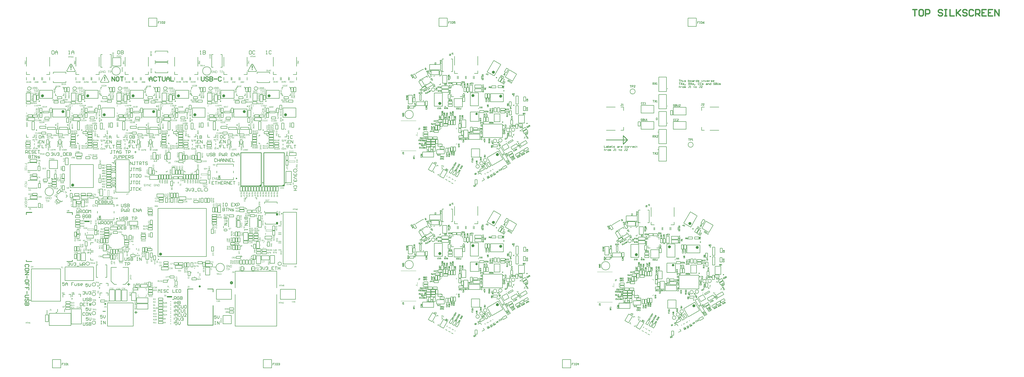
<source format=gto>
G04*
G04 #@! TF.GenerationSoftware,Altium Limited,Altium Designer,20.1.11 (218)*
G04*
G04 Layer_Color=65535*
%FSLAX24Y24*%
%MOIN*%
G70*
G04*
G04 #@! TF.SameCoordinates,32D8FB58-9F7D-435F-B0ED-68F847CCC549*
G04*
G04*
G04 #@! TF.FilePolarity,Positive*
G04*
G01*
G75*
%ADD11C,0.0200*%
%ADD24C,0.0050*%
%ADD106C,0.0060*%
%ADD109C,0.0100*%
%ADD156C,0.0070*%
%ADD258C,0.0197*%
%ADD273C,0.0060*%
%ADD274C,0.0039*%
%ADD275C,0.0098*%
%ADD276C,0.0236*%
%ADD277C,0.0079*%
%ADD278C,0.0157*%
%ADD279C,0.0070*%
%ADD280C,0.0069*%
%ADD281C,0.0047*%
%ADD282C,0.0118*%
%ADD283R,0.0787X0.0197*%
%ADD284R,0.0294X0.0350*%
G36*
X16738Y49198D02*
X16751Y49195D01*
X16765Y49191D01*
X16782Y49184D01*
X16796Y49175D01*
X16813Y49162D01*
X16814Y49160D01*
X16818Y49157D01*
X16827Y49147D01*
X16829Y49146D01*
X16831Y49142D01*
X16838Y49131D01*
X17388Y48178D01*
X17390Y48176D01*
X17392Y48171D01*
X17396Y48160D01*
X17401Y48147D01*
X17405Y48133D01*
X17406Y48114D01*
Y48096D01*
X17405Y48076D01*
Y48074D01*
X17403Y48071D01*
X17401Y48063D01*
X17399Y48056D01*
Y48054D01*
X17397Y48051D01*
X17394Y48045D01*
X17390Y48036D01*
X17388D01*
X17386Y48034D01*
X17383Y48029D01*
X17377Y48020D01*
X17368Y48010D01*
X17357Y48000D01*
X17345Y47989D01*
X17328Y47980D01*
X17310Y47972D01*
X17308D01*
X17303Y47970D01*
X17295Y47969D01*
X17288D01*
X17286Y47967D01*
X17279D01*
X17270Y47965D01*
X16160D01*
X16149Y47967D01*
X16137Y47970D01*
X16120Y47974D01*
X16104Y47981D01*
X16087Y47990D01*
X16071Y48003D01*
X16069Y48005D01*
X16065Y48009D01*
X16056Y48018D01*
X16055Y48020D01*
X16053Y48023D01*
X16045Y48036D01*
X16044Y48038D01*
X16042Y48043D01*
X16038Y48052D01*
X16033Y48065D01*
X16029Y48080D01*
X16027Y48096D01*
Y48114D01*
X16029Y48134D01*
Y48136D01*
X16031Y48142D01*
X16033Y48149D01*
X16035Y48154D01*
Y48156D01*
X16036Y48160D01*
X16040Y48165D01*
X16044Y48173D01*
Y48174D01*
Y48176D01*
X16045D01*
X16594Y49127D01*
Y49129D01*
X16598Y49133D01*
X16605Y49144D01*
X16619Y49160D01*
X16636Y49175D01*
X16639Y49177D01*
X16647Y49180D01*
X16649Y49182D01*
X16652Y49184D01*
X16659Y49187D01*
X16667Y49191D01*
X16678Y49195D01*
X16690Y49197D01*
X16703Y49200D01*
X16727D01*
X16738Y49198D01*
D02*
G37*
G36*
X11462Y50911D02*
X11475Y50907D01*
X11489Y50904D01*
X11506Y50896D01*
X11520Y50887D01*
X11537Y50874D01*
X11539Y50873D01*
X11542Y50869D01*
X11551Y50860D01*
X11553Y50858D01*
X11555Y50854D01*
X11562Y50843D01*
X12112Y49891D01*
X12114Y49889D01*
X12116Y49883D01*
X12120Y49872D01*
X12125Y49860D01*
X12129Y49845D01*
X12131Y49827D01*
Y49809D01*
X12129Y49789D01*
Y49787D01*
X12127Y49783D01*
X12125Y49776D01*
X12123Y49768D01*
Y49767D01*
X12122Y49763D01*
X12118Y49758D01*
X12114Y49748D01*
X12112D01*
X12111Y49747D01*
X12107Y49741D01*
X12102Y49732D01*
X12092Y49723D01*
X12082Y49712D01*
X12069Y49701D01*
X12052Y49692D01*
X12034Y49685D01*
X12032D01*
X12027Y49683D01*
X12020Y49681D01*
X12012D01*
X12010Y49679D01*
X12003D01*
X11994Y49677D01*
X10884D01*
X10874Y49679D01*
X10861Y49683D01*
X10844Y49686D01*
X10828Y49694D01*
X10812Y49703D01*
X10795Y49716D01*
X10793Y49717D01*
X10790Y49721D01*
X10781Y49730D01*
X10779Y49732D01*
X10777Y49736D01*
X10770Y49748D01*
X10768Y49750D01*
X10766Y49756D01*
X10762Y49765D01*
X10757Y49778D01*
X10753Y49792D01*
X10751Y49809D01*
Y49827D01*
X10753Y49847D01*
Y49849D01*
X10755Y49854D01*
X10757Y49861D01*
X10759Y49867D01*
Y49869D01*
X10761Y49872D01*
X10764Y49878D01*
X10768Y49885D01*
Y49887D01*
Y49889D01*
X10770D01*
X11318Y50840D01*
Y50842D01*
X11322Y50845D01*
X11329Y50856D01*
X11344Y50873D01*
X11360Y50887D01*
X11364Y50889D01*
X11371Y50893D01*
X11373Y50894D01*
X11376Y50896D01*
X11384Y50900D01*
X11391Y50904D01*
X11402Y50907D01*
X11415Y50909D01*
X11427Y50913D01*
X11451D01*
X11462Y50911D01*
D02*
G37*
G36*
X39792Y50905D02*
X39805Y50902D01*
X39819Y50898D01*
X39836Y50891D01*
X39850Y50882D01*
X39867Y50869D01*
X39868Y50867D01*
X39872Y50863D01*
X39881Y50854D01*
X39883Y50852D01*
X39885Y50849D01*
X39892Y50838D01*
X40442Y49885D01*
X40444Y49883D01*
X40446Y49878D01*
X40450Y49867D01*
X40455Y49854D01*
X40459Y49839D01*
X40461Y49821D01*
Y49803D01*
X40459Y49783D01*
Y49781D01*
X40457Y49778D01*
X40455Y49770D01*
X40453Y49763D01*
Y49761D01*
X40451Y49757D01*
X40448Y49752D01*
X40444Y49743D01*
X40442D01*
X40440Y49741D01*
X40437Y49736D01*
X40431Y49726D01*
X40422Y49717D01*
X40411Y49706D01*
X40399Y49696D01*
X40382Y49686D01*
X40364Y49679D01*
X40362D01*
X40357Y49677D01*
X40349Y49675D01*
X40342D01*
X40340Y49674D01*
X40333D01*
X40324Y49672D01*
X39214D01*
X39203Y49674D01*
X39191Y49677D01*
X39174Y49681D01*
X39158Y49688D01*
X39141Y49697D01*
X39125Y49710D01*
X39123Y49712D01*
X39120Y49716D01*
X39110Y49725D01*
X39109Y49726D01*
X39107Y49730D01*
X39099Y49743D01*
X39098Y49745D01*
X39096Y49750D01*
X39092Y49759D01*
X39087Y49772D01*
X39083Y49787D01*
X39081Y49803D01*
Y49821D01*
X39083Y49841D01*
Y49843D01*
X39085Y49849D01*
X39087Y49856D01*
X39089Y49861D01*
Y49863D01*
X39090Y49867D01*
X39094Y49872D01*
X39098Y49880D01*
Y49881D01*
Y49883D01*
X39099D01*
X39648Y50834D01*
Y50836D01*
X39652Y50840D01*
X39659Y50851D01*
X39673Y50867D01*
X39690Y50882D01*
X39693Y50883D01*
X39701Y50887D01*
X39703Y50889D01*
X39706Y50891D01*
X39713Y50894D01*
X39721Y50898D01*
X39732Y50902D01*
X39744Y50904D01*
X39757Y50907D01*
X39781D01*
X39792Y50905D01*
D02*
G37*
%LPC*%
G36*
X16718Y49107D02*
X16714D01*
X16705Y49106D01*
X16692Y49104D01*
X16678Y49096D01*
X16676Y49095D01*
X16674Y49093D01*
X16672D01*
X16670Y49091D01*
X16665Y49085D01*
X16658Y49078D01*
X16650Y49067D01*
X16127Y48164D01*
Y48162D01*
Y48160D01*
X16126Y48158D01*
X16124Y48151D01*
X16122Y48149D01*
X16120Y48140D01*
Y48138D01*
Y48134D01*
X16118Y48129D01*
Y48122D01*
X16120Y48105D01*
X16127Y48087D01*
X16129D01*
X16131Y48083D01*
X16135Y48078D01*
X16137Y48076D01*
X16142Y48069D01*
X16144D01*
X16146Y48065D01*
X16157Y48060D01*
X16173Y48052D01*
X16184Y48051D01*
X16195Y48049D01*
X17241D01*
Y48051D01*
X17253D01*
X17257Y48052D01*
X17264D01*
X17268Y48054D01*
X17279Y48060D01*
X17292Y48071D01*
X17306Y48087D01*
X17308Y48091D01*
X17312Y48098D01*
X17314Y48111D01*
X17315Y48125D01*
Y48127D01*
Y48133D01*
Y48136D01*
X17314Y48143D01*
X17310Y48153D01*
X17304Y48164D01*
Y48165D01*
X16783Y49069D01*
X16782D01*
X16780Y49071D01*
X16776Y49078D01*
Y49080D01*
X16772Y49082D01*
X16769Y49085D01*
X16767Y49087D01*
X16765Y49089D01*
X16754Y49096D01*
X16738Y49102D01*
X16729Y49106D01*
X16718D01*
Y49107D01*
D02*
G37*
%LPD*%
G36*
X16791Y48920D02*
Y48914D01*
Y48905D01*
Y48892D01*
Y48880D01*
Y48863D01*
Y48830D01*
Y48829D01*
Y48823D01*
Y48814D01*
Y48803D01*
Y48790D01*
Y48776D01*
Y48743D01*
Y48741D01*
X16789Y48737D01*
Y48732D01*
X16787Y48725D01*
Y48716D01*
X16785Y48703D01*
Y48701D01*
Y48696D01*
X16783Y48683D01*
X16782Y48676D01*
Y48666D01*
X16780Y48654D01*
X16778Y48641D01*
X16776Y48625D01*
X16774Y48608D01*
X16771Y48588D01*
X16769Y48564D01*
X16765Y48539D01*
X16761Y48512D01*
Y48510D01*
Y48504D01*
Y48497D01*
X16760Y48490D01*
Y48481D01*
X16758Y48468D01*
Y48466D01*
Y48462D01*
X16756Y48450D01*
X16752Y48435D01*
X16751Y48431D01*
X16749Y48428D01*
X16681D01*
Y48431D01*
X16680Y48437D01*
Y48446D01*
X16676Y48462D01*
Y48471D01*
X16674Y48484D01*
X16672Y48499D01*
X16670Y48513D01*
X16667Y48533D01*
X16665Y48553D01*
Y48555D01*
Y48559D01*
X16663Y48564D01*
Y48572D01*
X16661Y48592D01*
X16658Y48614D01*
X16656Y48635D01*
X16654Y48655D01*
X16652Y48663D01*
Y48670D01*
X16650Y48674D01*
Y48676D01*
Y48677D01*
Y48679D01*
X16649Y48688D01*
Y48699D01*
X16647Y48708D01*
Y48710D01*
Y48716D01*
Y48725D01*
X16645Y48739D01*
Y48741D01*
Y48747D01*
Y48756D01*
Y48768D01*
Y48781D01*
Y48798D01*
X16643Y48830D01*
Y48832D01*
Y48838D01*
Y48847D01*
Y48860D01*
Y48872D01*
Y48889D01*
Y48921D01*
X16791D01*
Y48920D01*
D02*
G37*
G36*
X16782Y48368D02*
Y48364D01*
Y48357D01*
Y48348D01*
Y48326D01*
Y48300D01*
Y48298D01*
Y48295D01*
Y48287D01*
Y48280D01*
Y48258D01*
Y48235D01*
X16643D01*
Y48236D01*
Y48240D01*
Y48247D01*
Y48255D01*
Y48277D01*
Y48300D01*
Y48302D01*
Y48306D01*
Y48313D01*
Y48322D01*
Y48344D01*
Y48369D01*
X16782D01*
Y48368D01*
D02*
G37*
%LPC*%
G36*
X11442Y50820D02*
X11438D01*
X11429Y50818D01*
X11416Y50816D01*
X11402Y50809D01*
X11400Y50807D01*
X11398Y50805D01*
X11396D01*
X11395Y50803D01*
X11389Y50798D01*
X11382Y50791D01*
X11375Y50780D01*
X10852Y49876D01*
Y49874D01*
Y49872D01*
X10850Y49871D01*
X10848Y49863D01*
X10846Y49861D01*
X10844Y49852D01*
Y49850D01*
Y49847D01*
X10843Y49841D01*
Y49834D01*
X10844Y49818D01*
X10852Y49799D01*
X10853D01*
X10855Y49796D01*
X10859Y49790D01*
X10861Y49789D01*
X10866Y49781D01*
X10868D01*
X10870Y49778D01*
X10881Y49772D01*
X10897Y49765D01*
X10908Y49763D01*
X10919Y49761D01*
X11965D01*
Y49763D01*
X11978D01*
X11981Y49765D01*
X11989D01*
X11992Y49767D01*
X12003Y49772D01*
X12016Y49783D01*
X12030Y49799D01*
X12032Y49803D01*
X12036Y49810D01*
X12038Y49823D01*
X12040Y49838D01*
Y49840D01*
Y49845D01*
Y49849D01*
X12038Y49856D01*
X12034Y49865D01*
X12029Y49876D01*
Y49878D01*
X11508Y50781D01*
X11506D01*
X11504Y50783D01*
X11500Y50791D01*
Y50792D01*
X11497Y50794D01*
X11493Y50798D01*
X11491Y50800D01*
X11489Y50802D01*
X11478Y50809D01*
X11462Y50814D01*
X11453Y50818D01*
X11442D01*
Y50820D01*
D02*
G37*
%LPD*%
G36*
X11515Y50632D02*
Y50627D01*
Y50618D01*
Y50605D01*
Y50592D01*
Y50576D01*
Y50543D01*
Y50541D01*
Y50536D01*
Y50526D01*
Y50515D01*
Y50503D01*
Y50488D01*
Y50455D01*
Y50454D01*
X11513Y50450D01*
Y50444D01*
X11511Y50437D01*
Y50428D01*
X11509Y50415D01*
Y50413D01*
Y50408D01*
X11508Y50395D01*
X11506Y50388D01*
Y50379D01*
X11504Y50366D01*
X11502Y50353D01*
X11500Y50337D01*
X11498Y50321D01*
X11495Y50300D01*
X11493Y50277D01*
X11489Y50251D01*
X11486Y50224D01*
Y50222D01*
Y50217D01*
Y50209D01*
X11484Y50202D01*
Y50193D01*
X11482Y50180D01*
Y50178D01*
Y50175D01*
X11480Y50162D01*
X11477Y50147D01*
X11475Y50144D01*
X11473Y50140D01*
X11406D01*
Y50144D01*
X11404Y50149D01*
Y50158D01*
X11400Y50175D01*
Y50184D01*
X11398Y50197D01*
X11396Y50211D01*
X11395Y50226D01*
X11391Y50246D01*
X11389Y50266D01*
Y50268D01*
Y50271D01*
X11387Y50277D01*
Y50284D01*
X11386Y50304D01*
X11382Y50326D01*
X11380Y50348D01*
X11378Y50368D01*
X11376Y50375D01*
Y50382D01*
X11375Y50386D01*
Y50388D01*
Y50390D01*
Y50392D01*
X11373Y50401D01*
Y50412D01*
X11371Y50421D01*
Y50423D01*
Y50428D01*
Y50437D01*
X11369Y50452D01*
Y50454D01*
Y50459D01*
Y50468D01*
Y50481D01*
Y50494D01*
Y50510D01*
X11367Y50543D01*
Y50545D01*
Y50550D01*
Y50559D01*
Y50572D01*
Y50585D01*
Y50601D01*
Y50634D01*
X11515D01*
Y50632D01*
D02*
G37*
G36*
X11506Y50080D02*
Y50076D01*
Y50069D01*
Y50060D01*
Y50038D01*
Y50013D01*
Y50011D01*
Y50007D01*
Y50000D01*
Y49993D01*
Y49971D01*
Y49947D01*
X11367D01*
Y49949D01*
Y49952D01*
Y49960D01*
Y49967D01*
Y49989D01*
Y50013D01*
Y50014D01*
Y50018D01*
Y50025D01*
Y50034D01*
Y50056D01*
Y50082D01*
X11506D01*
Y50080D01*
D02*
G37*
%LPC*%
G36*
X39772Y50814D02*
X39768D01*
X39759Y50812D01*
X39746Y50811D01*
X39732Y50803D01*
X39730Y50801D01*
X39728Y50800D01*
X39726D01*
X39724Y50798D01*
X39719Y50792D01*
X39712Y50785D01*
X39704Y50774D01*
X39181Y49870D01*
Y49869D01*
Y49867D01*
X39180Y49865D01*
X39178Y49858D01*
X39176Y49856D01*
X39174Y49847D01*
Y49845D01*
Y49841D01*
X39172Y49836D01*
Y49829D01*
X39174Y49812D01*
X39181Y49794D01*
X39183D01*
X39185Y49790D01*
X39189Y49785D01*
X39191Y49783D01*
X39196Y49776D01*
X39198D01*
X39200Y49772D01*
X39211Y49767D01*
X39227Y49759D01*
X39238Y49757D01*
X39249Y49756D01*
X40295D01*
Y49757D01*
X40307D01*
X40311Y49759D01*
X40318D01*
X40322Y49761D01*
X40333Y49767D01*
X40346Y49778D01*
X40360Y49794D01*
X40362Y49798D01*
X40366Y49805D01*
X40368Y49818D01*
X40369Y49832D01*
Y49834D01*
Y49839D01*
Y49843D01*
X40368Y49850D01*
X40364Y49859D01*
X40358Y49870D01*
Y49872D01*
X39837Y50776D01*
X39836D01*
X39834Y50778D01*
X39830Y50785D01*
Y50787D01*
X39826Y50789D01*
X39823Y50792D01*
X39821Y50794D01*
X39819Y50796D01*
X39808Y50803D01*
X39792Y50809D01*
X39783Y50812D01*
X39772D01*
Y50814D01*
D02*
G37*
%LPD*%
G36*
X39845Y50627D02*
Y50621D01*
Y50612D01*
Y50599D01*
Y50586D01*
Y50570D01*
Y50537D01*
Y50535D01*
Y50530D01*
Y50521D01*
Y50510D01*
Y50497D01*
Y50483D01*
Y50450D01*
Y50448D01*
X39843Y50444D01*
Y50439D01*
X39841Y50432D01*
Y50423D01*
X39839Y50410D01*
Y50408D01*
Y50402D01*
X39837Y50390D01*
X39836Y50382D01*
Y50373D01*
X39834Y50361D01*
X39832Y50348D01*
X39830Y50331D01*
X39828Y50315D01*
X39825Y50295D01*
X39823Y50271D01*
X39819Y50246D01*
X39816Y50218D01*
Y50217D01*
Y50211D01*
Y50204D01*
X39814Y50197D01*
Y50187D01*
X39812Y50175D01*
Y50173D01*
Y50169D01*
X39810Y50156D01*
X39806Y50142D01*
X39805Y50138D01*
X39803Y50135D01*
X39735D01*
Y50138D01*
X39734Y50144D01*
Y50153D01*
X39730Y50169D01*
Y50178D01*
X39728Y50191D01*
X39726Y50206D01*
X39724Y50220D01*
X39721Y50240D01*
X39719Y50260D01*
Y50262D01*
Y50266D01*
X39717Y50271D01*
Y50279D01*
X39715Y50299D01*
X39712Y50320D01*
X39710Y50342D01*
X39708Y50362D01*
X39706Y50370D01*
Y50377D01*
X39704Y50381D01*
Y50382D01*
Y50384D01*
Y50386D01*
X39703Y50395D01*
Y50406D01*
X39701Y50415D01*
Y50417D01*
Y50423D01*
Y50432D01*
X39699Y50446D01*
Y50448D01*
Y50453D01*
Y50463D01*
Y50475D01*
Y50488D01*
Y50504D01*
X39697Y50537D01*
Y50539D01*
Y50545D01*
Y50554D01*
Y50566D01*
Y50579D01*
Y50596D01*
Y50628D01*
X39845D01*
Y50627D01*
D02*
G37*
G36*
X39836Y50074D02*
Y50071D01*
Y50064D01*
Y50054D01*
Y50033D01*
Y50007D01*
Y50005D01*
Y50002D01*
Y49994D01*
Y49987D01*
Y49965D01*
Y49941D01*
X39697D01*
Y49943D01*
Y49947D01*
Y49954D01*
Y49962D01*
Y49983D01*
Y50007D01*
Y50009D01*
Y50013D01*
Y50020D01*
Y50029D01*
Y50051D01*
Y50076D01*
X39836D01*
Y50074D01*
D02*
G37*
D11*
X143041Y59425D02*
X143708D01*
X143374D01*
Y58425D01*
X144541Y59425D02*
X144207D01*
X144041Y59258D01*
Y58592D01*
X144207Y58425D01*
X144541D01*
X144707Y58592D01*
Y59258D01*
X144541Y59425D01*
X145040Y58425D02*
Y59425D01*
X145540D01*
X145707Y59258D01*
Y58925D01*
X145540Y58759D01*
X145040D01*
X147706Y59258D02*
X147540Y59425D01*
X147206D01*
X147040Y59258D01*
Y59092D01*
X147206Y58925D01*
X147540D01*
X147706Y58759D01*
Y58592D01*
X147540Y58425D01*
X147206D01*
X147040Y58592D01*
X148039Y59425D02*
X148373D01*
X148206D01*
Y58425D01*
X148039D01*
X148373D01*
X148873Y59425D02*
Y58425D01*
X149539D01*
X149872Y59425D02*
Y58425D01*
Y58759D01*
X150539Y59425D01*
X150039Y58925D01*
X150539Y58425D01*
X151538Y59258D02*
X151372Y59425D01*
X151039D01*
X150872Y59258D01*
Y59092D01*
X151039Y58925D01*
X151372D01*
X151538Y58759D01*
Y58592D01*
X151372Y58425D01*
X151039D01*
X150872Y58592D01*
X152538Y59258D02*
X152371Y59425D01*
X152038D01*
X151872Y59258D01*
Y58592D01*
X152038Y58425D01*
X152371D01*
X152538Y58592D01*
X152871Y58425D02*
Y59425D01*
X153371D01*
X153538Y59258D01*
Y58925D01*
X153371Y58759D01*
X152871D01*
X153204D02*
X153538Y58425D01*
X154537Y59425D02*
X153871D01*
Y58425D01*
X154537D01*
X153871Y58925D02*
X154204D01*
X155537Y59425D02*
X154871D01*
Y58425D01*
X155537D01*
X154871Y58925D02*
X155204D01*
X155870Y58425D02*
Y59425D01*
X156537Y58425D01*
Y59425D01*
X36684Y16631D02*
G03*
X36684Y16631I-150J0D01*
G01*
D24*
X107907Y56793D02*
X109207D01*
Y58093D01*
X107907Y56793D02*
Y58093D01*
X109207D01*
X68966Y56793D02*
X70266D01*
Y58093D01*
X68966Y56793D02*
Y58093D01*
X70266D01*
X88281Y3309D02*
X89581D01*
Y4609D01*
X88281Y3309D02*
Y4609D01*
X89581D01*
X41520Y3309D02*
X42820D01*
Y4609D01*
X41520Y3309D02*
Y4609D01*
X42820D01*
X23581Y58093D02*
X24881D01*
X23581Y56793D02*
Y58093D01*
X24881Y56793D02*
Y58093D01*
X23581Y56793D02*
X24881D01*
X8548Y4609D02*
X9848D01*
X8548Y3309D02*
Y4609D01*
X9848Y3309D02*
Y4609D01*
X8548Y3309D02*
X9848D01*
X109607Y57543D02*
X109407D01*
Y57393D01*
X109507D01*
X109407D01*
Y57243D01*
X109707Y57543D02*
X109807D01*
X109757D01*
Y57243D01*
X109707D01*
X109807D01*
X109957Y57543D02*
Y57243D01*
X110107D01*
X110157Y57293D01*
Y57493D01*
X110107Y57543D01*
X109957D01*
X110457D02*
X110357Y57493D01*
X110257Y57393D01*
Y57293D01*
X110307Y57243D01*
X110407D01*
X110457Y57293D01*
Y57343D01*
X110407Y57393D01*
X110257D01*
X70666Y57543D02*
X70466D01*
Y57393D01*
X70566D01*
X70466D01*
Y57243D01*
X70766Y57543D02*
X70866D01*
X70816D01*
Y57243D01*
X70766D01*
X70866D01*
X71016Y57543D02*
Y57243D01*
X71166D01*
X71216Y57293D01*
Y57493D01*
X71166Y57543D01*
X71016D01*
X71516D02*
X71316D01*
Y57393D01*
X71416Y57443D01*
X71466D01*
X71516Y57393D01*
Y57293D01*
X71466Y57243D01*
X71366D01*
X71316Y57293D01*
X89981Y4059D02*
X89781D01*
Y3909D01*
X89881D01*
X89781D01*
Y3759D01*
X90081Y4059D02*
X90180D01*
X90131D01*
Y3759D01*
X90081D01*
X90180D01*
X90330Y4059D02*
Y3759D01*
X90480D01*
X90530Y3809D01*
Y4009D01*
X90480Y4059D01*
X90330D01*
X90780Y3759D02*
Y4059D01*
X90630Y3909D01*
X90830D01*
X43219Y4059D02*
X43020D01*
Y3909D01*
X43119D01*
X43020D01*
Y3759D01*
X43319Y4059D02*
X43419D01*
X43369D01*
Y3759D01*
X43319D01*
X43419D01*
X43569Y4059D02*
Y3759D01*
X43719D01*
X43769Y3809D01*
Y4009D01*
X43719Y4059D01*
X43569D01*
X43869Y4009D02*
X43919Y4059D01*
X44019D01*
X44069Y4009D01*
Y3959D01*
X44019Y3909D01*
X43969D01*
X44019D01*
X44069Y3859D01*
Y3809D01*
X44019Y3759D01*
X43919D01*
X43869Y3809D01*
X25281Y57543D02*
X25081D01*
Y57393D01*
X25181D01*
X25081D01*
Y57243D01*
X25381Y57543D02*
X25481D01*
X25431D01*
Y57243D01*
X25381D01*
X25481D01*
X25631Y57543D02*
Y57243D01*
X25781D01*
X25831Y57293D01*
Y57493D01*
X25781Y57543D01*
X25631D01*
X26131Y57243D02*
X25931D01*
X26131Y57443D01*
Y57493D01*
X26081Y57543D01*
X25981D01*
X25931Y57493D01*
X10248Y4059D02*
X10048D01*
Y3909D01*
X10148D01*
X10048D01*
Y3759D01*
X10348Y4059D02*
X10448D01*
X10398D01*
Y3759D01*
X10348D01*
X10448D01*
X10597Y4059D02*
Y3759D01*
X10747D01*
X10797Y3809D01*
Y4009D01*
X10747Y4059D01*
X10597D01*
X10897Y3759D02*
X10997D01*
X10947D01*
Y4059D01*
X10897Y4009D01*
X99644Y46587D02*
G03*
X99644Y46587I-394J0D01*
G01*
X108712Y38248D02*
G03*
X108712Y38248I-394J0D01*
G01*
X111339Y44134D02*
X112756D01*
X111339Y40512D02*
X112756D01*
X110035D02*
Y41024D01*
Y40512D02*
X110472D01*
X110035Y44134D02*
X110472D01*
X110035Y43622D02*
Y44134D01*
X103352Y41193D02*
Y43437D01*
Y41193D02*
X104533D01*
Y43437D01*
X103352D02*
X104533D01*
X95133Y40512D02*
X96550D01*
X95133Y44134D02*
X96550D01*
X97854Y43622D02*
Y44134D01*
X97417D02*
X97854D01*
X97417Y40512D02*
X97854D01*
Y41024D01*
X103354Y46587D02*
Y48831D01*
Y46587D02*
X104535D01*
Y48831D01*
X103354D02*
X104535D01*
X103354Y43864D02*
Y46108D01*
Y43864D02*
X104535D01*
Y46108D01*
X103354D02*
X104535D01*
X100108Y41162D02*
X100443D01*
X100108Y41851D02*
X100443D01*
X100108Y41162D02*
Y41851D01*
X100443Y41162D02*
Y41851D01*
X104535Y38417D02*
Y40661D01*
X103354D02*
X104535D01*
X103354Y38417D02*
Y40661D01*
Y38417D02*
X104535D01*
Y35694D02*
Y37938D01*
X103354D02*
X104535D01*
X103354Y35694D02*
Y37938D01*
Y35694D02*
X104535D01*
X105162Y42913D02*
X105497D01*
X105162Y43602D02*
X105497D01*
X105162Y42913D02*
Y43602D01*
X105497Y42913D02*
Y43602D01*
X106502Y48423D02*
X106702D01*
X106602D01*
Y48123D01*
X106802Y48423D02*
Y48123D01*
Y48273D01*
X106852Y48323D01*
X106952D01*
X107002Y48273D01*
Y48123D01*
X107102D02*
X107202D01*
X107152D01*
Y48323D01*
X107102D01*
X107352Y48123D02*
X107502D01*
X107552Y48173D01*
X107502Y48223D01*
X107402D01*
X107352Y48273D01*
X107402Y48323D01*
X107552D01*
X107952Y48423D02*
Y48123D01*
X108102D01*
X108152Y48173D01*
Y48223D01*
Y48273D01*
X108102Y48323D01*
X107952D01*
X108302Y48123D02*
X108402D01*
X108452Y48173D01*
Y48273D01*
X108402Y48323D01*
X108302D01*
X108252Y48273D01*
Y48173D01*
X108302Y48123D01*
X108602Y48323D02*
X108702D01*
X108752Y48273D01*
Y48123D01*
X108602D01*
X108552Y48173D01*
X108602Y48223D01*
X108752D01*
X108852Y48323D02*
Y48123D01*
Y48223D01*
X108902Y48273D01*
X108952Y48323D01*
X109001D01*
X109351Y48423D02*
Y48123D01*
X109201D01*
X109151Y48173D01*
Y48273D01*
X109201Y48323D01*
X109351D01*
X109451Y48123D02*
X109601D01*
X109651Y48173D01*
X109601Y48223D01*
X109501D01*
X109451Y48273D01*
X109501Y48323D01*
X109651D01*
X110051Y48123D02*
X110151D01*
X110101D01*
Y48323D01*
X110051D01*
X110301Y48123D02*
Y48323D01*
X110451D01*
X110501Y48273D01*
Y48123D01*
X110601Y48323D02*
X110701Y48123D01*
X110801Y48323D01*
X111051Y48123D02*
X110951D01*
X110901Y48173D01*
Y48273D01*
X110951Y48323D01*
X111051D01*
X111101Y48273D01*
Y48223D01*
X110901D01*
X111201Y48323D02*
Y48123D01*
Y48223D01*
X111251Y48273D01*
X111301Y48323D01*
X111351D01*
X111501Y48123D02*
X111651D01*
X111701Y48173D01*
X111651Y48223D01*
X111551D01*
X111501Y48273D01*
X111551Y48323D01*
X111701D01*
X111951Y48123D02*
X111851D01*
X111801Y48173D01*
Y48273D01*
X111851Y48323D01*
X111951D01*
X112001Y48273D01*
Y48223D01*
X111801D01*
X106502Y47943D02*
X106702D01*
X106602D01*
Y47643D01*
X106802Y47943D02*
X107002Y47643D01*
Y47943D02*
X106802Y47643D01*
X107102D02*
X107252D01*
X107302Y47693D01*
X107252Y47743D01*
X107152D01*
X107102Y47793D01*
X107152Y47843D01*
X107302D01*
X107452Y47593D02*
X107502Y47643D01*
Y47693D01*
X107452D01*
Y47643D01*
X107502D01*
X107452Y47593D01*
X107402Y47543D01*
X108002Y47643D02*
Y47943D01*
X108152D01*
X108202Y47893D01*
Y47793D01*
X108152Y47743D01*
X108002D01*
X108102D02*
X108202Y47643D01*
X108302Y47943D02*
X108502Y47643D01*
Y47943D02*
X108302Y47643D01*
X108602D02*
X108752D01*
X108802Y47693D01*
X108752Y47743D01*
X108652D01*
X108602Y47793D01*
X108652Y47843D01*
X108802D01*
X108952Y47593D02*
X109001Y47643D01*
Y47693D01*
X108952D01*
Y47643D01*
X109001D01*
X108952Y47593D01*
X108902Y47543D01*
X109701Y47893D02*
X109651Y47943D01*
X109551D01*
X109501Y47893D01*
Y47693D01*
X109551Y47643D01*
X109651D01*
X109701Y47693D01*
X110001Y47893D02*
X109951Y47943D01*
X109851D01*
X109801Y47893D01*
Y47693D01*
X109851Y47643D01*
X109951D01*
X110001Y47693D01*
X110101Y47643D02*
X110251D01*
X110301Y47693D01*
X110251Y47743D01*
X110151D01*
X110101Y47793D01*
X110151Y47843D01*
X110301D01*
X110751D02*
X110851D01*
X110901Y47793D01*
Y47643D01*
X110751D01*
X110701Y47693D01*
X110751Y47743D01*
X110901D01*
X111001Y47643D02*
Y47843D01*
X111151D01*
X111201Y47793D01*
Y47643D01*
X111501Y47943D02*
Y47643D01*
X111351D01*
X111301Y47693D01*
Y47793D01*
X111351Y47843D01*
X111501D01*
X112100Y47893D02*
X112051Y47943D01*
X111951D01*
X111901Y47893D01*
Y47843D01*
X111951Y47793D01*
X112051D01*
X112100Y47743D01*
Y47693D01*
X112051Y47643D01*
X111951D01*
X111901Y47693D01*
X112200Y47943D02*
Y47643D01*
X112350D01*
X112400Y47693D01*
Y47743D01*
X112350Y47793D01*
X112200D01*
X112350D01*
X112400Y47843D01*
Y47893D01*
X112350Y47943D01*
X112200D01*
X112500D02*
Y47693D01*
X112550Y47643D01*
X112650D01*
X112700Y47693D01*
Y47943D01*
X112800Y47643D02*
X112950D01*
X113000Y47693D01*
X112950Y47743D01*
X112850D01*
X112800Y47793D01*
X112850Y47843D01*
X113000D01*
X106552Y47163D02*
Y47413D01*
Y47313D01*
X106502D01*
X106602D01*
X106552D01*
Y47413D01*
X106602Y47463D01*
X106752Y47363D02*
Y47163D01*
Y47263D01*
X106802Y47313D01*
X106852Y47363D01*
X106902D01*
X107102Y47163D02*
X107202D01*
X107252Y47213D01*
Y47313D01*
X107202Y47363D01*
X107102D01*
X107052Y47313D01*
Y47213D01*
X107102Y47163D01*
X107352D02*
Y47363D01*
X107402D01*
X107452Y47313D01*
Y47163D01*
Y47313D01*
X107502Y47363D01*
X107552Y47313D01*
Y47163D01*
X108152Y47463D02*
X108052D01*
X108102D01*
Y47213D01*
X108052Y47163D01*
X108002D01*
X107952Y47213D01*
X108252Y47163D02*
X108352D01*
X108302D01*
Y47463D01*
X108252Y47413D01*
X108852D02*
Y47363D01*
X108802D01*
X108902D01*
X108852D01*
Y47213D01*
X108902Y47163D01*
X109101D02*
X109201D01*
X109251Y47213D01*
Y47313D01*
X109201Y47363D01*
X109101D01*
X109051Y47313D01*
Y47213D01*
X109101Y47163D01*
X109851Y47463D02*
X109751D01*
X109801D01*
Y47213D01*
X109751Y47163D01*
X109701D01*
X109651Y47213D01*
X110151Y47163D02*
X109951D01*
X110151Y47363D01*
Y47413D01*
X110101Y47463D01*
X110001D01*
X109951Y47413D01*
X94800Y38099D02*
Y37800D01*
X95000D01*
X95149Y38000D02*
X95249D01*
X95299Y37950D01*
Y37800D01*
X95149D01*
X95099Y37850D01*
X95149Y37900D01*
X95299D01*
X95399Y38099D02*
Y37800D01*
X95549D01*
X95599Y37850D01*
Y37900D01*
Y37950D01*
X95549Y38000D01*
X95399D01*
X95849Y37800D02*
X95749D01*
X95699Y37850D01*
Y37950D01*
X95749Y38000D01*
X95849D01*
X95899Y37950D01*
Y37900D01*
X95699D01*
X95999Y37800D02*
X96099D01*
X96049D01*
Y38099D01*
X95999D01*
X96249Y37800D02*
X96399D01*
X96449Y37850D01*
X96399Y37900D01*
X96299D01*
X96249Y37950D01*
X96299Y38000D01*
X96449D01*
X96899D02*
X96999D01*
X97049Y37950D01*
Y37800D01*
X96899D01*
X96849Y37850D01*
X96899Y37900D01*
X97049D01*
X97149Y38000D02*
Y37800D01*
Y37900D01*
X97199Y37950D01*
X97249Y38000D01*
X97299D01*
X97599Y37800D02*
X97499D01*
X97449Y37850D01*
Y37950D01*
X97499Y38000D01*
X97599D01*
X97649Y37950D01*
Y37900D01*
X97449D01*
X98248Y38000D02*
X98098D01*
X98049Y37950D01*
Y37850D01*
X98098Y37800D01*
X98248D01*
X98398D02*
X98498D01*
X98548Y37850D01*
Y37950D01*
X98498Y38000D01*
X98398D01*
X98348Y37950D01*
Y37850D01*
X98398Y37800D01*
X98648Y38000D02*
Y37800D01*
Y37900D01*
X98698Y37950D01*
X98748Y38000D01*
X98798D01*
X98948D02*
Y37800D01*
Y37900D01*
X98998Y37950D01*
X99048Y38000D01*
X99098D01*
X99398Y37800D02*
X99298D01*
X99248Y37850D01*
Y37950D01*
X99298Y38000D01*
X99398D01*
X99448Y37950D01*
Y37900D01*
X99248D01*
X99748Y38000D02*
X99598D01*
X99548Y37950D01*
Y37850D01*
X99598Y37800D01*
X99748D01*
X99898Y38050D02*
Y38000D01*
X99848D01*
X99948D01*
X99898D01*
Y37850D01*
X99948Y37800D01*
X94850Y37320D02*
Y37570D01*
Y37470D01*
X94800D01*
X94900D01*
X94850D01*
Y37570D01*
X94900Y37620D01*
X95049Y37520D02*
Y37320D01*
Y37420D01*
X95099Y37470D01*
X95149Y37520D01*
X95199D01*
X95399Y37320D02*
X95499D01*
X95549Y37370D01*
Y37470D01*
X95499Y37520D01*
X95399D01*
X95349Y37470D01*
Y37370D01*
X95399Y37320D01*
X95649D02*
Y37520D01*
X95699D01*
X95749Y37470D01*
Y37320D01*
Y37470D01*
X95799Y37520D01*
X95849Y37470D01*
Y37320D01*
X96449Y37620D02*
X96349D01*
X96399D01*
Y37370D01*
X96349Y37320D01*
X96299D01*
X96249Y37370D01*
X96549Y37320D02*
X96649D01*
X96599D01*
Y37620D01*
X96549Y37570D01*
X97149D02*
Y37520D01*
X97099D01*
X97199D01*
X97149D01*
Y37370D01*
X97199Y37320D01*
X97399D02*
X97499D01*
X97549Y37370D01*
Y37470D01*
X97499Y37520D01*
X97399D01*
X97349Y37470D01*
Y37370D01*
X97399Y37320D01*
X98148Y37620D02*
X98049D01*
X98098D01*
Y37370D01*
X98049Y37320D01*
X97999D01*
X97949Y37370D01*
X98448Y37320D02*
X98248D01*
X98448Y37520D01*
Y37570D01*
X98398Y37620D01*
X98298D01*
X98248Y37570D01*
X98849Y47545D02*
X99049D01*
X98949D01*
Y47245D01*
X99149D02*
Y47545D01*
X99299D01*
X99349Y47495D01*
Y47395D01*
X99299Y47345D01*
X99149D01*
X99649Y47245D02*
X99449D01*
X99649Y47445D01*
Y47495D01*
X99599Y47545D01*
X99499D01*
X99449Y47495D01*
X110156Y44696D02*
X110056D01*
X110106D01*
Y44446D01*
X110056Y44396D01*
X110006D01*
X109956Y44446D01*
X110456Y44396D02*
X110256D01*
X110456Y44596D01*
Y44646D01*
X110406Y44696D01*
X110306D01*
X110256Y44646D01*
X105824Y42242D02*
X105774Y42292D01*
X105675D01*
X105625Y42242D01*
Y42042D01*
X105675Y41992D01*
X105774D01*
X105824Y42042D01*
X106124Y42242D02*
X106074Y42292D01*
X105974D01*
X105924Y42242D01*
Y42042D01*
X105974Y41992D01*
X106074D01*
X106124Y42042D01*
X106424Y41992D02*
X106224D01*
X106424Y42192D01*
Y42242D01*
X106374Y42292D01*
X106274D01*
X106224Y42242D01*
X107974Y39214D02*
X108174D01*
X108074D01*
Y38914D01*
X108274D02*
Y39214D01*
X108424D01*
X108474Y39164D01*
Y39064D01*
X108424Y39014D01*
X108274D01*
X108574Y38914D02*
X108674D01*
X108624D01*
Y39214D01*
X108574Y39164D01*
X100733Y42247D02*
X100683Y42297D01*
X100583D01*
X100533Y42247D01*
Y42197D01*
X100583Y42147D01*
X100683D01*
X100733Y42097D01*
Y42047D01*
X100683Y41997D01*
X100583D01*
X100533Y42047D01*
X100833Y42297D02*
Y41997D01*
X100983D01*
X101033Y42047D01*
Y42097D01*
X100983Y42147D01*
X100833D01*
X100983D01*
X101033Y42197D01*
Y42247D01*
X100983Y42297D01*
X100833D01*
X101133D02*
Y42047D01*
X101183Y41997D01*
X101283D01*
X101333Y42047D01*
Y42297D01*
X101433Y41997D02*
X101533D01*
X101483D01*
Y42297D01*
X101433Y42247D01*
X105818Y44496D02*
X105768Y44546D01*
X105668D01*
X105618Y44496D01*
Y44446D01*
X105668Y44396D01*
X105768D01*
X105818Y44346D01*
Y44296D01*
X105768Y44246D01*
X105668D01*
X105618Y44296D01*
X105918Y44546D02*
Y44246D01*
X106068D01*
X106118Y44296D01*
Y44346D01*
X106068Y44396D01*
X105918D01*
X106068D01*
X106118Y44446D01*
Y44496D01*
X106068Y44546D01*
X105918D01*
X106218D02*
Y44296D01*
X106268Y44246D01*
X106368D01*
X106418Y44296D01*
Y44546D01*
X106718Y44246D02*
X106518D01*
X106718Y44446D01*
Y44496D01*
X106668Y44546D01*
X106568D01*
X106518Y44496D01*
X100795Y44834D02*
X100745Y44884D01*
X100645D01*
X100595Y44834D01*
Y44634D01*
X100645Y44584D01*
X100745D01*
X100795Y44634D01*
X101095Y44834D02*
X101045Y44884D01*
X100945D01*
X100895Y44834D01*
Y44634D01*
X100945Y44584D01*
X101045D01*
X101095Y44634D01*
X101195Y44584D02*
X101295D01*
X101245D01*
Y44884D01*
X101195Y44834D01*
X102394Y47694D02*
Y47994D01*
X102544D01*
X102594Y47944D01*
Y47844D01*
X102544Y47794D01*
X102394D01*
X102494D02*
X102594Y47694D01*
X102694Y47994D02*
X102894Y47694D01*
Y47994D02*
X102694Y47694D01*
X102994D02*
X103093D01*
X103043D01*
Y47994D01*
X102994Y47944D01*
X102394Y45203D02*
X102594D01*
X102494D01*
Y44903D01*
X102694Y45203D02*
X102894Y44903D01*
Y45203D02*
X102694Y44903D01*
X102994D02*
X103093D01*
X103043D01*
Y45203D01*
X102994Y45153D01*
X102398Y37049D02*
X102598D01*
X102498D01*
Y36749D01*
X102698Y37049D02*
X102898Y36749D01*
Y37049D02*
X102698Y36749D01*
X103198D02*
X102998D01*
X103198Y36949D01*
Y36999D01*
X103148Y37049D01*
X103048D01*
X102998Y36999D01*
X97588Y44647D02*
X97488D01*
X97538D01*
Y44397D01*
X97488Y44347D01*
X97438D01*
X97388Y44397D01*
X97688Y44347D02*
X97788D01*
X97738D01*
Y44647D01*
X97688Y44597D01*
X102939Y42447D02*
Y42147D01*
X103089D01*
X103139Y42197D01*
Y42397D01*
X103089Y42447D01*
X102939D01*
X102409Y39418D02*
Y39718D01*
X102559D01*
X102609Y39668D01*
Y39568D01*
X102559Y39518D01*
X102409D01*
X102509D02*
X102609Y39418D01*
X102709Y39718D02*
X102909Y39418D01*
Y39718D02*
X102709Y39418D01*
X103209D02*
X103009D01*
X103209Y39618D01*
Y39668D01*
X103159Y39718D01*
X103059D01*
X103009Y39668D01*
X14333Y19633D02*
G03*
X14333Y19633I-276J0D01*
G01*
X8064Y36761D02*
G03*
X8064Y36761I-276J0D01*
G01*
X32820Y31208D02*
G03*
X32820Y31208I-276J0D01*
G01*
X46775Y34199D02*
G03*
X46775Y34199I-276J0D01*
G01*
X44345Y19615D02*
G03*
X44345Y19615I-276J0D01*
G01*
X15293Y16373D02*
G03*
X15293Y16373I-276J0D01*
G01*
X39886Y20944D02*
G03*
X39886Y20944I-28J0D01*
G01*
X15293Y13378D02*
G03*
X15293Y13378I-276J0D01*
G01*
X12283Y47054D02*
G03*
X12283Y47054I-276J0D01*
G01*
X5196D02*
G03*
X5196Y47054I-276J0D01*
G01*
X8701Y30899D02*
G03*
X8701Y30899I-660J0D01*
G01*
X19164Y49803D02*
G03*
X19164Y49803I-660J0D01*
G01*
X33337D02*
G03*
X33337Y49803I-660J0D01*
G01*
X35434Y19017D02*
G03*
X35434Y19017I-660J0D01*
G01*
X33542Y47054D02*
G03*
X33542Y47054I-276J0D01*
G01*
X40629D02*
G03*
X40629Y47054I-276J0D01*
G01*
X19369D02*
G03*
X19369Y47054I-276J0D01*
G01*
X26456D02*
G03*
X26456Y47054I-276J0D01*
G01*
X15293Y10384D02*
G03*
X15293Y10384I-276J0D01*
G01*
Y11881D02*
G03*
X15293Y11881I-276J0D01*
G01*
Y14875D02*
G03*
X15293Y14875I-276J0D01*
G01*
X26844Y15870D02*
G03*
X26844Y15870I-20J0D01*
G01*
X37664Y37969D02*
X37763D01*
X36444D02*
X36542D01*
X37664Y38736D02*
X37763D01*
X36444D02*
X36542D01*
X37763Y37969D02*
Y38736D01*
X36444Y37969D02*
Y38736D01*
X35986Y38358D02*
Y39047D01*
X36321Y38358D02*
Y39047D01*
X35986Y38358D02*
X36321D01*
X35986Y39047D02*
X36321D01*
X37886Y38358D02*
Y39047D01*
X38221Y38358D02*
Y39047D01*
X37886Y38358D02*
X38221D01*
X37886Y39047D02*
X38221D01*
X39574Y37969D02*
X39673D01*
X38354D02*
X38452D01*
X39574Y38736D02*
X39673D01*
X38354D02*
X38452D01*
X39673Y37969D02*
Y38736D01*
X38354Y37969D02*
Y38736D01*
X21813Y38358D02*
Y39047D01*
X22148Y38358D02*
Y39047D01*
X21813Y38358D02*
X22148D01*
X21813Y39047D02*
X22148D01*
X23491Y37969D02*
X23590D01*
X22271D02*
X22369D01*
X23491Y38736D02*
X23590D01*
X22271D02*
X22369D01*
X23590Y37969D02*
Y38736D01*
X22271Y37969D02*
Y38736D01*
X25401Y37969D02*
X25500D01*
X24181D02*
X24279D01*
X25401Y38736D02*
X25500D01*
X24181D02*
X24279D01*
X25500Y37969D02*
Y38736D01*
X24181Y37969D02*
Y38736D01*
X23717Y38353D02*
Y39042D01*
X24052Y38353D02*
Y39042D01*
X23717Y38353D02*
X24052D01*
X23717Y39042D02*
X24052D01*
X9318Y37969D02*
X9416D01*
X8098D02*
X8196D01*
X9318Y38736D02*
X9416D01*
X8098D02*
X8196D01*
X9416Y37969D02*
Y38736D01*
X8098Y37969D02*
Y38736D01*
X7640Y38358D02*
Y39047D01*
X7974Y38358D02*
Y39047D01*
X7640Y38358D02*
X7974D01*
X7640Y39047D02*
X7974D01*
X9540Y38358D02*
Y39047D01*
X9874Y38358D02*
Y39047D01*
X9540Y38358D02*
X9874D01*
X9540Y39047D02*
X9874D01*
X11228Y37969D02*
X11326D01*
X10008D02*
X10106D01*
X11228Y38736D02*
X11326D01*
X10008D02*
X10106D01*
X11326Y37969D02*
Y38736D01*
X10008Y37969D02*
Y38736D01*
X31406Y33625D02*
Y34314D01*
X31072D02*
X31406D01*
X31072Y33625D02*
X31406D01*
X31072D02*
Y34314D01*
X27111Y32867D02*
Y33556D01*
X26777D02*
X27111D01*
X26777Y32867D02*
X27111D01*
X26777D02*
Y33556D01*
X27038Y29986D02*
Y30675D01*
X27372Y29986D02*
Y30675D01*
X27038Y29986D02*
X27372D01*
X27038Y30675D02*
X27372D01*
X27797Y29986D02*
Y30675D01*
X27462Y29986D02*
Y30675D01*
X27797D01*
X27462Y29986D02*
X27797D01*
X27887D02*
Y30675D01*
X28222Y29986D02*
Y30675D01*
X27887Y29986D02*
X28222D01*
X27887Y30675D02*
X28222D01*
X27038Y29216D02*
Y29905D01*
X27372Y29216D02*
Y29905D01*
X27038Y29216D02*
X27372D01*
X27038Y29905D02*
X27372D01*
X40443Y21595D02*
X41132D01*
X40443Y21930D02*
X41132D01*
Y21595D02*
Y21930D01*
X40443Y21595D02*
Y21930D01*
X41312Y21153D02*
X42001D01*
X41312Y21488D02*
X42001D01*
Y21153D02*
Y21488D01*
X41312Y21153D02*
Y21488D01*
X40443Y21490D02*
X41132D01*
X40443Y21155D02*
X41132D01*
X40443D02*
Y21490D01*
X41132Y21155D02*
Y21490D01*
X40421Y23084D02*
X40893D01*
X40421Y22021D02*
Y23084D01*
Y22021D02*
X40893D01*
Y23084D01*
X32779Y44645D02*
X33448D01*
X32779Y44980D02*
X33448D01*
Y44645D02*
Y44980D01*
X32779Y44645D02*
Y44980D01*
X11485Y44642D02*
Y44977D01*
X12155Y44642D02*
Y44977D01*
X11485D02*
X12155D01*
X11485Y44642D02*
X12155D01*
X25659D02*
X26328D01*
X25659Y44977D02*
X26328D01*
Y44642D02*
Y44977D01*
X25659Y44642D02*
Y44977D01*
X39832Y44642D02*
X40501D01*
X39832Y44977D02*
X40501D01*
Y44642D02*
Y44977D01*
X39832Y44642D02*
Y44977D01*
X40699Y27841D02*
Y28530D01*
X41033Y27841D02*
Y28530D01*
X40699Y27841D02*
X41033D01*
X40699Y28530D02*
X41033D01*
X36067Y26775D02*
X36137D01*
X36067Y25415D02*
X36137D01*
X36067Y25415D02*
Y26775D01*
X37217Y25415D02*
X37287D01*
X37217Y26775D02*
X37287D01*
Y25415D02*
Y26775D01*
X40482Y28223D02*
Y28459D01*
X40246Y28223D02*
X40482D01*
X38750D02*
X38986D01*
X38750D02*
Y28459D01*
Y29719D02*
Y29955D01*
X38986D01*
X40246D02*
X40482D01*
Y29719D02*
Y29955D01*
X10761Y42573D02*
Y43636D01*
X11233D01*
Y42573D02*
Y43636D01*
X10761Y42573D02*
X11233D01*
X24934D02*
X25406D01*
Y43636D01*
X24934D02*
X25406D01*
X24934Y42573D02*
Y43636D01*
X39107Y42573D02*
X39580D01*
Y43636D01*
X39107D02*
X39580D01*
X39107Y42573D02*
Y43636D01*
X39517Y30987D02*
Y31676D01*
X39183Y30987D02*
Y31676D01*
X39517D01*
X39183Y30987D02*
X39517D01*
X42534D02*
Y31676D01*
X42200Y30987D02*
Y31676D01*
X42534D01*
X42200Y30987D02*
X42534D01*
X39948D02*
Y31676D01*
X39614Y30987D02*
Y31676D01*
X39948D01*
X39614Y30987D02*
X39948D01*
X42965D02*
Y31676D01*
X42631Y30987D02*
Y31676D01*
X42965D01*
X42631Y30987D02*
X42965D01*
X40810D02*
Y31676D01*
X40476Y30987D02*
Y31676D01*
X40810D01*
X40476Y30987D02*
X40810D01*
X43827D02*
Y31676D01*
X43493Y30987D02*
Y31676D01*
X43827D01*
X43493Y30987D02*
X43827D01*
X40379D02*
Y31676D01*
X40045Y30987D02*
Y31676D01*
X40379D01*
X40045Y30987D02*
X40379D01*
X43396D02*
Y31676D01*
X43062Y30987D02*
Y31676D01*
X43396D01*
X43062Y30987D02*
X43396D01*
X36864Y26958D02*
Y27292D01*
X36175Y26958D02*
Y27292D01*
Y26958D02*
X36864D01*
X36175Y27292D02*
X36864D01*
X4432Y44645D02*
X5102D01*
X4432Y44980D02*
X5102D01*
Y44645D02*
Y44980D01*
X4432Y44645D02*
Y44980D01*
X18606Y44645D02*
X19275D01*
X18606Y44980D02*
X19275D01*
Y44645D02*
Y44980D01*
X18606Y44645D02*
Y44980D01*
X9473Y39996D02*
Y40685D01*
X9138Y39996D02*
Y40685D01*
X9473D01*
X9138Y39996D02*
X9473D01*
X23646D02*
Y40685D01*
X23311Y39996D02*
Y40685D01*
X23646D01*
X23311Y39996D02*
X23646D01*
X37819D02*
Y40685D01*
X37484Y39996D02*
Y40685D01*
X37819D01*
X37484Y39996D02*
X37819D01*
X20401Y16862D02*
Y19052D01*
X19544D02*
X20401D01*
X17723D02*
X18580D01*
X17723Y16862D02*
Y19052D01*
X19544Y16375D02*
X19913D01*
X20401Y16862D01*
X17723D02*
X18211Y16375D01*
X18580D01*
X45053Y32318D02*
X45903D01*
Y34069D01*
X45053D02*
X45903D01*
X45053Y32318D02*
Y34069D01*
X37530Y21811D02*
Y22500D01*
X37865Y21811D02*
Y22500D01*
X37530Y21811D02*
X37865D01*
X37530Y22500D02*
X37865D01*
X23493Y25344D02*
Y25679D01*
X24182Y25344D02*
Y25679D01*
X23493D02*
X24182D01*
X23493Y25344D02*
X24182D01*
X33512Y26932D02*
X34201D01*
X33512Y26598D02*
X34201D01*
X33512D02*
Y26932D01*
X34201Y26598D02*
Y26932D01*
X24168Y27819D02*
Y28154D01*
X23479Y27819D02*
Y28154D01*
Y27819D02*
X24168D01*
X23479Y28154D02*
X24168D01*
X32775Y29889D02*
X33109D01*
X32775Y29200D02*
X33109D01*
Y29889D01*
X32775Y29200D02*
Y29889D01*
X23483Y27720D02*
X24172D01*
X23483Y27385D02*
X24172D01*
X23483D02*
Y27720D01*
X24172Y27385D02*
Y27720D01*
X32352Y29200D02*
Y29889D01*
X32687Y29200D02*
Y29889D01*
X32352Y29200D02*
X32687D01*
X32352Y29889D02*
X32687D01*
X31765D02*
X32100D01*
X31765Y29200D02*
X32100D01*
Y29889D01*
X31765Y29200D02*
Y29889D01*
X29908Y19101D02*
Y19790D01*
X29573Y19101D02*
Y19790D01*
X29908D01*
X29573Y19101D02*
X29908D01*
X24187Y24925D02*
Y25260D01*
X23498Y24925D02*
Y25260D01*
Y24925D02*
X24187D01*
X23498Y25260D02*
X24187D01*
X33512Y25809D02*
Y26144D01*
X34201Y25809D02*
Y26144D01*
X33512D02*
X34201D01*
X33512Y25809D02*
X34201D01*
X37461Y23934D02*
Y24622D01*
X37126Y23934D02*
Y24622D01*
X37461D01*
X37126Y23934D02*
X37461D01*
X39200Y23941D02*
X39889D01*
X39200Y23606D02*
X39889D01*
X39200D02*
Y23941D01*
X39889Y23606D02*
Y23941D01*
X40033Y23604D02*
X40722D01*
X40033Y23939D02*
X40722D01*
Y23604D02*
Y23939D01*
X40033Y23604D02*
Y23939D01*
X37530Y22997D02*
Y23686D01*
X37865Y22997D02*
Y23686D01*
X37530Y22997D02*
X37865D01*
X37530Y23686D02*
X37865D01*
X33512Y26205D02*
X34201D01*
X33512Y26540D02*
X34201D01*
Y26205D02*
Y26540D01*
X33512Y26205D02*
Y26540D01*
X29170Y19098D02*
X29504D01*
X29170Y19787D02*
X29504D01*
X29170Y19098D02*
Y19787D01*
X29504Y19098D02*
Y19787D01*
X5229Y13741D02*
X9816D01*
Y18820D01*
X5229D02*
X9816D01*
X5229Y13741D02*
Y18820D01*
X41197Y25321D02*
Y26384D01*
X40725Y25321D02*
X41197D01*
X40725D02*
Y26384D01*
X41197D01*
X40157Y26967D02*
Y27302D01*
X39469Y26967D02*
Y27302D01*
Y26967D02*
X40157D01*
X39469Y27302D02*
X40157D01*
X40593Y25412D02*
Y26772D01*
X40523Y26772D02*
X40593D01*
X40523Y25412D02*
X40593D01*
X39373Y25412D02*
Y26772D01*
Y25412D02*
X39443D01*
X39373Y26772D02*
X39443D01*
X26088Y35951D02*
Y36640D01*
X26423Y35951D02*
Y36640D01*
X26088Y35951D02*
X26423D01*
X26088Y36640D02*
X26423D01*
X26487Y35966D02*
Y37029D01*
X26960D01*
Y35966D02*
Y37029D01*
X26487Y35966D02*
X26960D01*
X11487Y12538D02*
X13062D01*
X11487Y10176D02*
Y12538D01*
Y10176D02*
X13062D01*
Y12538D01*
X10145Y39603D02*
Y39937D01*
X9456Y39603D02*
Y39937D01*
Y39603D02*
X10145D01*
X9456Y39937D02*
X10145D01*
X24318Y39603D02*
Y39937D01*
X23629Y39603D02*
Y39937D01*
Y39603D02*
X24318D01*
X23629Y39937D02*
X24318D01*
X38492Y39603D02*
Y39937D01*
X37803Y39603D02*
Y39937D01*
Y39603D02*
X38492D01*
X37803Y39937D02*
X38492D01*
X7700Y39603D02*
Y39937D01*
X8389Y39603D02*
Y39937D01*
X7700D02*
X8389D01*
X7700Y39603D02*
X8389D01*
X43882Y24226D02*
X44307D01*
X43882Y23121D02*
X44307D01*
X41707Y27628D02*
X43676D01*
X41707Y29282D02*
X43676D01*
Y27628D02*
Y27867D01*
X41707Y27628D02*
Y27867D01*
X43676Y29043D02*
Y29282D01*
X41707Y29043D02*
Y29282D01*
X41821Y25805D02*
X43790D01*
X41821Y27525D02*
X43790D01*
Y25805D02*
Y26130D01*
X41821Y25805D02*
Y26077D01*
Y27253D02*
Y27525D01*
X43790Y27200D02*
Y27525D01*
X43882Y25553D02*
X44307D01*
X43882Y24447D02*
X44307D01*
X43882Y21762D02*
X44307D01*
X43882Y22867D02*
X44307D01*
X21874Y39603D02*
Y39937D01*
X22563Y39603D02*
Y39937D01*
X21874D02*
X22563D01*
X21874Y39603D02*
X22563D01*
X36047D02*
Y39937D01*
X36736Y39603D02*
Y39937D01*
X36047D02*
X36736D01*
X36047Y39603D02*
X36736D01*
X22938Y21466D02*
Y22155D01*
X22603Y21466D02*
Y22155D01*
X22938D01*
X22603Y21466D02*
X22938D01*
X23354Y21473D02*
Y22162D01*
X23019Y21473D02*
Y22162D01*
X23354D01*
X23019Y21473D02*
X23354D01*
X24162Y23788D02*
Y24477D01*
X23827Y23788D02*
Y24477D01*
X24162D01*
X23827Y23788D02*
X24162D01*
X18776Y21186D02*
Y21875D01*
X18441Y21186D02*
Y21875D01*
X18776D01*
X18441Y21186D02*
X18776D01*
X11429Y11416D02*
Y11830D01*
Y9940D02*
Y10432D01*
X8043Y9940D02*
Y11830D01*
Y9940D02*
X11429D01*
Y10432D02*
Y11416D01*
X8043Y11830D02*
X11429D01*
X30522Y19101D02*
Y19790D01*
X30187Y19101D02*
Y19790D01*
X30522D01*
X30187Y19101D02*
X30522D01*
X20483Y22565D02*
Y22900D01*
X19794Y22565D02*
Y22900D01*
Y22565D02*
X20483D01*
X19794Y22900D02*
X20483D01*
X10630Y47972D02*
Y48211D01*
X8661Y47972D02*
Y48211D01*
X10630Y49387D02*
Y49626D01*
X8661Y49387D02*
Y49626D01*
Y47972D02*
X10630D01*
X8661Y49626D02*
X10630D01*
X25952Y19191D02*
X26641D01*
X25952Y19526D02*
X26641D01*
Y19191D02*
Y19526D01*
X25952Y19191D02*
Y19526D01*
X32480Y19153D02*
Y19625D01*
Y19153D02*
X33543D01*
Y19625D01*
X32480D02*
X33543D01*
X27532Y19449D02*
X28221D01*
X27532Y19784D02*
X28221D01*
Y19449D02*
Y19784D01*
X27532Y19449D02*
Y19784D01*
X28290Y19782D02*
X28979D01*
X28290Y19447D02*
X28979D01*
X28290D02*
Y19782D01*
X28979Y19447D02*
Y19782D01*
X31283Y19605D02*
X31972D01*
X31283Y19940D02*
X31972D01*
Y19605D02*
Y19940D01*
X31283Y19605D02*
Y19940D01*
X33404Y21590D02*
Y22279D01*
X33738Y21590D02*
Y22279D01*
X33404Y21590D02*
X33738D01*
X33404Y22279D02*
X33738D01*
X27730Y18878D02*
X28802D01*
X27730D02*
Y19351D01*
X28802D01*
Y18878D02*
Y19351D01*
X33384Y24339D02*
Y25028D01*
X33719Y24339D02*
Y25028D01*
X33384Y24339D02*
X33719D01*
X33384Y25028D02*
X33719D01*
X33901Y27715D02*
Y28405D01*
X33566Y27715D02*
Y28405D01*
X33901D01*
X33566Y27715D02*
X33901D01*
X30651Y29504D02*
X31341D01*
X30651Y29169D02*
X31341D01*
X30651D02*
Y29504D01*
X31341Y29169D02*
Y29504D01*
X28253Y29175D02*
Y29510D01*
X28942Y29175D02*
Y29510D01*
X28253D02*
X28942D01*
X28253Y29175D02*
X28942D01*
X29733Y18423D02*
X30067D01*
X29733Y17734D02*
X30067D01*
Y18423D01*
X29733Y17734D02*
Y18423D01*
X26646Y19611D02*
Y19946D01*
X25957Y19611D02*
Y19946D01*
Y19611D02*
X26646D01*
X25957Y19946D02*
X26646D01*
X32487Y20037D02*
X33176D01*
X32487Y19702D02*
X33176D01*
X32487D02*
Y20037D01*
X33176Y19702D02*
Y20037D01*
X5063Y32784D02*
X6126D01*
X5063D02*
Y33256D01*
X6126D01*
Y32784D02*
Y33256D01*
X25198Y29563D02*
X25888D01*
X25198Y29228D02*
X25888D01*
X25198D02*
Y29563D01*
X25888Y29228D02*
Y29563D01*
X23850Y25743D02*
X24184D01*
X23850Y26432D02*
X24184D01*
X23850Y25743D02*
Y26432D01*
X24184Y25743D02*
Y26432D01*
X24356Y20203D02*
Y20892D01*
X24691Y20203D02*
Y20892D01*
X24356Y20203D02*
X24691D01*
X24356Y20892D02*
X24691D01*
X34834Y27632D02*
Y28703D01*
X34362Y27632D02*
X34834D01*
X34362D02*
Y28703D01*
X34834D01*
X24884Y30533D02*
X25956D01*
Y30061D02*
Y30533D01*
X24884Y30061D02*
X25956D01*
X24884D02*
Y30533D01*
X23131Y20307D02*
Y21378D01*
X23603D01*
Y20307D02*
Y21378D01*
X23131Y20307D02*
X23603D01*
X33963Y27721D02*
Y28410D01*
X34297Y27721D02*
Y28410D01*
X33963Y27721D02*
X34297D01*
X33963Y28410D02*
X34297D01*
X25196Y29642D02*
X25885D01*
X25196Y29976D02*
X25885D01*
Y29642D02*
Y29976D01*
X25196Y29642D02*
Y29976D01*
X24174Y20616D02*
Y21305D01*
X23839Y20616D02*
Y21305D01*
X24174D01*
X23839Y20616D02*
X24174D01*
X23540Y15609D02*
X24209D01*
X23540Y15943D02*
X24209D01*
Y15609D02*
Y15943D01*
X23540Y15609D02*
Y15943D01*
X38390Y18500D02*
Y19189D01*
X38056Y18500D02*
Y19189D01*
X38390D01*
X38056Y18500D02*
X38390D01*
X40087Y18527D02*
Y19216D01*
X39753Y18527D02*
Y19216D01*
X40087D01*
X39753Y18527D02*
X40087D01*
X16488Y21614D02*
X16960D01*
Y22677D01*
X16488D02*
X16960D01*
X16488Y21614D02*
Y22677D01*
X18025Y24333D02*
Y24668D01*
X18714Y24333D02*
Y24668D01*
X18025D02*
X18714D01*
X18025Y24333D02*
X18714D01*
X16894Y22885D02*
X17229D01*
X16894Y23574D02*
X17229D01*
X16894Y22885D02*
Y23574D01*
X17229Y22885D02*
Y23574D01*
X17040Y21859D02*
X17375D01*
X17040Y22548D02*
X17375D01*
X17040Y21859D02*
Y22548D01*
X17375Y21859D02*
Y22548D01*
X19541Y21585D02*
Y21920D01*
X18852Y21585D02*
Y21920D01*
Y21585D02*
X19541D01*
X18852Y21920D02*
X19541D01*
X19788Y23402D02*
Y24092D01*
X20123Y23402D02*
Y24092D01*
X19788Y23402D02*
X20123D01*
X19788Y24092D02*
X20123D01*
X16678Y23641D02*
Y23976D01*
X17367Y23641D02*
Y23976D01*
X16678D02*
X17367D01*
X16678Y23641D02*
X17367D01*
X20483Y22961D02*
Y23296D01*
X19794Y22961D02*
Y23296D01*
Y22961D02*
X20483D01*
X19794Y23296D02*
X20483D01*
X33514Y27339D02*
X34203D01*
X33514Y27005D02*
X34203D01*
X33514D02*
Y27339D01*
X34203Y27005D02*
Y27339D01*
X26200Y29216D02*
Y29905D01*
X26534Y29216D02*
Y29905D01*
X26200Y29216D02*
X26534D01*
X26200Y29905D02*
X26534D01*
X26645Y18639D02*
Y19112D01*
X25582D02*
X26645D01*
X25582Y18639D02*
Y19112D01*
Y18639D02*
X26645D01*
X23405Y21633D02*
X24094D01*
X23405Y21967D02*
X24094D01*
Y21633D02*
Y21967D01*
X23405Y21633D02*
Y21967D01*
X17430Y13778D02*
X18281D01*
Y15529D01*
X17430D02*
X18281D01*
X17430Y13778D02*
Y15529D01*
X18400Y13778D02*
X19251D01*
Y15529D01*
X18400D02*
X19251D01*
X18400Y13778D02*
Y15529D01*
X38410Y22857D02*
Y23192D01*
X39099Y22857D02*
Y23192D01*
X38410D02*
X39099D01*
X38410Y22857D02*
X39099D01*
X20924Y13856D02*
Y15087D01*
X21614D01*
Y13856D02*
Y15087D01*
X20924Y13856D02*
X21614D01*
X21711Y12507D02*
Y13358D01*
Y12507D02*
X23462D01*
Y13358D01*
X21711D02*
X23462D01*
X22308Y16399D02*
X23371D01*
Y15926D02*
Y16399D01*
X22308Y15926D02*
X23371D01*
X22308D02*
Y16399D01*
X17613Y24912D02*
X18676D01*
X17613D02*
Y25385D01*
X18676D01*
Y24912D02*
Y25385D01*
X20043Y21475D02*
Y22164D01*
X20378Y21475D02*
Y22164D01*
X20043Y21475D02*
X20378D01*
X20043Y22164D02*
X20378D01*
X38410Y24506D02*
X39100D01*
X38410Y23275D02*
Y24506D01*
Y23275D02*
X39100D01*
Y24506D01*
X39990Y20987D02*
X40324D01*
X39990Y20298D02*
X40324D01*
Y20987D01*
X39990Y20298D02*
Y20987D01*
X40402Y20888D02*
X41092D01*
X40402Y19657D02*
Y20888D01*
Y19657D02*
X41092D01*
Y20888D01*
X37965Y20443D02*
Y20778D01*
X37275Y20443D02*
Y20778D01*
Y20443D02*
X37965D01*
X37275Y20778D02*
X37965D01*
X15820Y32318D02*
X16154D01*
X15820Y33007D02*
X16154D01*
X15820Y32318D02*
Y33007D01*
X16154Y32318D02*
Y33007D01*
X39990Y22687D02*
X40324D01*
X39990Y21998D02*
X40324D01*
Y22687D01*
X39990Y21998D02*
Y22687D01*
X15810Y34518D02*
X16144D01*
X15810Y35207D02*
X16144D01*
X15810Y34518D02*
Y35207D01*
X16144Y34518D02*
Y35207D01*
X13037Y36048D02*
Y36383D01*
X12348Y36048D02*
Y36383D01*
Y36048D02*
X13037D01*
X12348Y36383D02*
X13037D01*
X42569Y19670D02*
Y20901D01*
X43259D01*
Y19670D02*
Y20901D01*
X42569Y19670D02*
X43259D01*
X36528Y14035D02*
Y15610D01*
X34166D02*
X36528D01*
X34166Y14035D02*
Y15610D01*
Y14035D02*
X36528D01*
X44179D02*
Y15610D01*
Y14035D02*
X46541D01*
Y15610D01*
X44179D02*
X46541D01*
X13012Y20086D02*
Y21317D01*
X13702D01*
Y20086D02*
Y21317D01*
X13012Y20086D02*
X13702D01*
X12880Y20132D02*
Y21195D01*
X12407Y20132D02*
X12880D01*
X12407D02*
Y21195D01*
X12880D01*
X12305Y20411D02*
Y21100D01*
X11971Y20411D02*
Y21100D01*
X12305D01*
X11971Y20411D02*
X12305D01*
X42010Y21591D02*
Y21926D01*
X41321Y21591D02*
Y21926D01*
Y21591D02*
X42010D01*
X41321Y21926D02*
X42010D01*
X12724Y23528D02*
Y24197D01*
X12390Y23528D02*
Y24197D01*
X12724D01*
X12390Y23528D02*
X12724D01*
X12390Y24957D02*
X12724D01*
X12390Y24288D02*
X12724D01*
Y24957D01*
X12390Y24288D02*
Y24957D01*
X5083Y29770D02*
X6146D01*
X5083D02*
Y30242D01*
X6146D01*
Y29770D02*
Y30242D01*
X10117Y34875D02*
X10451D01*
X10117Y34185D02*
X10451D01*
Y34875D01*
X10117Y34185D02*
Y34875D01*
X13983Y30305D02*
Y30640D01*
X14672Y30305D02*
Y30640D01*
X13983D02*
X14672D01*
X13983Y30305D02*
X14672D01*
X13734Y36049D02*
Y36384D01*
X14423Y36049D02*
Y36384D01*
X13734D02*
X14423D01*
X13734Y36049D02*
X14423D01*
X10080Y31855D02*
X10414D01*
X10080Y31166D02*
X10414D01*
Y31855D01*
X10080Y31166D02*
Y31855D01*
X10533Y36163D02*
X11005D01*
X10533Y35100D02*
Y36163D01*
Y35100D02*
X11005D01*
Y36163D01*
X9449Y30537D02*
X9922Y31011D01*
X9212Y30774D02*
X9685Y31247D01*
X9922Y31011D01*
X9212Y30774D02*
X9449Y30537D01*
X9078Y29545D02*
X9552Y29071D01*
X9315Y29781D02*
X9788Y29308D01*
X9552Y29071D02*
X9788Y29308D01*
X9078Y29545D02*
X9315Y29781D01*
X19364Y13768D02*
X20215D01*
Y15519D01*
X19364D02*
X20215D01*
X19364Y13768D02*
Y15519D01*
X26895Y17712D02*
X27585D01*
X26895Y17377D02*
X27585D01*
X26895D02*
Y17712D01*
X27585Y17377D02*
Y17712D01*
X28043Y16220D02*
Y16909D01*
X27709Y16220D02*
Y16909D01*
X28043D01*
X27709Y16220D02*
X28043D01*
X10071Y33670D02*
X10405D01*
X10071Y32981D02*
X10405D01*
Y33670D01*
X10071Y32981D02*
Y33670D01*
X12003Y30265D02*
X12692D01*
X12003Y30600D02*
X12692D01*
Y30265D02*
Y30600D01*
X12003Y30265D02*
Y30600D01*
X28641Y33614D02*
X28975D01*
X28641Y34283D02*
X28975D01*
X28641Y33614D02*
Y34283D01*
X28975Y33614D02*
Y34283D01*
X29315Y36601D02*
X29650D01*
X29315Y35932D02*
X29650D01*
Y36601D01*
X29315Y35932D02*
Y36601D01*
X28945Y32905D02*
Y33239D01*
X28256Y32905D02*
Y33239D01*
Y32905D02*
X28945D01*
X28256Y33239D02*
X28945D01*
X27012Y31848D02*
Y32537D01*
X27347Y31848D02*
Y32537D01*
X27012Y31848D02*
X27347D01*
X27012Y32537D02*
X27347D01*
X11964Y21612D02*
Y22301D01*
X12298Y21612D02*
Y22301D01*
X11964Y21612D02*
X12298D01*
X11964Y22301D02*
X12298D01*
X28903Y35932D02*
Y36621D01*
X29238Y35932D02*
Y36621D01*
X28903Y35932D02*
X29238D01*
X28903Y36621D02*
X29238D01*
X28283Y35455D02*
Y35790D01*
X28972Y35455D02*
Y35790D01*
X28283D02*
X28972D01*
X28283Y35455D02*
X28972D01*
X28356Y35932D02*
Y36995D01*
X28829D01*
Y35932D02*
Y36995D01*
X28356Y35932D02*
X28829D01*
X30387Y36601D02*
X30721D01*
X30387Y35932D02*
X30721D01*
Y36601D01*
X30387Y35932D02*
Y36601D01*
X30797Y36621D02*
X31132D01*
X30797Y35932D02*
X31132D01*
Y36621D01*
X30797Y35932D02*
Y36621D01*
X31792Y35495D02*
Y35830D01*
X31102Y35495D02*
Y35830D01*
Y35495D02*
X31792D01*
X31102Y35830D02*
X31792D01*
X11738Y29677D02*
X12810D01*
X11738D02*
Y30150D01*
X12810D01*
Y29677D02*
Y30150D01*
X13023Y30315D02*
Y30650D01*
X13712Y30315D02*
Y30650D01*
X13023D02*
X13712D01*
X13023Y30315D02*
X13712D01*
X13031Y29756D02*
X14103D01*
X13031D02*
Y30229D01*
X14103D01*
Y29756D02*
Y30229D01*
X7097Y32548D02*
X7786D01*
X7097Y32883D02*
X7786D01*
Y32548D02*
Y32883D01*
X7097Y32548D02*
Y32883D01*
X21711Y13438D02*
Y14288D01*
Y13438D02*
X23462D01*
Y14288D01*
X21711D02*
X23462D01*
X27235Y34670D02*
X27707D01*
X27235Y33607D02*
Y34670D01*
Y33607D02*
X27707D01*
Y34670D01*
X28140Y33604D02*
Y34293D01*
X27805Y33604D02*
Y34293D01*
X28140D01*
X27805Y33604D02*
X28140D01*
X28222D02*
X28556D01*
X28222Y34293D02*
X28556D01*
X28222Y33604D02*
Y34293D01*
X28556Y33604D02*
Y34293D01*
X12126Y36476D02*
X13189D01*
X12126D02*
Y36949D01*
X13189D01*
Y36476D02*
Y36949D01*
X5026Y35501D02*
X6089D01*
X5026D02*
Y35973D01*
X6089D01*
Y35501D02*
Y35973D01*
X24809Y36640D02*
X25143D01*
X24809Y35951D02*
X25143D01*
Y36640D01*
X24809Y35951D02*
Y36640D01*
X31219Y35932D02*
Y36995D01*
X31691D01*
Y35932D02*
Y36995D01*
X31219Y35932D02*
X31691D01*
X23615Y34670D02*
X24087D01*
X23615Y33607D02*
Y34670D01*
Y33607D02*
X24087D01*
Y34670D01*
X11179Y46539D02*
Y47228D01*
X10844Y46539D02*
Y47228D01*
X11179D01*
X10844Y46539D02*
X11179D01*
X39191D02*
X39525D01*
X39191Y47228D02*
X39525D01*
X39191Y46539D02*
Y47228D01*
X39525Y46539D02*
Y47228D01*
X10756Y46548D02*
Y47217D01*
X10421Y46548D02*
Y47217D01*
X10756D01*
X10421Y46548D02*
X10756D01*
X39103D02*
Y47217D01*
X38768Y46548D02*
Y47217D01*
X39103D01*
X38768Y46548D02*
X39103D01*
X7343Y42245D02*
X8032D01*
X7343Y42580D02*
X8032D01*
Y42245D02*
Y42580D01*
X7343Y42245D02*
Y42580D01*
X35689Y42245D02*
Y42580D01*
X36378Y42245D02*
Y42580D01*
X35689D02*
X36378D01*
X35689Y42245D02*
X36378D01*
X15721Y43765D02*
X16055D01*
X15721Y44454D02*
X16055D01*
X15721Y43765D02*
Y44454D01*
X16055Y43765D02*
Y44454D01*
X14422Y42290D02*
Y42625D01*
X15111Y42290D02*
Y42625D01*
X14422D02*
X15111D01*
X14422Y42290D02*
X15111D01*
X42768D02*
Y42625D01*
X43457Y42290D02*
Y42625D01*
X42768D02*
X43457D01*
X42768Y42290D02*
X43457D01*
X12618Y45001D02*
X13090D01*
Y46064D01*
X12618D02*
X13090D01*
X12618Y45001D02*
Y46064D01*
X40964Y45001D02*
X41436D01*
Y46064D01*
X40964D02*
X41436D01*
X40964Y45001D02*
Y46064D01*
X13176Y45298D02*
X13511D01*
X13176Y45987D02*
X13511D01*
X13176Y45298D02*
Y45987D01*
X13511Y45298D02*
Y45987D01*
X41523Y45298D02*
X41858D01*
X41523Y45987D02*
X41858D01*
X41523Y45298D02*
Y45987D01*
X41858Y45298D02*
Y45987D01*
X28326Y30099D02*
X29398D01*
Y29626D02*
Y30099D01*
X28326Y29626D02*
X29398D01*
X28326D02*
Y30099D01*
X17931Y46539D02*
X18265D01*
X17931Y47228D02*
X18265D01*
X17931Y46539D02*
Y47228D01*
X18265Y46539D02*
Y47228D01*
X46277Y46539D02*
X46612D01*
X46277Y47228D02*
X46612D01*
X46277Y46539D02*
Y47228D01*
X46612Y46539D02*
Y47228D01*
X17508Y46548D02*
X17843D01*
X17508Y47217D02*
X17843D01*
X17508Y46548D02*
Y47217D01*
X17843Y46548D02*
Y47217D01*
X44067Y43765D02*
X44402D01*
X44067Y44454D02*
X44402D01*
X44067Y43765D02*
Y44454D01*
X44402Y43765D02*
Y44454D01*
X5531Y45001D02*
X6003D01*
Y46064D01*
X5531D02*
X6003D01*
X5531Y45001D02*
Y46064D01*
X33877Y45001D02*
X34350D01*
Y46064D01*
X33877D02*
X34350D01*
X33877Y45001D02*
Y46064D01*
X6090Y45298D02*
X6424D01*
X6090Y45987D02*
X6424D01*
X6090Y45298D02*
Y45987D01*
X6424Y45298D02*
Y45987D01*
X34436Y45298D02*
X34771D01*
X34436Y45987D02*
X34771D01*
X34436Y45298D02*
Y45987D01*
X34771Y45298D02*
Y45987D01*
X13292Y40301D02*
X13981D01*
X13292Y39966D02*
X13981D01*
X13292D02*
Y40301D01*
X13981Y39966D02*
Y40301D01*
X42327Y39966D02*
Y40301D01*
X41638Y39966D02*
Y40301D01*
Y39966D02*
X42327D01*
X41638Y40301D02*
X42327D01*
X11343Y39996D02*
Y40685D01*
X11008Y39996D02*
Y40685D01*
X11343D01*
X11008Y39996D02*
X11343D01*
X39689D02*
Y40685D01*
X39354Y39996D02*
Y40685D01*
X39689D01*
X39354Y39996D02*
X39689D01*
X10741Y41758D02*
Y42448D01*
X11075Y41758D02*
Y42448D01*
X10741Y41758D02*
X11075D01*
X10741Y42448D02*
X11075D01*
X39087Y41758D02*
Y42448D01*
X39422Y41758D02*
Y42448D01*
X39087Y41758D02*
X39422D01*
X39087Y42448D02*
X39422D01*
X45855Y46548D02*
X46189D01*
X45855Y47217D02*
X46189D01*
X45855Y46548D02*
Y47217D01*
X46189Y46548D02*
Y47217D01*
X24176Y33604D02*
X24511D01*
X24176Y34293D02*
X24511D01*
X24176Y33604D02*
Y34293D01*
X24511Y33604D02*
Y34293D01*
X24231Y35971D02*
Y37034D01*
X24703D01*
Y35971D02*
Y37034D01*
X24231Y35971D02*
X24703D01*
X16898Y15049D02*
X17228D01*
Y14655D02*
Y15049D01*
X15967Y15046D02*
X16296D01*
X15967Y14652D02*
Y15046D01*
X15400Y17468D02*
Y19437D01*
X17054Y17468D02*
Y19437D01*
X15400Y17468D02*
X15639D01*
X15400Y19437D02*
X15639D01*
X16815Y17468D02*
X17054D01*
X16815Y19437D02*
X17054D01*
X11682Y14436D02*
Y14830D01*
X12011D01*
X12943Y14439D02*
Y14833D01*
X12613D02*
X12943D01*
X9348Y12094D02*
Y12519D01*
X10453Y12094D02*
Y12519D01*
X8112Y48370D02*
Y48795D01*
X7007Y48370D02*
Y48795D01*
X37873Y48370D02*
Y48795D01*
X38978Y48370D02*
Y48795D01*
X6852Y48370D02*
Y48795D01*
X5747Y48370D02*
Y48795D01*
X37718Y48370D02*
Y48795D01*
X36613Y48370D02*
Y48795D01*
X5592Y48370D02*
Y48795D01*
X4487Y48370D02*
Y48795D01*
X35353Y48370D02*
Y48795D01*
X36458Y48370D02*
Y48795D01*
X34840Y52362D02*
X35079D01*
X34840Y50394D02*
X35079D01*
X33425Y52362D02*
X33664D01*
X33425Y50394D02*
X33664D01*
X35079D02*
Y52362D01*
X33425Y50394D02*
Y52362D01*
X38537Y18630D02*
Y19055D01*
X39642Y18630D02*
Y19055D01*
X14568Y48370D02*
Y48795D01*
X13463Y48370D02*
Y48795D01*
X44329Y48370D02*
Y48795D01*
X45434Y48370D02*
Y48795D01*
X17517Y52362D02*
X17756D01*
X17517Y50394D02*
X17756D01*
X16102Y52362D02*
X16341D01*
X16102Y50394D02*
X16341D01*
X17756D02*
Y52362D01*
X16102Y50394D02*
Y52362D01*
X40551Y49387D02*
Y49626D01*
X42520Y49387D02*
Y49626D01*
X40551Y47972D02*
Y48211D01*
X42520Y47972D02*
Y48211D01*
X40551Y49626D02*
X42520D01*
X40551Y47972D02*
X42520D01*
X13308Y48370D02*
Y48795D01*
X12203Y48370D02*
Y48795D01*
X43070Y48370D02*
Y48795D01*
X44175Y48370D02*
Y48795D01*
X15828Y48370D02*
Y48795D01*
X14723Y48370D02*
Y48795D01*
X46694Y48370D02*
Y48795D01*
X45589Y48370D02*
Y48795D01*
X35194Y11495D02*
X36494D01*
X35194Y10195D02*
Y11495D01*
X36494Y10195D02*
Y11495D01*
X35194Y10195D02*
X36494D01*
X8030Y34511D02*
X9330D01*
Y35811D01*
X8030Y34511D02*
Y35811D01*
X9330D01*
X17957Y50583D02*
X19257D01*
Y51883D01*
X17957Y50583D02*
Y51883D01*
X19257D01*
X17126Y9831D02*
X21176D01*
Y13491D01*
X17126D02*
X21176D01*
X17126Y9831D02*
Y13491D01*
X4488Y50551D02*
Y51968D01*
X8110Y50551D02*
Y51968D01*
X7598Y49248D02*
X8110D01*
Y49685D01*
X4488Y49248D02*
Y49685D01*
Y49248D02*
X5000D01*
X35354Y49248D02*
X35866D01*
X35354D02*
Y49685D01*
X38976Y49248D02*
Y49685D01*
X38465Y49248D02*
X38976D01*
Y50551D02*
Y51968D01*
X35354Y50551D02*
Y51968D01*
X12205Y50551D02*
Y51968D01*
X15827Y50551D02*
Y51968D01*
X15315Y49248D02*
X15827D01*
Y49685D01*
X12205Y49248D02*
Y49685D01*
Y49248D02*
X12716D01*
X43071Y50551D02*
Y51968D01*
X46693Y50551D02*
Y51968D01*
X46181Y49248D02*
X46693D01*
Y49685D01*
X43071Y49248D02*
Y49685D01*
Y49248D02*
X43583D01*
X32484Y17851D02*
X33154D01*
Y19072D01*
X32484D02*
X33154D01*
X32484Y17851D02*
Y19072D01*
X41217Y20218D02*
X42437D01*
X41217D02*
Y20887D01*
X42437D01*
Y20218D02*
Y20887D01*
X11757Y28511D02*
X12230D01*
Y29574D01*
X11757D02*
X12230D01*
X11757Y28511D02*
Y29574D01*
X13053Y28511D02*
X13525D01*
Y29574D01*
X13053D02*
X13525D01*
X13053Y28511D02*
Y29574D01*
X16059Y23574D02*
X16394D01*
X16059Y22885D02*
X16394D01*
Y23574D01*
X16059Y22885D02*
Y23574D01*
X18353Y20327D02*
Y21016D01*
X18018Y20327D02*
Y21016D01*
X18353D01*
X18018Y20327D02*
X18353D01*
X5430Y33338D02*
X6119D01*
X5430Y33673D02*
X6119D01*
Y33338D02*
Y33673D01*
X5430Y33338D02*
Y33673D01*
X6343Y31503D02*
Y32192D01*
X6677Y31503D02*
Y32192D01*
X6343Y31503D02*
X6677D01*
X6343Y32192D02*
X6677D01*
X10632Y13365D02*
Y13700D01*
X11321Y13365D02*
Y13700D01*
X10632D02*
X11321D01*
X10632Y13365D02*
X11321D01*
X16059Y13604D02*
X16748D01*
X16059Y13939D02*
X16748D01*
Y13604D02*
Y13939D01*
X16059Y13604D02*
Y13939D01*
X10622Y12905D02*
Y13240D01*
X11311Y12905D02*
Y13240D01*
X10622D02*
X11311D01*
X10622Y12905D02*
X11311D01*
X11312Y12445D02*
Y12780D01*
X10623Y12445D02*
Y12780D01*
Y12445D02*
X11312D01*
X10623Y12780D02*
X11312D01*
X23532Y15190D02*
Y15525D01*
X24201Y15190D02*
Y15525D01*
X23532D02*
X24201D01*
X23532Y15190D02*
X24201D01*
X16679Y24816D02*
X17367D01*
X16679Y24481D02*
X17367D01*
X16679D02*
Y24816D01*
X17367Y24481D02*
Y24816D01*
X16679Y24901D02*
X17367D01*
X16679Y25236D02*
X17367D01*
Y24901D02*
Y25236D01*
X16679Y24901D02*
Y25236D01*
X16903Y16532D02*
X17241D01*
Y16139D02*
Y16532D01*
X15955Y16527D02*
X16293D01*
X15955Y16134D02*
Y16527D01*
X11109Y14827D02*
X11439D01*
Y14394D02*
Y14827D01*
X10179D02*
X10508D01*
X10179Y14394D02*
Y14827D01*
X14497Y21117D02*
Y21446D01*
X14930D01*
X14497Y20186D02*
Y20515D01*
Y20186D02*
X14930D01*
X14497Y22576D02*
Y22905D01*
X14930D01*
X14497Y21645D02*
Y21975D01*
Y21645D02*
X14930D01*
X18353Y21189D02*
Y21878D01*
X18018Y21189D02*
Y21878D01*
X18353D01*
X18018Y21189D02*
X18353D01*
X25797Y12068D02*
Y12403D01*
X25108D02*
X25797D01*
X25108Y12068D02*
X25797D01*
X25108D02*
Y12403D01*
X39202Y24018D02*
X39891D01*
X39202Y24353D02*
X39891D01*
Y24018D02*
Y24353D01*
X39202Y24018D02*
Y24353D01*
X40033D02*
X40722D01*
X40033Y24018D02*
X40722D01*
X40033D02*
Y24353D01*
X40722Y24018D02*
Y24353D01*
X17592Y20327D02*
Y21016D01*
X17927Y20327D02*
Y21016D01*
X17592Y20327D02*
X17927D01*
X17592Y21016D02*
X17927D01*
X21830Y15497D02*
Y15831D01*
X21141Y15497D02*
Y15831D01*
Y15497D02*
X21830D01*
X21141Y15831D02*
X21830D01*
X24211Y14760D02*
Y15094D01*
X23522Y14760D02*
Y15094D01*
Y14760D02*
X24211D01*
X23522Y15094D02*
X24211D01*
X25797Y11611D02*
Y11946D01*
X25108D02*
X25797D01*
X25108Y11611D02*
X25797D01*
X25108D02*
Y11946D01*
X21515Y15935D02*
Y16270D01*
X22204Y15935D02*
Y16270D01*
X21515D02*
X22204D01*
X21515Y15935D02*
X22204D01*
X23538Y16728D02*
X23873D01*
X23538Y16039D02*
X23873D01*
Y16728D01*
X23538Y16039D02*
Y16728D01*
X37815Y28153D02*
Y28488D01*
X38504Y28153D02*
Y28488D01*
X37815D02*
X38504D01*
X37815Y28153D02*
X38504D01*
X37815Y27731D02*
Y28065D01*
X38504Y27731D02*
Y28065D01*
X37815D02*
X38504D01*
X37815Y27731D02*
X38504D01*
X20771Y20722D02*
Y21056D01*
X21460Y20722D02*
Y21056D01*
X20771D02*
X21460D01*
X20771Y20722D02*
X21460D01*
X7906Y10551D02*
Y11622D01*
X7433Y10551D02*
X7906D01*
X7433D02*
Y11622D01*
X7906D01*
X17700Y31526D02*
Y31861D01*
X17012Y31526D02*
Y31861D01*
Y31526D02*
X17700D01*
X17012Y31861D02*
X17700D01*
X17691Y31959D02*
Y32294D01*
X17002Y31959D02*
Y32294D01*
Y31959D02*
X17691D01*
X17002Y32294D02*
X17691D01*
X25797Y11154D02*
Y11489D01*
X25108D02*
X25797D01*
X25108Y11154D02*
X25797D01*
X25108D02*
Y11489D01*
X17592Y21189D02*
Y21878D01*
X17927Y21189D02*
Y21878D01*
X17592Y21189D02*
X17927D01*
X17592Y21878D02*
X17927D01*
X16679Y24061D02*
X17367D01*
X16679Y24396D02*
X17367D01*
Y24061D02*
Y24396D01*
X16679Y24061D02*
Y24396D01*
X16477Y22885D02*
Y23574D01*
X16811Y22885D02*
Y23574D01*
X16477Y22885D02*
X16811D01*
X16477Y23574D02*
X16811D01*
X17701Y32408D02*
Y32743D01*
X17012Y32408D02*
Y32743D01*
Y32408D02*
X17701D01*
X17012Y32743D02*
X17701D01*
X5447Y30320D02*
X6136D01*
X5447Y30655D02*
X6136D01*
Y30320D02*
Y30655D01*
X5447Y30320D02*
Y30655D01*
X6340Y28400D02*
Y29089D01*
X6675Y28400D02*
Y29089D01*
X6340Y28400D02*
X6675D01*
X6340Y29089D02*
X6675D01*
X38308Y19554D02*
Y20223D01*
X38642Y19554D02*
Y20223D01*
X38308Y19554D02*
X38642D01*
X38308Y20223D02*
X38642D01*
X37834Y19558D02*
Y20227D01*
X38169Y19558D02*
Y20227D01*
X37834Y19558D02*
X38169D01*
X37834Y20227D02*
X38169D01*
X39255Y19554D02*
Y20223D01*
X39589Y19554D02*
Y20223D01*
X39255Y19554D02*
X39589D01*
X39255Y20223D02*
X39589D01*
X38781Y19554D02*
Y20223D01*
X39116Y19554D02*
Y20223D01*
X38781Y19554D02*
X39116D01*
X38781Y20223D02*
X39116D01*
X37066Y22592D02*
Y22926D01*
X36377Y22592D02*
Y22926D01*
Y22592D02*
X37066D01*
X36377Y22926D02*
X37066D01*
X37066Y22997D02*
Y23686D01*
X36731Y22997D02*
Y23686D01*
X37066D01*
X36731Y22997D02*
X37066D01*
Y21813D02*
Y22502D01*
X36731Y21813D02*
Y22502D01*
X37066D01*
X36731Y21813D02*
X37066D01*
X36192Y12362D02*
X36862D01*
X36192Y12697D02*
X36862D01*
Y12362D02*
Y12697D01*
X36192Y12362D02*
Y12697D01*
X40063Y19559D02*
Y20228D01*
X39728Y19559D02*
Y20228D01*
X40063D01*
X39728Y19559D02*
X40063D01*
X36205Y11864D02*
X36874D01*
X36205Y12199D02*
X36874D01*
Y11864D02*
Y12199D01*
X36205Y11864D02*
Y12199D01*
X20540Y23402D02*
Y24072D01*
X20874Y23402D02*
Y24072D01*
X20540Y23402D02*
X20874D01*
X20540Y24072D02*
X20874D01*
X39200Y23191D02*
X39889D01*
X39200Y23526D02*
X39889D01*
Y23191D02*
Y23526D01*
X39200Y23191D02*
Y23526D01*
X17701Y32845D02*
Y33180D01*
X17012Y32845D02*
Y33180D01*
Y32845D02*
X17701D01*
X17012Y33180D02*
X17701D01*
X17699Y33660D02*
Y33995D01*
X17010Y33660D02*
Y33995D01*
Y33660D02*
X17699D01*
X17010Y33995D02*
X17699D01*
Y34058D02*
Y34393D01*
X17010Y34058D02*
Y34393D01*
Y34058D02*
X17699D01*
X17010Y34393D02*
X17699D01*
Y34452D02*
Y34787D01*
X17010Y34452D02*
Y34787D01*
Y34452D02*
X17699D01*
X17010Y34787D02*
X17699D01*
X40035Y23526D02*
X40723D01*
X40035Y23191D02*
X40723D01*
X40035D02*
Y23526D01*
X40723Y23191D02*
Y23526D01*
X12846Y26819D02*
Y27154D01*
X12157Y26819D02*
Y27154D01*
Y26819D02*
X12846D01*
X12157Y27154D02*
X12846D01*
X37465Y22997D02*
Y23686D01*
X37131Y22997D02*
Y23686D01*
X37465D01*
X37131Y22997D02*
X37465D01*
X42474Y22328D02*
Y23017D01*
X42139Y22328D02*
Y23017D01*
X42474D01*
X42139Y22328D02*
X42474D01*
X17699Y34810D02*
Y35145D01*
X17010Y34810D02*
Y35145D01*
Y34810D02*
X17699D01*
X17010Y35145D02*
X17699D01*
X12311Y29052D02*
X12980D01*
X12311Y29387D02*
X12980D01*
Y29052D02*
Y29387D01*
X12311Y29052D02*
Y29387D01*
X37525Y23937D02*
Y24625D01*
X37859Y23937D02*
Y24625D01*
X37525Y23937D02*
X37859D01*
X37525Y24625D02*
X37859D01*
X17699Y33250D02*
Y33584D01*
X17010Y33250D02*
Y33584D01*
Y33250D02*
X17699D01*
X17010Y33584D02*
X17699D01*
X29848Y32873D02*
Y33562D01*
X30182Y32873D02*
Y33562D01*
X29848Y32873D02*
X30182D01*
X29848Y33562D02*
X30182D01*
X29020Y32873D02*
Y33562D01*
X29354Y32873D02*
Y33562D01*
X29020Y32873D02*
X29354D01*
X29020Y33562D02*
X29354D01*
X27473Y33239D02*
X28162D01*
X27473Y32905D02*
X28162D01*
X27473D02*
Y33239D01*
X28162Y32905D02*
Y33239D01*
X30590Y32873D02*
Y33562D01*
X30256Y32873D02*
Y33562D01*
X30590D01*
X30256Y32873D02*
X30590D01*
X29762D02*
Y33562D01*
X29428Y32873D02*
Y33562D01*
X29762D01*
X29428Y32873D02*
X29762D01*
X30664D02*
Y33562D01*
X30998Y32873D02*
Y33562D01*
X30664Y32873D02*
X30998D01*
X30664Y33562D02*
X30998D01*
X30352Y17067D02*
X31041D01*
X30352Y17402D02*
X31041D01*
Y17067D02*
Y17402D01*
X30352Y17067D02*
Y17402D01*
X9721Y32906D02*
X10410D01*
X9721Y32571D02*
X10410D01*
X9721D02*
Y32906D01*
X10410Y32571D02*
Y32906D01*
X14361Y30221D02*
X15050D01*
X14361Y29886D02*
X15050D01*
X14361D02*
Y30221D01*
X15050Y29886D02*
Y30221D01*
X8482Y32860D02*
X9171D01*
X8482Y32526D02*
X9171D01*
X8482D02*
Y32860D01*
X9171Y32526D02*
Y32860D01*
X8482Y32085D02*
X9171D01*
X8482Y32420D02*
X9171D01*
Y32085D02*
Y32420D01*
X8482Y32085D02*
Y32420D01*
Y31645D02*
X9171D01*
X8482Y31980D02*
X9171D01*
Y31645D02*
Y31980D01*
X8482Y31645D02*
Y31980D01*
X11643Y29986D02*
Y30655D01*
X11309Y29986D02*
Y30655D01*
X11643D01*
X11309Y29986D02*
X11643D01*
X6288Y34181D02*
Y34870D01*
X6623Y34181D02*
Y34870D01*
X6288Y34181D02*
X6623D01*
X6288Y34870D02*
X6623D01*
X8826Y32948D02*
Y33636D01*
X9161Y32948D02*
Y33636D01*
X8826Y32948D02*
X9161D01*
X8826Y33636D02*
X9161D01*
X37465Y21811D02*
Y22500D01*
X37131Y21811D02*
Y22500D01*
X37465D01*
X37131Y21811D02*
X37465D01*
X37662Y45445D02*
X38351D01*
X37662Y45780D02*
X38351D01*
Y45445D02*
Y45780D01*
X37662Y45445D02*
Y45780D01*
X8467Y43277D02*
Y43966D01*
X8133D02*
X8467D01*
X8133Y43277D02*
X8467D01*
X8133D02*
Y43966D01*
X36479Y43277D02*
X36814D01*
X36479Y43966D02*
X36814D01*
X36479Y43277D02*
Y43966D01*
X36814Y43277D02*
Y43966D01*
X6563Y43975D02*
X6898D01*
X6563Y43286D02*
X6898D01*
Y43975D01*
X6563Y43286D02*
Y43975D01*
X34909D02*
X35244D01*
X34909Y43286D02*
X35244D01*
Y43975D01*
X34909Y43286D02*
Y43975D01*
X17925Y40980D02*
Y41669D01*
X17591Y40980D02*
Y41669D01*
X17925D01*
X17591Y40980D02*
X17925D01*
X46272D02*
Y41669D01*
X45937Y40980D02*
Y41669D01*
X46272D01*
X45937Y40980D02*
X46272D01*
X11453Y38704D02*
Y39039D01*
X12142Y38704D02*
Y39039D01*
X11453D02*
X12142D01*
X11453Y38704D02*
X12142D01*
X39800D02*
Y39039D01*
X40489Y38704D02*
Y39039D01*
X39800D02*
X40489D01*
X39800Y38704D02*
X40489D01*
X14066Y39028D02*
X14755D01*
X14066Y39363D02*
X14755D01*
Y39028D02*
Y39363D01*
X14066Y39028D02*
Y39363D01*
X42412Y39028D02*
Y39363D01*
X43101Y39028D02*
Y39363D01*
X42412D02*
X43101D01*
X42412Y39028D02*
X43101D01*
X31072Y32873D02*
Y33562D01*
X31406Y32873D02*
Y33562D01*
X31072Y32873D02*
X31406D01*
X31072Y33562D02*
X31406D01*
X25138Y32867D02*
Y33556D01*
X25472Y32867D02*
Y33556D01*
X25138Y32867D02*
X25472D01*
X25138Y33556D02*
X25472D01*
X25547Y32867D02*
X25882D01*
X25547Y33556D02*
X25882D01*
X25547Y32867D02*
Y33556D01*
X25882Y32867D02*
Y33556D01*
X25957D02*
X26292D01*
X25957Y32867D02*
X26292D01*
Y33556D01*
X25957Y32867D02*
Y33556D01*
X26367D02*
X26702D01*
X26367Y32867D02*
X26702D01*
Y33556D01*
X26367Y32867D02*
Y33556D01*
X12387Y21612D02*
X12722D01*
X12387Y22301D02*
X12722D01*
X12387Y21612D02*
Y22301D01*
X12722Y21612D02*
Y22301D01*
X13632Y23070D02*
X13967D01*
X13632Y22381D02*
X13967D01*
Y23070D01*
X13632Y22381D02*
Y23070D01*
X6898Y42523D02*
Y43212D01*
X6563Y42523D02*
Y43212D01*
X6898D01*
X6563Y42523D02*
X6898D01*
X35244D02*
Y43212D01*
X34909Y42523D02*
Y43212D01*
X35244D01*
X34909Y42523D02*
X35244D01*
X9316Y45445D02*
Y45780D01*
X10004Y45445D02*
Y45780D01*
X9316D02*
X10004D01*
X9316Y45445D02*
X10004D01*
X9760Y44781D02*
X10429D01*
X9760Y45116D02*
X10429D01*
Y44781D02*
Y45116D01*
X9760Y44781D02*
Y45116D01*
X38107Y44781D02*
Y45116D01*
X38776Y44781D02*
Y45116D01*
X38107D02*
X38776D01*
X38107Y44781D02*
X38776D01*
X8770Y44783D02*
Y45118D01*
X9439Y44783D02*
Y45118D01*
X8770D02*
X9439D01*
X8770Y44783D02*
X9439D01*
X37117D02*
X37786D01*
X37117Y45118D02*
X37786D01*
Y44783D02*
Y45118D01*
X37117Y44783D02*
Y45118D01*
X14066Y38597D02*
X14755D01*
X14066Y38931D02*
X14755D01*
Y38597D02*
Y38931D01*
X14066Y38597D02*
Y38931D01*
X42412Y38597D02*
Y38931D01*
X43101Y38597D02*
Y38931D01*
X42412D02*
X43101D01*
X42412Y38597D02*
X43101D01*
X12142Y38277D02*
Y38612D01*
X11453Y38277D02*
Y38612D01*
Y38277D02*
X12142D01*
X11453Y38612D02*
X12142D01*
X39800D02*
X40489D01*
X39800Y38277D02*
X40489D01*
X39800D02*
Y38612D01*
X40489Y38277D02*
Y38612D01*
X11455Y39547D02*
Y39882D01*
X12144Y39547D02*
Y39882D01*
X11455D02*
X12144D01*
X11455Y39547D02*
X12144D01*
X39802D02*
Y39882D01*
X40491Y39547D02*
Y39882D01*
X39802D02*
X40491D01*
X39802Y39547D02*
X40491D01*
X11453Y39117D02*
Y39452D01*
X12141Y39117D02*
Y39452D01*
X11453D02*
X12141D01*
X11453Y39117D02*
X12141D01*
X39799D02*
X40488D01*
X39799Y39452D02*
X40488D01*
Y39117D02*
Y39452D01*
X39799Y39117D02*
Y39452D01*
X13984Y42523D02*
Y43212D01*
X13650Y42523D02*
Y43212D01*
X13984D01*
X13650Y42523D02*
X13984D01*
X41996D02*
X42331D01*
X41996Y43212D02*
X42331D01*
X41996Y42523D02*
Y43212D01*
X42331Y42523D02*
Y43212D01*
X15554Y43277D02*
Y43966D01*
X15219Y43277D02*
Y43966D01*
X15554D01*
X15219Y43277D02*
X15554D01*
X43566D02*
X43900D01*
X43566Y43966D02*
X43900D01*
X43566Y43277D02*
Y43966D01*
X43900Y43277D02*
Y43966D01*
X13649Y43286D02*
Y43975D01*
X13984Y43286D02*
Y43975D01*
X13649Y43286D02*
X13984D01*
X13649Y43975D02*
X13984D01*
X41996Y43286D02*
Y43975D01*
X42331Y43286D02*
Y43975D01*
X41996Y43286D02*
X42331D01*
X41996Y43975D02*
X42331D01*
X17098Y45237D02*
X17787D01*
X17098Y44903D02*
X17787D01*
X17098D02*
Y45237D01*
X17787Y44903D02*
Y45237D01*
X45445D02*
X46133D01*
X45445Y44903D02*
X46133D01*
X45445D02*
Y45237D01*
X46133Y44903D02*
Y45237D01*
X14894Y38194D02*
X15583D01*
X14894Y37860D02*
X15583D01*
X14894D02*
Y38194D01*
X15583Y37860D02*
Y38194D01*
X43929Y37860D02*
Y38194D01*
X43240Y37860D02*
Y38194D01*
Y37860D02*
X43929D01*
X43240Y38194D02*
X43929D01*
X14755Y39892D02*
Y40226D01*
X14066Y39892D02*
Y40226D01*
Y39892D02*
X14755D01*
X14066Y40226D02*
X14755D01*
X42412D02*
X43101D01*
X42412Y39892D02*
X43101D01*
X42412D02*
Y40226D01*
X43101Y39892D02*
Y40226D01*
X16391Y45449D02*
X17080D01*
X16391Y45784D02*
X17080D01*
Y45449D02*
Y45784D01*
X16391Y45449D02*
Y45784D01*
X44738Y45449D02*
Y45784D01*
X45427Y45449D02*
Y45784D01*
X44738D02*
X45427D01*
X44738Y45449D02*
X45427D01*
X25797Y12525D02*
Y12860D01*
X25108D02*
X25797D01*
X25108Y12525D02*
X25797D01*
X25108D02*
Y12860D01*
X32059Y19162D02*
X32393D01*
X32059Y19831D02*
X32393D01*
X32059Y19162D02*
Y19831D01*
X32393Y19162D02*
Y19831D01*
X25827Y16717D02*
Y17051D01*
X26516Y16717D02*
Y17051D01*
X25827D02*
X26516D01*
X25827Y16717D02*
X26516D01*
X11970Y24588D02*
X12304D01*
X11970Y23899D02*
X12304D01*
Y24588D01*
X11970Y23899D02*
Y24588D01*
X4785Y29667D02*
X6145D01*
X4785Y29597D02*
Y29667D01*
X6145Y29597D02*
Y29667D01*
X4785Y28447D02*
X6145D01*
X6145D02*
Y28517D01*
X4785Y28447D02*
Y28517D01*
X4717Y35429D02*
X6077D01*
X4717Y35359D02*
Y35429D01*
X6077Y35359D02*
Y35429D01*
X4717Y34209D02*
X6077D01*
X6077D02*
Y34279D01*
X4717Y34209D02*
Y34279D01*
X4766Y32679D02*
X6126D01*
X4766Y32609D02*
Y32679D01*
X6126Y32609D02*
Y32679D01*
X4766Y31459D02*
X6126D01*
X6126D02*
Y31529D01*
X4766Y31459D02*
Y31529D01*
X26618Y15968D02*
Y16165D01*
Y15968D02*
X26687D01*
X26618Y16992D02*
Y17189D01*
X26687D01*
X27622Y16992D02*
Y17189D01*
X27553D02*
X27622D01*
Y15968D02*
Y16165D01*
X27553Y15968D02*
X27622D01*
X17402Y46952D02*
Y47250D01*
Y45940D02*
Y46237D01*
X16092Y46952D02*
Y47250D01*
Y45940D02*
Y46237D01*
X17234Y47250D02*
X17402D01*
X16092D02*
X16259D01*
X17234Y45940D02*
X17402D01*
X16092D02*
X16259D01*
X45748Y46952D02*
Y47250D01*
Y45940D02*
Y46237D01*
X44438Y46952D02*
Y47250D01*
Y45940D02*
Y46237D01*
X45581Y47250D02*
X45748D01*
X44438D02*
X44605D01*
X45581Y45940D02*
X45748D01*
X44438D02*
X44605D01*
X10315Y46952D02*
Y47250D01*
Y45940D02*
Y46237D01*
X9005Y46952D02*
Y47250D01*
Y45940D02*
Y46237D01*
X10148Y47250D02*
X10315D01*
X9005D02*
X9172D01*
X10148Y45940D02*
X10315D01*
X9005D02*
X9172D01*
X37352D02*
X37519D01*
X38494D02*
X38661D01*
X37352Y47250D02*
X37519D01*
X38494D02*
X38661D01*
X37352Y45940D02*
Y46237D01*
Y46952D02*
Y47250D01*
X38661Y45940D02*
Y46237D01*
Y46952D02*
Y47250D01*
X7983Y43246D02*
Y43483D01*
X7058Y43246D02*
Y43483D01*
X7983D01*
X7058Y43246D02*
X7983D01*
X36329D02*
Y43483D01*
X35404Y43246D02*
Y43483D01*
X36329D01*
X35404Y43246D02*
X36329D01*
X15070D02*
Y43483D01*
X14144Y43246D02*
Y43483D01*
X15070D01*
X14144Y43246D02*
X15070D01*
X43416D02*
Y43483D01*
X42491Y43246D02*
Y43483D01*
X43416D01*
X42491Y43246D02*
X43416D01*
X21083Y21259D02*
X21201D01*
X21682Y21841D02*
Y22038D01*
X20602Y21841D02*
Y22038D01*
X21083Y22619D02*
X21201D01*
X12873Y24046D02*
Y24439D01*
X13661Y24046D02*
Y24439D01*
X30694Y18912D02*
X30812D01*
X30213Y18134D02*
Y18331D01*
X31293Y18134D02*
Y18331D01*
X30694Y17552D02*
X30812D01*
X9961Y29298D02*
X10152Y29488D01*
X9770D02*
X9961Y29298D01*
X9883Y30832D02*
X10074Y31023D01*
X10265Y30832D01*
X9155Y30104D02*
X9346Y29913D01*
X9155Y30104D02*
X9346Y30295D01*
X10689Y30408D02*
X10880Y30217D01*
X10689Y30026D02*
X10880Y30217D01*
X17498Y20537D02*
Y21010D01*
X16435D02*
X17498D01*
X16435Y20537D02*
Y21010D01*
Y20537D02*
X17498D01*
X25017Y46539D02*
X25352D01*
X25017Y47228D02*
X25352D01*
X25017Y46539D02*
Y47228D01*
X25352Y46539D02*
Y47228D01*
X24595Y46548D02*
X24929D01*
X24595Y47217D02*
X24929D01*
X24595Y46548D02*
Y47217D01*
X24929Y46548D02*
Y47217D01*
X21516Y42245D02*
X22205D01*
X21516Y42580D02*
X22205D01*
Y42245D02*
Y42580D01*
X21516Y42245D02*
Y42580D01*
X30229Y43765D02*
Y44454D01*
X29894Y43765D02*
Y44454D01*
X30229D01*
X29894Y43765D02*
X30229D01*
X19704Y45001D02*
X20176D01*
Y46064D01*
X19704D02*
X20176D01*
X19704Y45001D02*
Y46064D01*
X20598Y45298D02*
Y45987D01*
X20263Y45298D02*
Y45987D01*
X20598D01*
X20263Y45298D02*
X20598D01*
X27465Y40301D02*
X28154D01*
X27465Y39966D02*
X28154D01*
X27465D02*
Y40301D01*
X28154Y39966D02*
Y40301D01*
X25516Y39996D02*
Y40685D01*
X25181Y39996D02*
Y40685D01*
X25516D01*
X25181Y39996D02*
X25516D01*
X24914Y41758D02*
Y42448D01*
X25249Y41758D02*
Y42448D01*
X24914Y41758D02*
X25249D01*
X24914Y42448D02*
X25249D01*
X28595Y42290D02*
X29284D01*
X28595Y42625D02*
X29284D01*
Y42290D02*
Y42625D01*
X28595Y42290D02*
Y42625D01*
X26791Y45001D02*
X27263D01*
Y46064D01*
X26791D02*
X27263D01*
X26791Y45001D02*
Y46064D01*
X27684Y45298D02*
Y45987D01*
X27350Y45298D02*
Y45987D01*
X27684D01*
X27350Y45298D02*
X27684D01*
X32439Y46539D02*
Y47228D01*
X32104Y46539D02*
Y47228D01*
X32439D01*
X32104Y46539D02*
X32439D01*
X32016Y46548D02*
Y47217D01*
X31681Y46548D02*
Y47217D01*
X32016D01*
X31681Y46548D02*
X32016D01*
X23545Y48370D02*
Y48795D01*
X22440Y48370D02*
Y48795D01*
X22285Y48370D02*
Y48795D01*
X21180Y48370D02*
Y48795D01*
X21025Y48370D02*
Y48795D01*
X19920Y48370D02*
Y48795D01*
X26574Y49504D02*
Y49743D01*
X24605Y49504D02*
Y49743D01*
X26574Y50919D02*
Y51157D01*
X24605Y50919D02*
Y51157D01*
Y49504D02*
X26574D01*
X24605Y51157D02*
X26574D01*
X30001Y48370D02*
Y48795D01*
X28896Y48370D02*
Y48795D01*
X24606Y52657D02*
Y52895D01*
X26574Y52657D02*
Y52895D01*
X24606Y51242D02*
Y51481D01*
X26574Y51242D02*
Y51481D01*
X24606Y52895D02*
X26574D01*
X24606Y51242D02*
X26574D01*
X28742Y48370D02*
Y48795D01*
X27636Y48370D02*
Y48795D01*
X31261Y48370D02*
Y48795D01*
X30156Y48370D02*
Y48795D01*
X19921Y50551D02*
Y51969D01*
X23543Y50551D02*
Y51969D01*
X23031Y49248D02*
X23543D01*
Y49685D01*
X19921Y49248D02*
Y49685D01*
Y49248D02*
X20433D01*
X27638Y50551D02*
Y51969D01*
X31260Y50551D02*
Y51969D01*
X30748Y49248D02*
X31260D01*
Y49685D01*
X27638Y49248D02*
Y49685D01*
Y49248D02*
X28150D01*
X20736Y42523D02*
X21071D01*
X20736Y43212D02*
X21071D01*
X20736Y42523D02*
Y43212D01*
X21071Y42523D02*
Y43212D01*
X23489Y45445D02*
X24178D01*
X23489Y45780D02*
X24178D01*
Y45445D02*
Y45780D01*
X23489Y45445D02*
Y45780D01*
X22306Y43277D02*
X22641D01*
X22306Y43966D02*
X22641D01*
X22306Y43277D02*
Y43966D01*
X22641Y43277D02*
Y43966D01*
X20736Y43975D02*
X21071D01*
X20736Y43286D02*
X21071D01*
Y43975D01*
X20736Y43286D02*
Y43975D01*
X31764Y40980D02*
X32098D01*
X31764Y41669D02*
X32098D01*
X31764Y40980D02*
Y41669D01*
X32098Y40980D02*
Y41669D01*
X25627Y38704D02*
Y39039D01*
X26315Y38704D02*
Y39039D01*
X25627D02*
X26315D01*
X25627Y38704D02*
X26315D01*
X28239Y39028D02*
Y39363D01*
X28928Y39028D02*
Y39363D01*
X28239D02*
X28928D01*
X28239Y39028D02*
X28928D01*
X23933Y44781D02*
Y45116D01*
X24603Y44781D02*
Y45116D01*
X23933D02*
X24603D01*
X23933Y44781D02*
X24603D01*
X22943Y44783D02*
Y45118D01*
X23613Y44783D02*
Y45118D01*
X22943D02*
X23613D01*
X22943Y44783D02*
X23613D01*
X28239Y38597D02*
Y38931D01*
X28928Y38597D02*
Y38931D01*
X28239D02*
X28928D01*
X28239Y38597D02*
X28928D01*
X26315Y38277D02*
Y38612D01*
X25627Y38277D02*
Y38612D01*
Y38277D02*
X26315D01*
X25627Y38612D02*
X26315D01*
X25628Y39547D02*
Y39882D01*
X26317Y39547D02*
Y39882D01*
X25628D02*
X26317D01*
X25628Y39547D02*
X26317D01*
X25626Y39117D02*
Y39452D01*
X26315Y39117D02*
Y39452D01*
X25626D02*
X26315D01*
X25626Y39117D02*
X26315D01*
X27823Y42523D02*
X28157D01*
X27823Y43212D02*
X28157D01*
X27823Y42523D02*
Y43212D01*
X28157Y42523D02*
Y43212D01*
X29393Y43277D02*
X29727D01*
X29393Y43966D02*
X29727D01*
X29393Y43277D02*
Y43966D01*
X29727Y43277D02*
Y43966D01*
X27823Y43975D02*
X28157D01*
X27823Y43286D02*
X28157D01*
Y43975D01*
X27823Y43286D02*
Y43975D01*
X31960Y44903D02*
Y45237D01*
X31271Y44903D02*
Y45237D01*
Y44903D02*
X31960D01*
X31271Y45237D02*
X31960D01*
X29756Y37860D02*
Y38194D01*
X29067Y37860D02*
Y38194D01*
Y37860D02*
X29756D01*
X29067Y38194D02*
X29756D01*
X28928Y39892D02*
Y40226D01*
X28239Y39892D02*
Y40226D01*
Y39892D02*
X28928D01*
X28239Y40226D02*
X28928D01*
X30565Y45449D02*
Y45784D01*
X31253Y45449D02*
Y45784D01*
X30565D02*
X31253D01*
X30565Y45449D02*
X31253D01*
X23178Y45940D02*
X23346D01*
X24321D02*
X24488D01*
X23178Y47250D02*
X23346D01*
X24321D02*
X24488D01*
X23178Y45940D02*
Y46237D01*
Y46952D02*
Y47250D01*
X24488Y45940D02*
Y46237D01*
Y46952D02*
Y47250D01*
X25118Y13774D02*
X25807D01*
X25118Y13439D02*
X25807D01*
X25118D02*
Y13774D01*
X25807Y13439D02*
Y13774D01*
X25118Y13317D02*
X25807D01*
X25118Y12982D02*
X25807D01*
X25118D02*
Y13317D01*
X25807Y12982D02*
Y13317D01*
X12834Y25341D02*
Y25676D01*
X12145Y25341D02*
Y25676D01*
Y25341D02*
X12834D01*
X12145Y25676D02*
X12834D01*
X22406Y23472D02*
Y23806D01*
X23094Y23472D02*
Y23806D01*
X22406D02*
X23094D01*
X22406Y23472D02*
X23094D01*
X22406Y24236D02*
X23095D01*
X22406Y23902D02*
X23095D01*
X22406D02*
Y24236D01*
X23095Y23902D02*
Y24236D01*
X14834Y36051D02*
Y36386D01*
X15523Y36051D02*
Y36386D01*
X14834D02*
X15523D01*
X14834Y36051D02*
X15523D01*
X22156Y43246D02*
Y43483D01*
X21231Y43246D02*
Y43483D01*
X22156D01*
X21231Y43246D02*
X22156D01*
X29243D02*
Y43483D01*
X28318Y43246D02*
Y43483D01*
X29243D01*
X28318Y43246D02*
X29243D01*
X30265Y45940D02*
X30432D01*
X31407D02*
X31575D01*
X30265Y47250D02*
X30432D01*
X31407D02*
X31575D01*
X30265Y45940D02*
Y46237D01*
Y46952D02*
Y47250D01*
X31575Y45940D02*
Y46237D01*
Y46952D02*
Y47250D01*
X12155Y26097D02*
X12844D01*
X12155Y25762D02*
X12844D01*
X12155D02*
Y26097D01*
X12844Y25762D02*
Y26097D01*
X12155Y26517D02*
X12844D01*
X12155Y26182D02*
X12844D01*
X12155D02*
Y26517D01*
X12844Y26182D02*
Y26517D01*
X25118Y14231D02*
X25807D01*
X25118Y13896D02*
X25807D01*
X25118D02*
Y14231D01*
X25807Y13896D02*
Y14231D01*
X19590Y19997D02*
Y21336D01*
X18960D02*
X19590D01*
X18960Y19997D02*
Y21336D01*
Y19997D02*
X19590D01*
X18567Y26303D02*
X19906D01*
X18567Y25673D02*
Y26303D01*
Y25673D02*
X19906D01*
Y26303D01*
X20526Y26280D02*
X21864D01*
X20526Y25650D02*
Y26280D01*
Y25650D02*
X21864D01*
Y26280D01*
X23733Y32823D02*
Y33453D01*
X25072D01*
Y32823D02*
Y33453D01*
X23733Y32823D02*
X25072D01*
X25797Y10240D02*
Y10575D01*
X25108D02*
X25797D01*
X25108Y10240D02*
X25797D01*
X25108D02*
Y10575D01*
X25797Y10697D02*
Y11032D01*
X25108D02*
X25797D01*
X25108Y10697D02*
X25797D01*
X25108D02*
Y11032D01*
X31587Y32242D02*
Y32714D01*
Y32242D02*
X32650D01*
Y32714D01*
X31587D02*
X32650D01*
X45026Y35047D02*
X45360D01*
X45026Y35736D02*
X45360D01*
X45026Y35047D02*
Y35736D01*
X45360Y35047D02*
Y35736D01*
X17889Y29728D02*
Y30062D01*
X17200Y29728D02*
Y30062D01*
Y29728D02*
X17889D01*
X17200Y30062D02*
X17889D01*
X42966Y24852D02*
Y25541D01*
X43301Y24852D02*
Y25541D01*
X42966Y24852D02*
X43301D01*
X42966Y25541D02*
X43301D01*
X40913Y42590D02*
X41602D01*
X40913Y42925D02*
X41602D01*
Y42590D02*
Y42925D01*
X40913Y42590D02*
Y42925D01*
X26740Y42590D02*
Y42925D01*
X27429Y42590D02*
Y42925D01*
X26740D02*
X27429D01*
X26740Y42590D02*
X27429D01*
X13889Y23623D02*
Y24095D01*
Y23623D02*
X14952D01*
Y24095D01*
X13889D02*
X14952D01*
X46631Y36529D02*
Y37001D01*
X45568D02*
X46631D01*
X45568Y36529D02*
Y37001D01*
Y36529D02*
X46631D01*
X41779Y23475D02*
Y23948D01*
Y23475D02*
X42842D01*
Y23948D01*
X41779D02*
X42842D01*
X32873Y33520D02*
Y34209D01*
X33208Y33520D02*
Y34209D01*
X32873Y33520D02*
X33208D01*
X32873Y34209D02*
X33208D01*
X15135Y24157D02*
Y24846D01*
X15470Y24157D02*
Y24846D01*
X15135Y24157D02*
X15470D01*
X15135Y24846D02*
X15470D01*
X32861Y33523D02*
X33196D01*
X32861Y32834D02*
X33196D01*
Y33523D01*
X32861Y32834D02*
Y33523D01*
X43301Y24086D02*
Y24775D01*
X42966Y24086D02*
Y24775D01*
X43301D01*
X42966Y24086D02*
X43301D01*
X45360Y35856D02*
Y36545D01*
X45026Y35856D02*
Y36545D01*
X45360D01*
X45026Y35856D02*
X45360D01*
X15585Y28926D02*
X18183D01*
X15585Y26485D02*
X18183D01*
Y27553D02*
Y27859D01*
Y28552D02*
Y28926D01*
Y26485D02*
Y26859D01*
X15585Y26485D02*
Y26859D01*
Y28552D02*
Y28926D01*
Y27553D02*
Y27859D01*
X12567Y42590D02*
X13256D01*
X12567Y42925D02*
X13256D01*
Y42590D02*
Y42925D01*
X12567Y42590D02*
Y42925D01*
X32717Y38234D02*
X33406D01*
X32717Y37899D02*
X33406D01*
X32717D02*
Y38234D01*
X33406Y37899D02*
Y38234D01*
X19246Y37899D02*
Y38234D01*
X18557Y37899D02*
Y38234D01*
Y37899D02*
X19246D01*
X18557Y38234D02*
X19246D01*
X4381Y38237D02*
X5070D01*
X4381Y37902D02*
X5070D01*
X4381D02*
Y38237D01*
X5070Y37902D02*
Y38237D01*
X42412Y38165D02*
Y38500D01*
X43101Y38165D02*
Y38500D01*
X42412D02*
X43101D01*
X42412Y38165D02*
X43101D01*
X28239D02*
Y38500D01*
X28928Y38165D02*
Y38500D01*
X28239D02*
X28928D01*
X28239Y38165D02*
X28928D01*
X14066D02*
X14755D01*
X14066Y38500D02*
X14755D01*
Y38165D02*
Y38500D01*
X14066Y38165D02*
Y38500D01*
X43929Y38278D02*
Y38613D01*
X43240Y38278D02*
Y38613D01*
Y38278D02*
X43929D01*
X43240Y38613D02*
X43929D01*
X29756Y38278D02*
Y38613D01*
X29067Y38278D02*
Y38613D01*
Y38278D02*
X29756D01*
X29067Y38613D02*
X29756D01*
X15583Y38278D02*
Y38613D01*
X14894Y38278D02*
Y38613D01*
Y38278D02*
X15583D01*
X14894Y38613D02*
X15583D01*
X43903Y39485D02*
X44232D01*
X43903D02*
Y39918D01*
X44833Y39485D02*
X45162D01*
Y39918D01*
X30989Y39485D02*
Y39918D01*
X30660Y39485D02*
X30989D01*
X29729D02*
Y39918D01*
Y39485D02*
X30059D01*
X16816D02*
Y39918D01*
X16487Y39485D02*
X16816D01*
X15556D02*
Y39918D01*
Y39485D02*
X15885D01*
X40552Y45107D02*
Y46338D01*
X39862Y45107D02*
X40552D01*
X39862D02*
Y46338D01*
X40552D01*
X26378Y45107D02*
Y46338D01*
X25689Y45107D02*
X26378D01*
X25689D02*
Y46338D01*
X26378D01*
X11515D02*
X12205D01*
X11515Y45107D02*
Y46338D01*
Y45107D02*
X12205D01*
Y46338D01*
X40148Y42930D02*
X40837D01*
X40148Y42595D02*
X40837D01*
X40148D02*
Y42930D01*
X40837Y42595D02*
Y42930D01*
X25975D02*
X26664D01*
X25975Y42595D02*
X26664D01*
X25975D02*
Y42930D01*
X26664Y42595D02*
Y42930D01*
X12491Y42595D02*
Y42930D01*
X11802Y42595D02*
Y42930D01*
Y42595D02*
X12491D01*
X11802Y42930D02*
X12491D01*
X40157Y42021D02*
Y42494D01*
Y42021D02*
X41220D01*
Y42494D01*
X40157D02*
X41220D01*
X25983Y42021D02*
Y42494D01*
Y42021D02*
X27046D01*
Y42494D01*
X25983D02*
X27046D01*
X11810D02*
X12873D01*
Y42021D02*
Y42494D01*
X11810Y42021D02*
X12873D01*
X11810D02*
Y42494D01*
X4723Y42021D02*
Y42494D01*
Y42021D02*
X5786D01*
Y42494D01*
X4723D02*
X5786D01*
X18897Y42021D02*
Y42494D01*
Y42021D02*
X19960D01*
Y42494D01*
X18897D02*
X19960D01*
X33070Y42021D02*
Y42494D01*
Y42021D02*
X34133D01*
Y42494D01*
X33070D02*
X34133D01*
X4715Y42930D02*
X5404D01*
X4715Y42595D02*
X5404D01*
X4715D02*
Y42930D01*
X5404Y42595D02*
Y42930D01*
X19578Y42595D02*
Y42930D01*
X18888Y42595D02*
Y42930D01*
Y42595D02*
X19578D01*
X18888Y42930D02*
X19578D01*
X33751Y42595D02*
Y42930D01*
X33062Y42595D02*
Y42930D01*
Y42595D02*
X33751D01*
X33062Y42930D02*
X33751D01*
X5119Y45107D02*
Y46338D01*
X4429Y45107D02*
X5119D01*
X4429D02*
Y46338D01*
X5119D01*
X18602D02*
X19292D01*
X18602Y45107D02*
Y46338D01*
Y45107D02*
X19292D01*
Y46338D01*
X32775D02*
X33465D01*
X32775Y45107D02*
Y46338D01*
Y45107D02*
X33465D01*
Y46338D01*
X5480Y42590D02*
Y42925D01*
X6169Y42590D02*
Y42925D01*
X5480D02*
X6169D01*
X5480Y42590D02*
X6169D01*
X19653D02*
X20342D01*
X19653Y42925D02*
X20342D01*
Y42590D02*
Y42925D01*
X19653Y42590D02*
Y42925D01*
X33827Y42590D02*
X34516D01*
X33827Y42925D02*
X34516D01*
Y42590D02*
Y42925D01*
X33827Y42590D02*
Y42925D01*
X4462Y39398D02*
X4791D01*
X4462D02*
Y39831D01*
X5392Y39398D02*
X5722D01*
Y39831D01*
X19895Y39398D02*
Y39831D01*
X19566Y39398D02*
X19895D01*
X18635D02*
Y39831D01*
Y39398D02*
X18964D01*
X34068D02*
Y39831D01*
X33739Y39398D02*
X34068D01*
X32808D02*
Y39831D01*
Y39398D02*
X33138D01*
X5076Y38334D02*
Y38669D01*
X4387D02*
X5076D01*
X4387Y38334D02*
X5076D01*
X4387D02*
Y38669D01*
X19251Y38331D02*
Y38666D01*
X18562Y38331D02*
Y38666D01*
Y38331D02*
X19251D01*
X18562Y38666D02*
X19251D01*
X33412Y38331D02*
Y38665D01*
X32723Y38331D02*
Y38665D01*
Y38331D02*
X33412D01*
X32723Y38665D02*
X33412D01*
X6828Y40247D02*
X7517D01*
X6828Y39912D02*
X7517D01*
X6828D02*
Y40247D01*
X7517Y39912D02*
Y40247D01*
X21691Y39912D02*
Y40247D01*
X21001Y39912D02*
Y40247D01*
Y39912D02*
X21691D01*
X21001Y40247D02*
X21691D01*
X35864Y39912D02*
Y40247D01*
X35175Y39912D02*
Y40247D01*
Y39912D02*
X35864D01*
X35175Y40247D02*
X35864D01*
X15446Y40664D02*
Y41353D01*
X15111Y40664D02*
Y41353D01*
X15446D01*
X15111Y40664D02*
X15446D01*
X29284D02*
X29619D01*
X29284Y41353D02*
X29619D01*
X29284Y40664D02*
Y41353D01*
X29619Y40664D02*
Y41353D01*
X43457Y40664D02*
X43792D01*
X43457Y41353D02*
X43792D01*
X43457Y40664D02*
Y41353D01*
X43792Y40664D02*
Y41353D01*
X14066Y39460D02*
Y39795D01*
X14755Y39460D02*
Y39795D01*
X14066D02*
X14755D01*
X14066Y39460D02*
X14755D01*
X28239D02*
X28928D01*
X28239Y39795D02*
X28928D01*
Y39460D02*
Y39795D01*
X28239Y39460D02*
Y39795D01*
X42412Y39460D02*
X43101D01*
X42412Y39795D02*
X43101D01*
Y39460D02*
Y39795D01*
X42412Y39460D02*
Y39795D01*
X14755Y37734D02*
Y38068D01*
X14066Y37734D02*
Y38068D01*
Y37734D02*
X14755D01*
X14066Y38068D02*
X14755D01*
X28239D02*
X28928D01*
X28239Y37734D02*
X28928D01*
X28239D02*
Y38068D01*
X28928Y37734D02*
Y38068D01*
X42412D02*
X43101D01*
X42412Y37734D02*
X43101D01*
X42412D02*
Y38068D01*
X43101Y37734D02*
Y38068D01*
X6530Y40804D02*
X7495D01*
X6530Y41158D02*
X7495D01*
X6530Y40804D02*
Y41158D01*
X7495Y40804D02*
Y41158D01*
X20704Y40804D02*
X21668D01*
X20704Y41158D02*
X21668D01*
X20704Y40804D02*
Y41158D01*
X21668Y40804D02*
Y41158D01*
X34877Y40804D02*
X35841D01*
X34877Y41158D02*
X35841D01*
X34877Y40804D02*
Y41158D01*
X35841Y40804D02*
Y41158D01*
X27541Y32215D02*
Y32451D01*
X28210Y32215D02*
Y32451D01*
X37889Y25315D02*
Y26378D01*
X37416Y25315D02*
X37889D01*
X37416D02*
Y26378D01*
X37889D01*
X37412Y26486D02*
X37747D01*
X37412Y27175D02*
X37747D01*
X37412Y26486D02*
Y27175D01*
X37747Y26486D02*
Y27175D01*
X40727Y26486D02*
X41062D01*
X40727Y27174D02*
X41062D01*
X40727Y26486D02*
Y27174D01*
X41062Y26486D02*
Y27174D01*
X39086Y30987D02*
Y31676D01*
X38751Y30987D02*
Y31676D01*
X39086D01*
X38751Y30987D02*
X39086D01*
X42103D02*
Y31676D01*
X41769Y30987D02*
Y31676D01*
X42103D01*
X41769Y30987D02*
X42103D01*
X38655D02*
Y31676D01*
X38320Y30987D02*
Y31676D01*
X38655D01*
X38320Y30987D02*
X38655D01*
X41672D02*
Y31676D01*
X41338Y30987D02*
Y31676D01*
X41672D01*
X41338Y30987D02*
X41672D01*
X38224D02*
Y31676D01*
X37889Y30987D02*
Y31676D01*
X38224D01*
X37889Y30987D02*
X38224D01*
X41241D02*
Y31676D01*
X40907Y30987D02*
Y31676D01*
X41241D01*
X40907Y30987D02*
X41241D01*
X16024Y40671D02*
X16378D01*
X16024Y41636D02*
X16378D01*
Y40671D02*
Y41636D01*
X16024Y40671D02*
Y41636D01*
X30197Y40671D02*
Y41636D01*
X30551Y40671D02*
Y41636D01*
X30197D02*
X30551D01*
X30197Y40671D02*
X30551D01*
X44370D02*
Y41636D01*
X44725Y40671D02*
Y41636D01*
X44370D02*
X44725D01*
X44370Y40671D02*
X44725D01*
X15136Y25599D02*
X15471D01*
X15136Y24910D02*
X15471D01*
Y25599D01*
X15136Y24910D02*
Y25599D01*
X15934Y31299D02*
X16406D01*
X15934Y30236D02*
Y31299D01*
Y30236D02*
X16406D01*
Y31299D01*
X38990Y27995D02*
X39679D01*
X38990Y27660D02*
X39679D01*
X38990D02*
Y27995D01*
X39679Y27660D02*
Y27995D01*
X16447Y30063D02*
X17136D01*
X16447Y29729D02*
X17136D01*
X16447D02*
Y30063D01*
X17136Y29729D02*
Y30063D01*
X39759Y27660D02*
Y27995D01*
X40448Y27660D02*
Y27995D01*
X39759D02*
X40448D01*
X39759Y27660D02*
X40448D01*
X34253Y35223D02*
X36851D01*
X34253Y32782D02*
X36851D01*
Y33850D02*
Y34155D01*
Y34849D02*
Y35223D01*
Y32782D02*
Y33156D01*
X34253Y32782D02*
Y33156D01*
Y34849D02*
Y35223D01*
Y33850D02*
Y34155D01*
X15816Y26734D02*
Y26634D01*
X15866Y26584D01*
X16066D01*
X16116Y26634D01*
Y26734D01*
X16066Y26784D01*
X15866D01*
X15816Y26734D01*
X16116Y26884D02*
X15816D01*
X16116Y27084D01*
X15816D01*
X34484Y33030D02*
Y32930D01*
X34534Y32880D01*
X34734D01*
X34784Y32930D01*
Y33030D01*
X34734Y33080D01*
X34534D01*
X34484Y33030D01*
X34784Y33180D02*
X34484D01*
X34784Y33380D01*
X34484D01*
X99809Y10034D02*
G03*
X99809Y10034I0J-20D01*
G01*
X95024Y19959D02*
G03*
X95024Y19959I0J-660D01*
G01*
X108470Y15447D02*
G03*
X108470Y15447I0J-276D01*
G01*
X109295Y15526D02*
G03*
X109295Y15526I0J-276D01*
G01*
X98785Y23470D02*
G03*
X98785Y23470I0J-276D01*
G01*
X111289Y17205D02*
G03*
X111289Y17205I0J-276D01*
G01*
X110484Y17165D02*
G03*
X110484Y17165I0J-276D01*
G01*
X98767Y25246D02*
G03*
X98767Y25246I0J-20D01*
G01*
X106929Y12433D02*
G03*
X106929Y12433I0J-276D01*
G01*
X105737Y11441D02*
G03*
X105737Y11441I0J-276D01*
G01*
X106335Y11947D02*
G03*
X106335Y11947I0J-276D01*
G01*
X106096Y15389D02*
Y16216D01*
X104364D01*
Y15389D02*
Y16216D01*
X106096Y15389D02*
X104364D01*
X97806Y25153D02*
X97910Y25213D01*
X97935Y25171D02*
X97910Y25213D01*
X97132Y24764D02*
X97236Y24824D01*
X97157Y24722D02*
X97132Y24764D01*
X97585Y23980D02*
X97689Y24040D01*
X97585Y23980D02*
X97560Y24023D01*
X98259Y24369D02*
X98363Y24429D01*
X98338Y24472D01*
X99338Y11206D02*
X99437Y11376D01*
X99607Y11278D02*
X99437Y11376D01*
X98798Y10269D02*
X98896Y10440D01*
X98968Y10171D02*
X98798Y10269D01*
X99631Y9788D02*
X99730Y9958D01*
X99631Y9788D02*
X99461Y9886D01*
X100172Y10724D02*
X100271Y10895D01*
X100100Y10993D01*
X108834Y14213D02*
Y14548D01*
X108165Y14213D02*
Y14548D01*
X108834Y14213D02*
X108165D01*
X108834Y14548D02*
X108165D01*
X100122Y25470D02*
X99788D01*
X100122Y26139D02*
X99788D01*
Y25470D02*
Y26139D01*
X100122Y25470D02*
Y26139D01*
X105787Y9957D02*
X106162Y10174D01*
X106327Y9888D02*
X106162Y10174D01*
X106417Y8866D02*
X106792Y9082D01*
X106627Y9368D01*
X105675Y9080D02*
X105341D01*
X105675Y8411D02*
X105341D01*
X105675D02*
Y9080D01*
X105341Y8411D02*
Y9080D01*
X110650Y20617D02*
Y21286D01*
X110985Y20617D02*
Y21286D01*
Y20617D02*
X110650D01*
X110985Y21286D02*
X110650D01*
X110700Y19218D02*
X110700Y19888D01*
X111035Y19218D02*
Y19888D01*
Y19218D02*
X110700D01*
X111035Y19888D02*
X110700D01*
X101810Y20572D02*
X101141D01*
X101810Y20907D02*
X101141D01*
X101810Y20572D02*
Y20907D01*
X101141Y20572D02*
Y20907D01*
X101810Y21024D02*
X101141D01*
X101810Y21358D02*
X101141D01*
X101810Y21024D02*
Y21358D01*
X101141Y21024D02*
Y21358D01*
X100943Y24205D02*
Y25425D01*
Y24205D02*
X100273D01*
Y25425D01*
X100943D02*
X100273D01*
X110518Y12189D02*
X109987Y13110D01*
X110109Y11953D02*
X110518Y12189D01*
X110109Y11953D02*
X109578Y12874D01*
X109987Y13110D01*
X109937Y13237D02*
X109405Y14158D01*
X109527Y13001D02*
X109937Y13237D01*
X109527Y13001D02*
X108996Y13922D01*
X109405Y14158D01*
X109620Y17799D02*
X106520D01*
X109620Y15679D02*
X106520D01*
X109620D02*
X109620Y17799D01*
X106520Y15679D02*
Y17799D01*
X107383Y18859D02*
X107049D01*
X107383Y18190D02*
X107049D01*
X107383D02*
Y18859D01*
X107049Y18190D02*
Y18859D01*
X107004Y18859D02*
X106669D01*
X107004Y18190D02*
X106669D01*
X107004D02*
Y18859D01*
X106669Y18190D02*
Y18859D01*
X106051Y12630D02*
Y13930D01*
X104751D01*
X106051Y12630D02*
X104751D01*
Y13930D01*
X110337Y11048D02*
X110170Y11338D01*
X109757Y10713D02*
X109590Y11003D01*
X109757Y10713D02*
X110337Y11048D01*
X109590Y11003D02*
X110170Y11338D01*
X109905Y13670D02*
X109521Y14335D01*
X110672Y14113D02*
X110289Y14778D01*
X109905Y13670D02*
X110672Y14113D01*
X109521Y14335D02*
X110289Y14778D01*
X111192Y13269D02*
X111025Y13559D01*
X110613Y12934D02*
X110445Y13224D01*
X110613Y12934D02*
X111192Y13269D01*
X110445Y13224D02*
X111025Y13559D01*
X111410Y12908D02*
X111243Y13198D01*
X110830Y12574D02*
X110663Y12864D01*
X110830Y12574D02*
X111410Y12908D01*
X110663Y12864D02*
X111243Y13198D01*
X112956Y13817D02*
X113536Y14152D01*
X113123Y13527D02*
X113703Y13862D01*
X113123Y13527D02*
X112956Y13817D01*
X113703Y13862D02*
X113536Y14152D01*
X112293Y13431D02*
X112873Y13765D01*
X112461Y13141D02*
X113040Y13476D01*
X112461Y13141D02*
X112293Y13431D01*
X113040Y13476D02*
X112873Y13765D01*
X111620Y13027D02*
X112200Y13362D01*
X111787Y12737D02*
X112367Y13072D01*
X111787Y12737D02*
X111620Y13027D01*
X112367Y13072D02*
X112200Y13362D01*
X110916Y14195D02*
X111837Y14726D01*
X112073Y14317D02*
X111837Y14726D01*
X111153Y13785D02*
X112073Y14317D01*
X111153Y13785D02*
X110916Y14195D01*
X112352Y14692D02*
X113273Y15223D01*
X113509Y14814D02*
X113273Y15223D01*
X112588Y14283D02*
X113509Y14814D01*
X112588Y14283D02*
X112352Y14692D01*
X112035Y17132D02*
Y17802D01*
X111700Y17132D02*
Y17802D01*
X112035D02*
X111700D01*
X112035Y17132D02*
X111700D01*
X112778Y17837D02*
X112109D01*
X112778Y17502D02*
X112109D01*
Y17837D01*
X112778Y17502D02*
Y17837D01*
X113009Y16323D02*
X113588Y16658D01*
X112841Y16613D02*
X113421Y16948D01*
X113588Y16658D02*
X113421Y16948D01*
X113009Y16323D02*
X112841Y16613D01*
X111004Y15930D02*
Y16600D01*
X110669Y15930D02*
Y16600D01*
X111004D02*
X110669D01*
X111004Y15930D02*
X110669D01*
X112797Y16681D02*
X113377Y17015D01*
X112630Y16970D02*
X113210Y17305D01*
X113377Y17015D02*
X113210Y17305D01*
X112797Y16681D02*
X112630Y16970D01*
X111220Y18416D02*
X110885D01*
X111220Y17747D02*
X110885D01*
X111220D02*
Y18416D01*
X110885Y17747D02*
Y18416D01*
X102092Y9783D02*
X102427Y10363D01*
X101802Y9950D02*
X102137Y10530D01*
X102427Y10363D02*
X102137Y10530D01*
X102092Y9783D02*
X101802Y9950D01*
X102546Y9539D02*
X102881Y10119D01*
X102257Y9706D02*
X102591Y10286D01*
X102881Y10119D02*
X102591Y10286D01*
X102546Y9539D02*
X102257Y9706D01*
X101585Y10047D02*
X101919Y10627D01*
X101295Y10215D02*
X101630Y10794D01*
X101919Y10627D02*
X101630Y10794D01*
X101585Y10047D02*
X101295Y10215D01*
X111190Y24518D02*
X110065Y25168D01*
X111190Y24518D02*
X111840Y25644D01*
X110065Y25168D02*
X110715Y26294D01*
X111840Y25644D02*
X110715Y26294D01*
X103364Y20504D02*
Y21804D01*
X102064D01*
X103364Y20504D02*
X102064D01*
Y21804D01*
X101773Y24008D02*
Y24343D01*
X102442Y24008D02*
Y24343D01*
X101773D01*
X102442Y24008D02*
X101773D01*
X102488Y23969D02*
Y24303D01*
X103157Y23969D02*
Y24303D01*
X102488D01*
X103157Y23969D02*
X102488D01*
X96211Y25085D02*
X95877Y25664D01*
X95921Y24917D02*
X95587Y25497D01*
X95877Y25664D01*
X95921Y24917D02*
X96211Y25085D01*
X97808Y23407D02*
X98728Y23938D01*
X97808Y23407D02*
X97571Y23816D01*
X98492Y24348D01*
X98728Y23938D02*
X98492Y24348D01*
X96956Y23405D02*
X97536Y23740D01*
X97124Y23115D02*
X97703Y23450D01*
X97124Y23115D02*
X96956Y23405D01*
X97703Y23450D02*
X97536Y23740D01*
X97887Y25665D02*
X98177Y25832D01*
X98222Y25085D02*
X98511Y25253D01*
X98177Y25832D01*
X98222Y25085D02*
X97887Y25665D01*
X99961Y26294D02*
Y27121D01*
X98229D01*
Y26294D02*
Y27121D01*
X99961Y26294D02*
X98229D01*
X99690Y25527D02*
X98470D01*
Y26196D01*
X99690D02*
X98470D01*
X99690Y25527D02*
Y26196D01*
X97485Y23791D02*
X96953Y24711D01*
X97076Y23554D02*
X97485Y23791D01*
X97076Y23554D02*
X96544Y24475D01*
X96953Y24711D01*
X96676Y24663D02*
X97854Y25343D01*
X97854Y25343D02*
X97819Y25404D01*
X96676Y24663D02*
X96641Y24724D01*
X96066Y25719D02*
X97244Y26399D01*
X96101Y25659D02*
X96066Y25719D01*
X97279Y26339D02*
X97244Y26399D01*
X99058Y25326D02*
X98861D01*
X99946Y25326D02*
X99750D01*
X98864Y23972D02*
Y24169D01*
X99061Y23972D02*
X98864D01*
X99944Y23972D02*
Y24169D01*
Y23972D02*
X99747D01*
X99944D02*
Y24169D01*
Y23972D02*
X99747D01*
X104500Y22837D02*
Y23900D01*
X104972D02*
X104500D01*
X104972Y22837D02*
Y23900D01*
Y22837D02*
X104500D01*
X104372Y23536D02*
X104037D01*
X104372Y22866D02*
X104037D01*
X104372D02*
Y23536D01*
X104037Y22866D02*
Y23536D01*
X103937Y23532D02*
X103602D01*
X103937Y22863D02*
X103602D01*
X103937D02*
Y23532D01*
X103602Y22863D02*
Y23532D01*
X113272Y21381D02*
X112938D01*
X112938Y22050D02*
X113272Y22050D01*
X112938Y21381D02*
X112938Y22050D01*
X113272Y21381D02*
Y22050D01*
X112912Y19894D02*
X113246Y19894D01*
X113246Y20563D02*
X112912D01*
Y19894D02*
Y20563D01*
X113246Y19894D02*
X113246Y20563D01*
X110014Y19536D02*
Y19871D01*
X109344Y19536D02*
Y19871D01*
X110014Y19536D02*
X109344D01*
X110014Y19871D02*
X109344D01*
X110017Y19942D02*
Y20277D01*
X109347Y19942D02*
Y20277D01*
X110017Y19942D02*
X109347D01*
X110017Y20277D02*
X109347D01*
X109167Y19676D02*
Y20346D01*
X108833Y19676D02*
X108833Y20346D01*
X109167Y20346D01*
Y19676D02*
X108833D01*
X108674Y19697D02*
Y20366D01*
X108340Y19697D02*
Y20366D01*
X108674D02*
X108340D01*
X108674Y19697D02*
X108340D01*
X109946Y25989D02*
X110280Y26569D01*
X110236Y25822D02*
X110570Y26402D01*
X110236Y25822D02*
X109946Y25989D01*
X110570Y26402D02*
X110280Y26569D01*
X109567Y25012D02*
X109277Y25180D01*
X109232Y24433D02*
X108942Y24600D01*
X109232Y24433D02*
X109567Y25012D01*
X108942Y24600D02*
X109277Y25180D01*
X109923Y24802D02*
X109633Y24969D01*
X109588Y24222D02*
X109298Y24389D01*
X109588Y24222D02*
X109923Y24802D01*
X109298Y24389D02*
X109633Y24969D01*
X107942Y23465D02*
Y23799D01*
X108611Y23465D02*
Y23799D01*
X107942D01*
X108611Y23465D02*
X107942D01*
X108925Y23486D02*
Y23821D01*
X109594Y23486D02*
Y23821D01*
X108925D01*
X109594Y23486D02*
X108925D01*
X101199Y22758D02*
X100136D01*
Y23230D01*
X101199D02*
X100136D01*
X101199Y22758D02*
Y23230D01*
Y23791D02*
X100136D01*
X101199Y23319D02*
Y23791D01*
Y23319D02*
X100136Y23319D01*
X100136Y23791D01*
X106360Y23447D02*
X105297D01*
Y23920D01*
X106360D02*
X105297D01*
X106360Y23447D02*
Y23920D01*
X106360Y23329D02*
X105297D01*
X106360Y22856D02*
Y23329D01*
Y22856D02*
X105297Y22856D01*
X105297Y23329D01*
X107222Y21909D02*
X106887D01*
X107222Y22578D02*
X106887D01*
Y21909D02*
Y22578D01*
X107222Y21909D02*
Y22578D01*
X107625Y21909D02*
X107290D01*
X107625Y22578D02*
X107290D01*
Y21909D02*
Y22578D01*
X107625Y21909D02*
Y22578D01*
X103728Y21341D02*
Y22010D01*
X103393Y21341D02*
Y22010D01*
X103728D02*
X103393D01*
X103728Y21341D02*
X103393D01*
X95752Y20636D02*
X95083D01*
X95752Y20302D02*
X95083D01*
Y20636D01*
X95752Y20302D02*
Y20636D01*
X95980Y21916D02*
X95645D01*
X95980Y21247D02*
X95645D01*
X95980D02*
Y21916D01*
X95645Y21247D02*
Y21916D01*
X94906Y22317D02*
X95536Y22317D01*
Y20978D02*
Y22317D01*
Y20978D02*
X94906Y20978D01*
Y22317D01*
X96938Y21483D02*
X96702D01*
X96938Y22423D02*
X96702D01*
X96938Y21483D02*
Y22423D01*
X96702Y21483D02*
Y22423D01*
X97896Y21380D02*
X97561D01*
X97896Y20710D02*
X97561D01*
X97896D02*
Y21380D01*
X97561Y20710D02*
Y21380D01*
X101120Y21793D02*
Y22463D01*
X101454Y21793D02*
Y22463D01*
Y21793D02*
X101120D01*
X101454Y22463D02*
X101120D01*
X97462Y21309D02*
X96123D01*
Y20679D02*
Y21309D01*
X97462Y20679D02*
X96123D01*
X97462D02*
Y21309D01*
X101456Y24898D02*
Y25323D01*
X102561Y24898D02*
Y25323D01*
X102720Y24898D02*
X102720Y25323D01*
X103826Y24898D02*
X103826Y25323D01*
X103972Y24903D02*
X103972Y25329D01*
X105077Y24903D02*
X105077Y25329D01*
X105230Y24904D02*
Y25330D01*
X106335Y24904D02*
Y25330D01*
X100190Y26036D02*
Y28004D01*
X101844Y26036D02*
Y28004D01*
X100429Y26036D02*
X100190D01*
X100429Y28004D02*
X100190D01*
X101844Y26036D02*
X101605D01*
X101844Y28004D02*
X101605D01*
X107493Y11078D02*
X107782Y11246D01*
X107158Y11658D02*
X107448Y11825D01*
X107493Y11078D02*
X107158Y11658D01*
X107782Y11246D02*
X107448Y11825D01*
X102134Y27020D02*
Y28437D01*
X105756Y27020D02*
Y28437D01*
X105244Y25717D02*
X105756Y25717D01*
Y26154D01*
X102134Y25717D02*
Y26154D01*
X102645Y25717D02*
X102134Y25717D01*
X100383Y9335D02*
X99803Y9670D01*
X100383Y9335D02*
X100993Y10392D01*
X100413Y10727D01*
X99803Y9670D02*
X100413Y10727D01*
X99229Y11426D02*
X98650Y11761D01*
X98039Y10704D02*
X98650Y11761D01*
X98619Y10369D02*
X98039Y10704D01*
X98619Y10369D02*
X99229Y11426D01*
X105737Y16895D02*
Y17230D01*
X105068Y16895D02*
X105068Y17230D01*
X105737Y16895D02*
X105068Y16895D01*
X105737Y17230D02*
X105068D01*
X106059Y19604D02*
Y19938D01*
X106728Y19604D02*
X106728Y19938D01*
X106059Y19938D02*
X106728Y19938D01*
X106728Y19604D02*
X106059Y19604D01*
X104597Y16665D02*
X104932Y16665D01*
X104932Y17334D02*
X104597D01*
Y16665D02*
Y17334D01*
X104932Y16665D02*
X104932Y17334D01*
X105935Y18239D02*
X105935Y19696D01*
X104615Y18239D02*
X104615Y19696D01*
X105935Y18239D02*
X104615Y18239D01*
X104615Y19696D02*
X105935Y19696D01*
X105047Y16352D02*
X105047Y16825D01*
X105047Y16352D02*
X106110Y16352D01*
X106110Y16825D01*
X105047D01*
X100388Y17889D02*
X100723Y17889D01*
X100723Y18559D02*
X100388D01*
Y17889D02*
Y18559D01*
X100723Y17889D02*
X100723Y18559D01*
X99831Y17671D02*
Y18006D01*
X99162Y17671D02*
Y18006D01*
X99831Y17671D02*
X99162D01*
X99831Y18006D02*
X99162D01*
X99841Y17580D02*
X99506D01*
X99841Y16911D02*
X99506D01*
X99841D02*
Y17580D01*
X99506Y16911D02*
Y17580D01*
X99103Y16911D02*
Y17580D01*
X99437Y16911D02*
Y17580D01*
Y16911D02*
X99103D01*
X99437Y17580D02*
X99103D01*
X98920Y16484D02*
X98920Y16818D01*
X99590Y16483D02*
Y16818D01*
X98920D01*
X99590Y16483D02*
X98920Y16484D01*
X103889Y18477D02*
X103220D01*
Y17257D02*
Y18477D01*
X103889Y17257D02*
X103220D01*
X103889D02*
Y18477D01*
X102794Y17859D02*
X103129Y17859D01*
Y17189D02*
X102794D01*
X103129D02*
Y17859D01*
X102794Y17189D02*
Y17859D01*
X102282Y13554D02*
X102282Y14224D01*
X101948Y13554D02*
Y14224D01*
X102282D02*
X101948D01*
Y13554D02*
X102282Y13554D01*
X101467Y13379D02*
Y14049D01*
X101133Y13379D02*
Y14049D01*
X101467D02*
X101133D01*
X101467Y13379D02*
X101133D01*
X98758Y15462D02*
Y15797D01*
X99427Y15462D02*
Y15797D01*
X98758D01*
X99427Y15462D02*
X98758D01*
X98009Y15464D02*
Y15798D01*
X98678Y15464D02*
Y15798D01*
X98009D01*
X98678Y15464D02*
X98009D01*
X99144Y15058D02*
X98475D01*
X99144Y15392D02*
X98475D01*
X99144Y15058D02*
Y15392D01*
X98475Y15058D02*
Y15392D01*
X99144Y14656D02*
X98475Y14656D01*
X99144Y14991D02*
X98475D01*
X99144Y14656D02*
Y14991D01*
X98475Y14656D02*
X98475Y14991D01*
X97743Y15052D02*
Y15386D01*
X98412Y15052D02*
Y15386D01*
X97743D01*
X98412Y15052D02*
X97743D01*
X97743Y14654D02*
X97743Y14988D01*
X98412Y14654D02*
Y14988D01*
X97743D01*
X98412Y14654D02*
X97743Y14654D01*
X99144Y14255D02*
X98475D01*
X99144Y14590D02*
X98475D01*
X99144Y14255D02*
Y14590D01*
X98475Y14255D02*
Y14590D01*
X97743Y14255D02*
Y14590D01*
X98412Y14255D02*
Y14590D01*
X97743D01*
X98412Y14255D02*
X97743D01*
X99326Y13129D02*
Y13799D01*
X100546Y13129D02*
X99326D01*
X100546D02*
Y13799D01*
X99326D01*
X99144Y13517D02*
Y14186D01*
X98809Y13517D02*
Y14186D01*
X99144D02*
X98809D01*
X99144Y13517D02*
X98809D01*
X98412Y13514D02*
Y14183D01*
X98078Y13514D02*
Y14183D01*
X98412D02*
X98078D01*
X98412Y13514D02*
X98078D01*
X98852Y13442D02*
X97120D01*
X98852Y12615D02*
Y13442D01*
Y12615D02*
X97120D01*
Y13442D01*
X97284Y15845D02*
Y16180D01*
X97953Y15845D02*
Y16180D01*
X97284D01*
X97953Y15845D02*
X97284D01*
Y16262D02*
Y16596D01*
X97953Y16262D02*
Y16596D01*
X97284D01*
X97953Y16262D02*
X97284D01*
X107329Y10946D02*
X106994Y11526D01*
X107039Y10779D02*
X106704Y11358D01*
X106994Y11526D01*
X107039Y10779D02*
X107329Y10946D01*
X99870Y13908D02*
Y14242D01*
X100539Y13908D02*
Y14242D01*
X99870D01*
X100539Y13908D02*
X99870D01*
X99535Y14322D02*
Y14656D01*
X100204Y14322D02*
Y14656D01*
X99535D01*
X100204Y14322D02*
X99535D01*
X99537Y14715D02*
X99203D01*
X99537Y15385D02*
X99203D01*
Y14715D02*
Y15385D01*
X99537Y14715D02*
Y15385D01*
X106236Y10381D02*
X106069Y10671D01*
X106816Y10716D02*
X106648Y11005D01*
X106069Y10671D02*
X106648Y11005D01*
X106236Y10381D02*
X106816Y10716D01*
X101920Y17711D02*
Y18380D01*
X102255Y17711D02*
X102255Y18380D01*
X101920Y17711D02*
X102255Y17711D01*
X102255Y18380D02*
X101920D01*
X101106Y17893D02*
Y18562D01*
X100772Y17893D02*
Y18562D01*
X101106D02*
X100772D01*
X101106Y17893D02*
X100772D01*
X101067Y17494D02*
Y17829D01*
X100398Y17494D02*
X100398Y17829D01*
X101067Y17494D02*
X100398Y17494D01*
X101067Y17829D02*
X100398D01*
X100238Y18061D02*
X99903D01*
X100238Y17391D02*
X99903D01*
X100238D02*
Y18061D01*
X99903Y17391D02*
Y18061D01*
X99556Y18128D02*
Y18463D01*
X100225Y18128D02*
Y18463D01*
X99556D01*
X100225Y18128D02*
X99556D01*
X100361Y19188D02*
X100026D01*
X100361Y18518D02*
X100026D01*
X100361D02*
Y19188D01*
X100026Y18518D02*
Y19188D01*
X101466Y18377D02*
X101131D01*
X101466Y17707D02*
X101131D01*
X101466D02*
Y18377D01*
X101131Y17707D02*
Y18377D01*
X101866D02*
X101531D01*
X101866Y17707D02*
X101531D01*
X101866D02*
Y18377D01*
X101531Y17707D02*
Y18377D01*
X101708Y18455D02*
Y19125D01*
X102043Y18455D02*
Y19125D01*
Y18455D02*
X101708D01*
X102043Y19125D02*
X101708D01*
X103129Y16448D02*
X102794D01*
X103129Y17117D02*
X102794D01*
Y16448D02*
Y17117D01*
X103129Y16448D02*
Y17117D01*
X104224Y15656D02*
X103555D01*
X104224D02*
Y16877D01*
X103555Y16877D01*
X103555Y15656D02*
X103555Y16877D01*
X101085Y14043D02*
X100751D01*
X101085Y13374D02*
X100751D01*
X101085D02*
Y14043D01*
X100751Y13374D02*
Y14043D01*
X101876Y13554D02*
X101541D01*
X101876Y14224D02*
X101541D01*
Y13554D02*
Y14224D01*
X101876Y13554D02*
Y14224D01*
X103468Y15630D02*
Y15964D01*
X102799Y15630D02*
Y15964D01*
X103468Y15630D02*
X102799D01*
X103468Y15964D02*
X102799D01*
X103183Y16726D02*
X103518Y16726D01*
Y16057D02*
X103183D01*
X103518D02*
Y16726D01*
X103183Y16057D02*
X103183Y16726D01*
X109776Y16461D02*
X109726Y16412D01*
Y16312D01*
X109776Y16262D01*
X109976D01*
X110026Y16312D01*
Y16412D01*
X109976Y16461D01*
X109876D01*
Y16362D01*
X110026Y16561D02*
X109726D01*
X110026Y16761D01*
X109726D01*
Y16861D02*
X110026D01*
Y17011D01*
X109976Y17061D01*
X109776D01*
X109726Y17011D01*
Y16861D01*
X108192Y18138D02*
Y17938D01*
X108125Y18005D01*
X108058Y17938D01*
Y18138D01*
X107892Y17938D02*
X107958D01*
X107992Y17972D01*
Y18105D01*
X107958Y18138D01*
X107892D01*
X107858Y18105D01*
Y17972D01*
X107892Y17938D01*
X107658Y17972D02*
X107692Y17938D01*
X107758D01*
X107792Y17972D01*
Y18005D01*
X107758Y18038D01*
X107692D01*
X107658Y18072D01*
Y18105D01*
X107692Y18138D01*
X107758D01*
X107792Y18105D01*
X107592Y17938D02*
X107525D01*
X107558D01*
Y18138D01*
X107592D01*
X107525D01*
X107671Y14821D02*
X107471D01*
X107538Y14888D01*
X107471Y14954D01*
X107671D01*
X107471Y15021D02*
Y15088D01*
Y15054D01*
X107671D01*
Y15021D01*
Y15088D01*
X107505Y15321D02*
X107471Y15287D01*
Y15221D01*
X107505Y15188D01*
X107538D01*
X107571Y15221D01*
Y15287D01*
X107605Y15321D01*
X107638D01*
X107671Y15287D01*
Y15221D01*
X107638Y15188D01*
X107471Y15487D02*
Y15421D01*
X107505Y15387D01*
X107638D01*
X107671Y15421D01*
Y15487D01*
X107638Y15521D01*
X107505D01*
X107471Y15487D01*
X106571Y17941D02*
X106604Y17908D01*
X106671D01*
X106704Y17941D01*
Y18075D01*
X106671Y18108D01*
X106604D01*
X106571Y18075D01*
X106504Y17908D02*
Y18108D01*
X106371D01*
X106304Y17908D02*
Y18108D01*
Y18041D01*
X106171Y17908D01*
X106271Y18008D01*
X106171Y18108D01*
X106915Y14953D02*
X106782D01*
Y15053D01*
X106815Y15086D01*
X106915D01*
X106748Y15286D02*
X106715Y15253D01*
Y15186D01*
X106748Y15153D01*
X106882D01*
X106915Y15186D01*
Y15253D01*
X106882Y15286D01*
X106748Y15486D02*
X106715Y15453D01*
Y15386D01*
X106748Y15353D01*
X106782D01*
X106815Y15386D01*
Y15453D01*
X106848Y15486D01*
X106882D01*
X106915Y15453D01*
Y15386D01*
X106882Y15353D01*
X99195Y23263D02*
Y23130D01*
X99395D01*
Y23263D01*
X99295Y23130D02*
Y23196D01*
X99362Y23463D02*
X99228D01*
X99195Y23430D01*
Y23363D01*
X99228Y23330D01*
X99362D01*
X99395Y23363D01*
Y23430D01*
X99328Y23396D02*
X99395Y23463D01*
Y23430D02*
X99362Y23463D01*
X107029Y23190D02*
X106829D01*
Y23290D01*
X106862Y23323D01*
X106929D01*
X106962Y23290D01*
Y23190D01*
X106829Y23523D02*
Y23390D01*
X107029D01*
Y23523D01*
X106929Y23390D02*
Y23457D01*
X98551Y24595D02*
X98695Y24678D01*
X98708Y24724D01*
X98674Y24781D01*
X98629Y24793D01*
X98485Y24710D01*
X98558Y24983D02*
X98624Y24868D01*
X98442Y24917D01*
X98413Y24900D01*
X98401Y24854D01*
X98435Y24797D01*
X98480Y24785D01*
X100054Y27248D02*
X99854D01*
Y27348D01*
X99888Y27381D01*
X99954D01*
X99988Y27348D01*
Y27248D01*
Y27314D02*
X100054Y27381D01*
Y27548D02*
X99854D01*
X99954Y27448D01*
Y27581D01*
X99888Y27648D02*
X99854Y27681D01*
Y27748D01*
X99888Y27781D01*
X99921D01*
X99954Y27748D01*
Y27714D01*
Y27748D01*
X99988Y27781D01*
X100021D01*
X100054Y27748D01*
Y27681D01*
X100021Y27648D01*
X105209Y7976D02*
X105109Y8149D01*
X105196Y8199D01*
X105242Y8186D01*
X105275Y8129D01*
X105263Y8083D01*
X105176Y8033D01*
X105234Y8067D02*
X105325Y8042D01*
X105299Y8220D02*
X105311Y8265D01*
X105369Y8299D01*
X105415Y8286D01*
X105431Y8258D01*
X105419Y8212D01*
X105390Y8195D01*
X105419Y8212D01*
X105465Y8200D01*
X105481Y8171D01*
X105469Y8125D01*
X105411Y8092D01*
X105366Y8104D01*
X110348Y12713D02*
X110492Y12797D01*
X110504Y12842D01*
X110471Y12900D01*
X110426Y12912D01*
X110281Y12829D01*
X110421Y12986D02*
X110388Y13044D01*
X110404Y13015D01*
X110231Y12915D01*
X110277Y12903D01*
X110193Y13047D02*
X110148Y13060D01*
X110115Y13117D01*
X110127Y13163D01*
X110156Y13180D01*
X110201Y13167D01*
X110213Y13213D01*
X110242Y13229D01*
X110288Y13217D01*
X110321Y13160D01*
X110309Y13114D01*
X110280Y13097D01*
X110235Y13110D01*
X110222Y13064D01*
X110193Y13047D01*
X110235Y13110D02*
X110201Y13167D01*
X109969Y15539D02*
X110052Y15395D01*
X110098Y15382D01*
X110156Y15416D01*
X110168Y15461D01*
X110085Y15606D01*
X110242Y15466D02*
X110300Y15499D01*
X110271Y15482D01*
X110171Y15656D01*
X110159Y15610D01*
X110287Y15722D02*
X110402Y15789D01*
X110419Y15760D01*
X110370Y15578D01*
X110387Y15549D01*
X113485Y15490D02*
X113629Y15573D01*
X113641Y15619D01*
X113608Y15676D01*
X113562Y15689D01*
X113418Y15605D01*
X113558Y15763D02*
X113524Y15821D01*
X113541Y15792D01*
X113368Y15692D01*
X113413Y15680D01*
X113235Y15923D02*
X113297Y15882D01*
X113388Y15857D01*
X113446Y15891D01*
X113458Y15936D01*
X113424Y15994D01*
X113379Y16006D01*
X113350Y15989D01*
X113338Y15944D01*
X113388Y15857D01*
X97070Y22548D02*
Y22714D01*
X97036Y22748D01*
X96970D01*
X96937Y22714D01*
Y22548D01*
X96870Y22748D02*
X96803D01*
X96837D01*
Y22548D01*
X96870Y22581D01*
X96570Y22548D02*
X96703D01*
Y22648D01*
X96637Y22614D01*
X96603D01*
X96570Y22648D01*
Y22714D01*
X96603Y22748D01*
X96670D01*
X96703Y22714D01*
X101314Y23396D02*
X101481D01*
X101514Y23430D01*
Y23496D01*
X101481Y23530D01*
X101314D01*
X101514Y23596D02*
Y23663D01*
Y23630D01*
X101314D01*
X101347Y23596D01*
X101514Y23863D02*
X101314D01*
X101414Y23763D01*
Y23896D01*
X99997Y20177D02*
Y20343D01*
X99963Y20377D01*
X99897D01*
X99864Y20343D01*
Y20177D01*
X99797Y20377D02*
X99730D01*
X99764D01*
Y20177D01*
X99797Y20210D01*
X99497Y20377D02*
X99630D01*
X99497Y20244D01*
Y20210D01*
X99530Y20177D01*
X99597D01*
X99630Y20210D01*
X106470Y20310D02*
Y20476D01*
X106437Y20510D01*
X106370D01*
X106337Y20476D01*
Y20310D01*
X106270Y20510D02*
X106203D01*
X106237D01*
Y20310D01*
X106270Y20343D01*
X106103Y20510D02*
X106037D01*
X106070D01*
Y20310D01*
X106103Y20343D01*
X108115Y19481D02*
Y19648D01*
X108082Y19681D01*
X108015D01*
X107982Y19648D01*
Y19481D01*
X107915Y19681D02*
X107849D01*
X107882D01*
Y19481D01*
X107915Y19514D01*
X107749D02*
X107716Y19481D01*
X107649D01*
X107616Y19514D01*
Y19648D01*
X107649Y19681D01*
X107716D01*
X107749Y19648D01*
Y19514D01*
X113169Y19341D02*
Y19507D01*
X113135Y19541D01*
X113069D01*
X113035Y19507D01*
Y19341D01*
X112969Y19507D02*
X112935Y19541D01*
X112869D01*
X112835Y19507D01*
Y19374D01*
X112869Y19341D01*
X112935D01*
X112969Y19374D01*
Y19407D01*
X112935Y19441D01*
X112835D01*
X107220Y20503D02*
X107386D01*
X107420Y20536D01*
Y20603D01*
X107386Y20636D01*
X107220D01*
X107253Y20703D02*
X107220Y20736D01*
Y20803D01*
X107253Y20836D01*
X107286D01*
X107320Y20803D01*
X107353Y20836D01*
X107386D01*
X107420Y20803D01*
Y20736D01*
X107386Y20703D01*
X107353D01*
X107320Y20736D01*
X107286Y20703D01*
X107253D01*
X107320Y20736D02*
Y20803D01*
X107332Y25447D02*
X107415Y25591D01*
X107403Y25636D01*
X107345Y25670D01*
X107299Y25657D01*
X107216Y25513D01*
X107158Y25547D02*
X107043Y25613D01*
X107060Y25642D01*
X107242Y25691D01*
X107258Y25720D01*
X108603Y10334D02*
X108687Y10190D01*
X108732Y10178D01*
X108790Y10211D01*
X108802Y10257D01*
X108719Y10401D01*
X108892Y10501D02*
X108851Y10439D01*
X108826Y10348D01*
X108860Y10290D01*
X108905Y10278D01*
X108963Y10311D01*
X108975Y10357D01*
X108958Y10386D01*
X108913Y10398D01*
X108826Y10348D01*
X111495Y22401D02*
Y22568D01*
X111461Y22601D01*
X111395D01*
X111362Y22568D01*
Y22401D01*
X111162D02*
X111295D01*
Y22501D01*
X111228Y22468D01*
X111195D01*
X111162Y22501D01*
Y22568D01*
X111195Y22601D01*
X111262D01*
X111295Y22568D01*
X110796Y20160D02*
X110963D01*
X110996Y20194D01*
Y20260D01*
X110963Y20294D01*
X110796D01*
X110996Y20460D02*
X110796D01*
X110896Y20360D01*
Y20493D01*
X99071Y23641D02*
Y23807D01*
X99037Y23841D01*
X98971D01*
X98937Y23807D01*
Y23641D01*
X98871Y23841D02*
X98804D01*
X98837D01*
Y23641D01*
X98871Y23674D01*
X94619Y21720D02*
X94586Y21687D01*
Y21620D01*
X94619Y21587D01*
X94652D01*
X94686Y21620D01*
Y21687D01*
X94719Y21720D01*
X94752D01*
X94786Y21687D01*
Y21620D01*
X94752Y21587D01*
X94586Y21786D02*
X94619D01*
X94686Y21853D01*
X94619Y21920D01*
X94586D01*
X94686Y21853D02*
X94786D01*
Y21986D02*
X94586D01*
X94786Y22120D01*
X94586D01*
X94619Y22320D02*
X94586Y22286D01*
Y22220D01*
X94619Y22186D01*
X94752D01*
X94786Y22220D01*
Y22286D01*
X94752Y22320D01*
X108030Y14798D02*
X108018Y14753D01*
X108052Y14695D01*
X108097Y14683D01*
X108126Y14700D01*
X108138Y14745D01*
X108105Y14803D01*
X108117Y14848D01*
X108146Y14865D01*
X108191Y14853D01*
X108225Y14795D01*
X108213Y14750D01*
X107902Y14955D02*
X107968Y14839D01*
X108141Y14939D01*
X108075Y15055D01*
X108055Y14889D02*
X108022Y14947D01*
X107868Y15013D02*
X108041Y15113D01*
X107975Y15228D01*
X109138Y14409D02*
X109126Y14364D01*
X109159Y14306D01*
X109204Y14294D01*
X109233Y14310D01*
X109246Y14356D01*
X109212Y14414D01*
X109224Y14459D01*
X109253Y14476D01*
X109299Y14464D01*
X109332Y14406D01*
X109320Y14360D01*
X109009Y14566D02*
X109076Y14450D01*
X109249Y14550D01*
X109182Y14666D01*
X109162Y14500D02*
X109129Y14558D01*
X108976Y14623D02*
X109149Y14723D01*
X109082Y14839D01*
X109032Y14925D02*
X108859Y14825D01*
X108826Y14883D02*
X108999Y14983D01*
X108933Y14830D02*
X108883Y14916D01*
X108867Y14945D01*
X108991Y14863D02*
X108924Y14979D01*
X97527Y26416D02*
X97515Y26370D01*
X97548Y26312D01*
X97594Y26300D01*
X97623Y26317D01*
X97635Y26362D01*
X97602Y26420D01*
X97614Y26466D01*
X97643Y26482D01*
X97688Y26470D01*
X97722Y26412D01*
X97709Y26367D01*
X97638Y26557D02*
X97605Y26614D01*
X97622Y26586D01*
X97449Y26486D01*
X97494Y26473D01*
X97355Y22860D02*
X97255Y23033D01*
X97342Y23083D01*
X97387Y23071D01*
X97421Y23013D01*
X97408Y22968D01*
X97322Y22918D01*
X97380Y22951D02*
X97471Y22927D01*
X97615Y23010D02*
X97515Y23183D01*
X97478Y23047D01*
X97594Y23113D01*
X97817Y23127D02*
X97702Y23060D01*
X97750Y23242D01*
X97734Y23271D01*
X97688Y23283D01*
X97630Y23250D01*
X97618Y23204D01*
X112764Y17394D02*
Y17194D01*
X112664D01*
X112630Y17227D01*
Y17294D01*
X112664Y17327D01*
X112764D01*
X112697D02*
X112630Y17394D01*
X112464D02*
Y17194D01*
X112564Y17294D01*
X112430D01*
X112364Y17394D02*
X112297D01*
X112330D01*
Y17194D01*
X112364Y17227D01*
X95722Y25110D02*
X95549Y25010D01*
X95499Y25097D01*
X95512Y25143D01*
X95569Y25176D01*
X95615Y25164D01*
X95665Y25077D01*
X95631Y25135D02*
X95656Y25226D01*
X95573Y25370D02*
X95399Y25270D01*
X95536Y25234D01*
X95469Y25349D01*
X95378Y25373D02*
X95333Y25386D01*
X95299Y25443D01*
X95312Y25489D01*
X95427Y25555D01*
X95473Y25543D01*
X95506Y25486D01*
X95494Y25440D01*
X95378Y25373D01*
X102187Y11262D02*
X102013Y11362D01*
X102063Y11448D01*
X102109Y11461D01*
X102167Y11427D01*
X102179Y11382D01*
X102129Y11295D01*
X102162Y11353D02*
X102253Y11377D01*
X102142Y11518D02*
X102130Y11564D01*
X102163Y11622D01*
X102209Y11634D01*
X102238Y11617D01*
X102250Y11572D01*
X102233Y11543D01*
X102250Y11572D01*
X102295Y11584D01*
X102324Y11567D01*
X102337Y11522D01*
X102303Y11464D01*
X102258Y11452D01*
X102436Y11695D02*
X102263Y11795D01*
X102300Y11658D01*
X102367Y11774D01*
X103163Y10757D02*
X102990Y10857D01*
X103040Y10944D01*
X103085Y10956D01*
X103143Y10923D01*
X103155Y10877D01*
X103105Y10791D01*
X103138Y10848D02*
X103229Y10873D01*
X103118Y11014D02*
X103106Y11059D01*
X103139Y11117D01*
X103185Y11129D01*
X103214Y11113D01*
X103226Y11067D01*
X103209Y11038D01*
X103226Y11067D01*
X103272Y11079D01*
X103300Y11063D01*
X103313Y11017D01*
X103279Y10959D01*
X103234Y10947D01*
X103218Y11187D02*
X103206Y11232D01*
X103239Y11290D01*
X103285Y11302D01*
X103314Y11286D01*
X103326Y11240D01*
X103309Y11211D01*
X103326Y11240D01*
X103372Y11252D01*
X103400Y11236D01*
X103413Y11190D01*
X103379Y11133D01*
X103334Y11120D01*
X102724Y11021D02*
X102551Y11121D01*
X102601Y11207D01*
X102646Y11219D01*
X102704Y11186D01*
X102716Y11140D01*
X102666Y11054D01*
X102700Y11112D02*
X102791Y11136D01*
X102680Y11277D02*
X102667Y11323D01*
X102701Y11380D01*
X102746Y11392D01*
X102775Y11376D01*
X102787Y11330D01*
X102771Y11301D01*
X102787Y11330D01*
X102833Y11342D01*
X102862Y11326D01*
X102874Y11280D01*
X102841Y11223D01*
X102795Y11210D01*
X102991Y11482D02*
X102924Y11367D01*
X102875Y11549D01*
X102846Y11566D01*
X102801Y11553D01*
X102767Y11496D01*
X102780Y11450D01*
X113387Y13263D02*
X113287Y13436D01*
X113374Y13486D01*
X113419Y13474D01*
X113453Y13416D01*
X113440Y13371D01*
X113354Y13321D01*
X113411Y13354D02*
X113503Y13330D01*
X113477Y13507D02*
X113489Y13553D01*
X113547Y13586D01*
X113592Y13574D01*
X113609Y13545D01*
X113597Y13500D01*
X113568Y13483D01*
X113597Y13500D01*
X113642Y13487D01*
X113659Y13459D01*
X113647Y13413D01*
X113589Y13380D01*
X113544Y13392D01*
X113733Y13463D02*
X113791Y13496D01*
X113762Y13480D01*
X113662Y13653D01*
X113650Y13607D01*
X112678Y12863D02*
X112578Y13036D01*
X112665Y13086D01*
X112710Y13074D01*
X112744Y13016D01*
X112731Y12971D01*
X112645Y12921D01*
X112703Y12954D02*
X112794Y12930D01*
X112768Y13107D02*
X112780Y13153D01*
X112838Y13186D01*
X112883Y13174D01*
X112900Y13145D01*
X112888Y13100D01*
X112859Y13083D01*
X112888Y13100D01*
X112933Y13088D01*
X112950Y13059D01*
X112938Y13013D01*
X112880Y12980D01*
X112835Y12992D01*
X112941Y13207D02*
X112953Y13253D01*
X113011Y13286D01*
X113057Y13274D01*
X113123Y13159D01*
X113111Y13113D01*
X113053Y13080D01*
X113008Y13092D01*
X112941Y13207D01*
X111999Y12504D02*
X111899Y12677D01*
X111985Y12727D01*
X112031Y12715D01*
X112064Y12657D01*
X112052Y12612D01*
X111965Y12562D01*
X112023Y12595D02*
X112114Y12571D01*
X112287Y12671D02*
X112172Y12604D01*
X112221Y12786D01*
X112204Y12815D01*
X112158Y12827D01*
X112101Y12794D01*
X112089Y12748D01*
X112328Y12733D02*
X112374Y12721D01*
X112432Y12754D01*
X112444Y12799D01*
X112377Y12915D01*
X112332Y12927D01*
X112274Y12894D01*
X112262Y12848D01*
X112278Y12819D01*
X112324Y12807D01*
X112410Y12857D01*
X113492Y17207D02*
X113392Y17381D01*
X113478Y17430D01*
X113524Y17418D01*
X113557Y17361D01*
X113545Y17315D01*
X113458Y17265D01*
X113516Y17298D02*
X113607Y17274D01*
X113780Y17374D02*
X113665Y17307D01*
X113714Y17489D01*
X113697Y17518D01*
X113652Y17530D01*
X113594Y17497D01*
X113582Y17452D01*
X113755Y17552D02*
X113767Y17597D01*
X113825Y17630D01*
X113870Y17618D01*
X113887Y17589D01*
X113875Y17544D01*
X113920Y17532D01*
X113937Y17503D01*
X113925Y17457D01*
X113867Y17424D01*
X113821Y17436D01*
X113805Y17465D01*
X113817Y17511D01*
X113771Y17523D01*
X113755Y17552D01*
X113817Y17511D02*
X113875Y17544D01*
X113231Y16076D02*
X113131Y16249D01*
X113217Y16299D01*
X113263Y16287D01*
X113296Y16229D01*
X113284Y16184D01*
X113198Y16134D01*
X113255Y16167D02*
X113346Y16143D01*
X113519Y16243D02*
X113404Y16176D01*
X113453Y16358D01*
X113436Y16387D01*
X113391Y16399D01*
X113333Y16366D01*
X113321Y16320D01*
X113477Y16449D02*
X113593Y16516D01*
X113609Y16487D01*
X113560Y16305D01*
X113577Y16276D01*
X110559Y15910D02*
X110359D01*
Y16010D01*
X110392Y16043D01*
X110459D01*
X110492Y16010D01*
Y15910D01*
Y15977D02*
X110559Y16043D01*
Y16243D02*
Y16110D01*
X110425Y16243D01*
X110392D01*
X110359Y16210D01*
Y16143D01*
X110392Y16110D01*
X110359Y16443D02*
X110392Y16377D01*
X110459Y16310D01*
X110525D01*
X110559Y16343D01*
Y16410D01*
X110525Y16443D01*
X110492D01*
X110459Y16410D01*
Y16310D01*
X111608Y17641D02*
Y17441D01*
X111508D01*
X111474Y17474D01*
Y17541D01*
X111508Y17574D01*
X111608D01*
X111541D02*
X111474Y17641D01*
X111274D02*
X111408D01*
X111274Y17508D01*
Y17474D01*
X111308Y17441D01*
X111374D01*
X111408Y17474D01*
X111074Y17441D02*
X111208D01*
Y17541D01*
X111141Y17508D01*
X111108D01*
X111074Y17541D01*
Y17608D01*
X111108Y17641D01*
X111174D01*
X111208Y17608D01*
X94990Y20194D02*
X94791D01*
Y20294D01*
X94824Y20328D01*
X94890D01*
X94924Y20294D01*
Y20194D01*
Y20261D02*
X94990Y20328D01*
Y20528D02*
Y20394D01*
X94857Y20528D01*
X94824D01*
X94791Y20494D01*
Y20428D01*
X94824Y20394D01*
X94990Y20694D02*
X94791D01*
X94890Y20594D01*
Y20727D01*
X101688Y24312D02*
Y24112D01*
X101588D01*
X101555Y24146D01*
Y24212D01*
X101588Y24246D01*
X101688D01*
X101622D02*
X101555Y24312D01*
X101355D02*
X101488D01*
X101355Y24179D01*
Y24146D01*
X101388Y24112D01*
X101455D01*
X101488Y24146D01*
X101155Y24312D02*
X101288D01*
X101155Y24179D01*
Y24146D01*
X101188Y24112D01*
X101255D01*
X101288Y24146D01*
X103701Y24470D02*
Y24271D01*
X103601D01*
X103568Y24304D01*
Y24370D01*
X103601Y24404D01*
X103701D01*
X103635D02*
X103568Y24470D01*
X103368D02*
X103501D01*
X103368Y24337D01*
Y24304D01*
X103401Y24271D01*
X103468D01*
X103501Y24304D01*
X103301Y24470D02*
X103235D01*
X103268D01*
Y24271D01*
X103301Y24304D01*
X101725Y21678D02*
Y21478D01*
X101625D01*
X101591Y21511D01*
Y21578D01*
X101625Y21611D01*
X101725D01*
X101658D02*
X101591Y21678D01*
X101391D02*
X101525D01*
X101391Y21545D01*
Y21511D01*
X101425Y21478D01*
X101491D01*
X101525Y21511D01*
X101325D02*
X101292Y21478D01*
X101225D01*
X101192Y21511D01*
Y21645D01*
X101225Y21678D01*
X101292D01*
X101325Y21645D01*
Y21511D01*
X101081Y20387D02*
Y20187D01*
X100981D01*
X100947Y20220D01*
Y20287D01*
X100981Y20320D01*
X101081D01*
X101014D02*
X100947Y20387D01*
X100881D02*
X100814D01*
X100847D01*
Y20187D01*
X100881Y20220D01*
X100714Y20353D02*
X100681Y20387D01*
X100614D01*
X100581Y20353D01*
Y20220D01*
X100614Y20187D01*
X100681D01*
X100714Y20220D01*
Y20253D01*
X100681Y20287D01*
X100581D01*
X101483Y22599D02*
X101283D01*
Y22699D01*
X101317Y22732D01*
X101383D01*
X101417Y22699D01*
Y22599D01*
Y22665D02*
X101483Y22732D01*
Y22799D02*
Y22865D01*
Y22832D01*
X101283D01*
X101317Y22799D01*
Y22965D02*
X101283Y22999D01*
Y23065D01*
X101317Y23099D01*
X101350D01*
X101383Y23065D01*
X101417Y23099D01*
X101450D01*
X101483Y23065D01*
Y22999D01*
X101450Y22965D01*
X101417D01*
X101383Y22999D01*
X101350Y22965D01*
X101317D01*
X101383Y22999D02*
Y23065D01*
X103721Y22120D02*
X103521D01*
Y22220D01*
X103554Y22253D01*
X103621D01*
X103654Y22220D01*
Y22120D01*
Y22186D02*
X103721Y22253D01*
Y22320D02*
Y22386D01*
Y22353D01*
X103521D01*
X103554Y22320D01*
X103521Y22486D02*
Y22620D01*
X103554D01*
X103688Y22486D01*
X103721D01*
X100011Y23655D02*
Y23455D01*
X99911D01*
X99878Y23489D01*
Y23555D01*
X99911Y23589D01*
X100011D01*
X99945D02*
X99878Y23655D01*
X99811D02*
X99745D01*
X99778D01*
Y23455D01*
X99811Y23489D01*
X99511Y23455D02*
X99578Y23489D01*
X99645Y23555D01*
Y23622D01*
X99611Y23655D01*
X99545D01*
X99511Y23622D01*
Y23589D01*
X99545Y23555D01*
X99645D01*
X100022Y23112D02*
Y22912D01*
X99922D01*
X99889Y22945D01*
Y23012D01*
X99922Y23045D01*
X100022D01*
X99955D02*
X99889Y23112D01*
X99822D02*
X99756D01*
X99789D01*
Y22912D01*
X99822Y22945D01*
X99522Y22912D02*
X99656D01*
Y23012D01*
X99589Y22979D01*
X99556D01*
X99522Y23012D01*
Y23079D01*
X99556Y23112D01*
X99622D01*
X99656Y23079D01*
X106686Y23467D02*
X106486D01*
Y23567D01*
X106520Y23600D01*
X106586D01*
X106620Y23567D01*
Y23467D01*
Y23533D02*
X106686Y23600D01*
Y23667D02*
Y23733D01*
Y23700D01*
X106486D01*
X106520Y23667D01*
X106686Y23933D02*
X106486D01*
X106586Y23833D01*
Y23967D01*
X106690Y22830D02*
X106490D01*
Y22930D01*
X106524Y22963D01*
X106590D01*
X106624Y22930D01*
Y22830D01*
Y22897D02*
X106690Y22963D01*
Y23030D02*
Y23097D01*
Y23063D01*
X106490D01*
X106524Y23030D01*
Y23196D02*
X106490Y23230D01*
Y23296D01*
X106524Y23330D01*
X106557D01*
X106590Y23296D01*
Y23263D01*
Y23296D01*
X106624Y23330D01*
X106657D01*
X106690Y23296D01*
Y23230D01*
X106657Y23196D01*
X110465Y18955D02*
X110265D01*
Y19055D01*
X110299Y19088D01*
X110365D01*
X110399Y19055D01*
Y18955D01*
Y19022D02*
X110465Y19088D01*
Y19155D02*
Y19222D01*
Y19188D01*
X110265D01*
X110299Y19155D01*
X110465Y19455D02*
Y19321D01*
X110332Y19455D01*
X110299D01*
X110265Y19421D01*
Y19355D01*
X110299Y19321D01*
X107838Y19815D02*
X107638D01*
Y19915D01*
X107672Y19948D01*
X107738D01*
X107771Y19915D01*
Y19815D01*
Y19881D02*
X107838Y19948D01*
Y20015D02*
Y20081D01*
Y20048D01*
X107638D01*
X107672Y20015D01*
X107838Y20181D02*
Y20248D01*
Y20215D01*
X107638D01*
X107672Y20181D01*
X108194Y19801D02*
X107994D01*
Y19901D01*
X108027Y19934D01*
X108094D01*
X108127Y19901D01*
Y19801D01*
Y19868D02*
X108194Y19934D01*
Y20001D02*
Y20068D01*
Y20034D01*
X107994D01*
X108027Y20001D01*
Y20168D02*
X107994Y20201D01*
Y20268D01*
X108027Y20301D01*
X108160D01*
X108194Y20268D01*
Y20201D01*
X108160Y20168D01*
X108027D01*
X110561Y20656D02*
X110361D01*
Y20756D01*
X110394Y20790D01*
X110461D01*
X110494Y20756D01*
Y20656D01*
Y20723D02*
X110561Y20790D01*
X110527Y20856D02*
X110561Y20890D01*
Y20956D01*
X110527Y20990D01*
X110394D01*
X110361Y20956D01*
Y20890D01*
X110394Y20856D01*
X110427D01*
X110461Y20890D01*
Y20990D01*
X108053Y14120D02*
X107854D01*
Y14220D01*
X107887Y14254D01*
X107954D01*
X107987Y14220D01*
Y14120D01*
Y14187D02*
X108053Y14254D01*
X107887Y14320D02*
X107854Y14354D01*
Y14420D01*
X107887Y14454D01*
X107920D01*
X107954Y14420D01*
X107987Y14454D01*
X108020D01*
X108053Y14420D01*
Y14354D01*
X108020Y14320D01*
X107987D01*
X107954Y14354D01*
X107920Y14320D01*
X107887D01*
X107954Y14354D02*
Y14420D01*
X109977Y25422D02*
X109804Y25522D01*
X109854Y25609D01*
X109899Y25621D01*
X109957Y25588D01*
X109969Y25542D01*
X109919Y25455D01*
X109952Y25513D02*
X110044Y25538D01*
X109904Y25695D02*
X109970Y25811D01*
X109999Y25794D01*
X110048Y25612D01*
X110077Y25595D01*
X107828Y23667D02*
Y23467D01*
X107728D01*
X107695Y23500D01*
Y23567D01*
X107728Y23600D01*
X107828D01*
X107761D02*
X107695Y23667D01*
X107495Y23467D02*
X107561Y23500D01*
X107628Y23567D01*
Y23633D01*
X107595Y23667D01*
X107528D01*
X107495Y23633D01*
Y23600D01*
X107528Y23567D01*
X107628D01*
X109881Y23475D02*
X109681D01*
Y23575D01*
X109714Y23608D01*
X109781D01*
X109814Y23575D01*
Y23475D01*
Y23542D02*
X109881Y23608D01*
X109681Y23808D02*
Y23675D01*
X109781D01*
X109747Y23742D01*
Y23775D01*
X109781Y23808D01*
X109847D01*
X109881Y23775D01*
Y23708D01*
X109847Y23675D01*
X97662Y22518D02*
X97562Y22692D01*
X97648Y22742D01*
X97694Y22729D01*
X97727Y22672D01*
X97715Y22626D01*
X97628Y22576D01*
X97768Y22734D02*
X97818Y22647D01*
X97864Y22635D01*
X97950Y22685D01*
X97884Y22800D01*
X98008Y22718D02*
X98066Y22752D01*
X98037Y22735D01*
X97937Y22908D01*
X97908Y22892D01*
X98152Y22802D02*
X98239Y22852D01*
X98251Y22897D01*
X98206Y22909D01*
X98148Y22876D01*
X98102Y22888D01*
X98115Y22934D01*
X98201Y22984D01*
X98412Y22952D02*
X98354Y22918D01*
X98309Y22931D01*
X98275Y22988D01*
X98288Y23034D01*
X98345Y23067D01*
X98391Y23055D01*
X98408Y23026D01*
X98292Y22959D01*
X106217Y17515D02*
Y17448D01*
Y17481D01*
X106383D01*
X106417Y17448D01*
Y17415D01*
X106383Y17381D01*
X106417Y17715D02*
Y17581D01*
X106284Y17715D01*
X106250D01*
X106217Y17681D01*
Y17615D01*
X106250Y17581D01*
X101693Y28827D02*
Y28760D01*
Y28793D01*
X101859D01*
X101893Y28760D01*
Y28727D01*
X101859Y28693D01*
X101893Y28893D02*
Y28960D01*
Y28927D01*
X101693D01*
X101726Y28893D01*
X94044Y19145D02*
X94010Y19112D01*
Y19045D01*
X94044Y19012D01*
X94177D01*
X94210Y19045D01*
Y19112D01*
X94177Y19145D01*
X94110D01*
Y19078D01*
X94210Y19212D02*
X94010D01*
X94210Y19345D01*
X94010D01*
Y19412D02*
X94210D01*
Y19512D01*
X94177Y19545D01*
X94044D01*
X94010Y19512D01*
Y19412D01*
X101720Y10884D02*
X101894Y10784D01*
X101943Y10871D01*
X101931Y10916D01*
X101816Y10983D01*
X101770Y10971D01*
X101720Y10884D01*
X101993Y10957D02*
X102027Y11015D01*
X102010Y10986D01*
X101837Y11086D01*
X101849Y11041D01*
X102077Y11102D02*
X102110Y11159D01*
X102093Y11130D01*
X101920Y11230D01*
X101932Y11185D01*
X102716Y10346D02*
X102889Y10246D01*
X102939Y10333D01*
X102927Y10378D01*
X102811Y10445D01*
X102766Y10433D01*
X102716Y10346D01*
X102960Y10436D02*
X103006Y10448D01*
X103039Y10506D01*
X103027Y10551D01*
X102911Y10618D01*
X102866Y10606D01*
X102833Y10548D01*
X102845Y10503D01*
X102874Y10486D01*
X102919Y10498D01*
X102969Y10585D01*
X102230Y10576D02*
X102403Y10476D01*
X102453Y10562D01*
X102441Y10608D01*
X102326Y10674D01*
X102280Y10662D01*
X102230Y10576D01*
X102503Y10649D02*
X102537Y10707D01*
X102520Y10678D01*
X102347Y10778D01*
X102359Y10732D01*
X102442Y10876D02*
X102430Y10922D01*
X102463Y10980D01*
X102509Y10992D01*
X102624Y10925D01*
X102637Y10880D01*
X102603Y10822D01*
X102558Y10810D01*
X102442Y10876D01*
X101128Y25156D02*
X101328D01*
Y25256D01*
X101295Y25289D01*
X101162D01*
X101128Y25256D01*
Y25156D01*
Y25489D02*
Y25356D01*
X101228D01*
X101195Y25423D01*
Y25456D01*
X101228Y25489D01*
X101295D01*
X101328Y25456D01*
Y25389D01*
X101295Y25356D01*
X101119Y24720D02*
X101319D01*
Y24820D01*
X101286Y24853D01*
X101153D01*
X101119Y24820D01*
Y24720D01*
X101319Y25020D02*
X101119D01*
X101219Y24920D01*
Y25053D01*
X106438Y25219D02*
X106638D01*
Y25319D01*
X106604Y25352D01*
X106471D01*
X106438Y25319D01*
Y25219D01*
X106471Y25419D02*
X106438Y25452D01*
Y25519D01*
X106471Y25552D01*
X106504D01*
X106538Y25519D01*
Y25485D01*
Y25519D01*
X106571Y25552D01*
X106604D01*
X106638Y25519D01*
Y25452D01*
X106604Y25419D01*
X106438Y24738D02*
X106638D01*
Y24838D01*
X106604Y24871D01*
X106471D01*
X106438Y24838D01*
Y24738D01*
X106638Y25071D02*
Y24938D01*
X106504Y25071D01*
X106471D01*
X106438Y25038D01*
Y24971D01*
X106471Y24938D01*
X101324Y28521D02*
X101524D01*
Y28621D01*
X101490Y28655D01*
X101357D01*
X101324Y28621D01*
Y28521D01*
X101524Y28721D02*
Y28788D01*
Y28755D01*
X101324D01*
X101357Y28721D01*
X110030Y17290D02*
X109997Y17257D01*
Y17190D01*
X110030Y17157D01*
X110164D01*
X110197Y17190D01*
Y17257D01*
X110164Y17290D01*
X110030Y17490D02*
X109997Y17456D01*
Y17390D01*
X110030Y17356D01*
X110164D01*
X110197Y17390D01*
Y17456D01*
X110164Y17490D01*
X110197Y17690D02*
Y17556D01*
X110064Y17690D01*
X110030D01*
X109997Y17656D01*
Y17590D01*
X110030Y17556D01*
X110781Y17270D02*
X110747Y17236D01*
Y17170D01*
X110781Y17136D01*
X110914D01*
X110947Y17170D01*
Y17236D01*
X110914Y17270D01*
X110781Y17470D02*
X110747Y17436D01*
Y17370D01*
X110781Y17336D01*
X110914D01*
X110947Y17370D01*
Y17436D01*
X110914Y17470D01*
X110947Y17536D02*
Y17603D01*
Y17570D01*
X110747D01*
X110781Y17536D01*
X111051Y12551D02*
X111006Y12564D01*
X110948Y12530D01*
X110936Y12485D01*
X111003Y12369D01*
X111048Y12357D01*
X111106Y12390D01*
X111118Y12436D01*
X111109Y12585D02*
X111121Y12630D01*
X111179Y12664D01*
X111224Y12651D01*
X111241Y12622D01*
X111229Y12577D01*
X111200Y12560D01*
X111229Y12577D01*
X111274Y12565D01*
X111291Y12536D01*
X111279Y12490D01*
X111221Y12457D01*
X111176Y12469D01*
X111381Y12780D02*
X111266Y12714D01*
X111316Y12627D01*
X111357Y12689D01*
X111385Y12706D01*
X111431Y12694D01*
X111464Y12636D01*
X111452Y12590D01*
X111394Y12557D01*
X111349Y12569D01*
X111207Y12309D02*
X111162Y12321D01*
X111104Y12288D01*
X111092Y12242D01*
X111158Y12127D01*
X111204Y12115D01*
X111262Y12148D01*
X111274Y12193D01*
X111265Y12342D02*
X111277Y12388D01*
X111335Y12421D01*
X111380Y12409D01*
X111397Y12380D01*
X111385Y12334D01*
X111356Y12318D01*
X111385Y12334D01*
X111430Y12322D01*
X111447Y12293D01*
X111435Y12248D01*
X111377Y12215D01*
X111332Y12227D01*
X111608Y12348D02*
X111508Y12521D01*
X111471Y12384D01*
X111587Y12451D01*
X111458Y13732D02*
X111412Y13744D01*
X111355Y13711D01*
X111342Y13666D01*
X111409Y13550D01*
X111455Y13538D01*
X111512Y13571D01*
X111524Y13617D01*
X111516Y13766D02*
X111528Y13811D01*
X111585Y13844D01*
X111631Y13832D01*
X111648Y13803D01*
X111635Y13758D01*
X111607Y13741D01*
X111635Y13758D01*
X111681Y13746D01*
X111698Y13717D01*
X111685Y13671D01*
X111628Y13638D01*
X111582Y13650D01*
X111689Y13866D02*
X111701Y13911D01*
X111759Y13944D01*
X111804Y13932D01*
X111821Y13903D01*
X111809Y13858D01*
X111780Y13841D01*
X111809Y13858D01*
X111854Y13846D01*
X111871Y13817D01*
X111859Y13771D01*
X111801Y13738D01*
X111755Y13750D01*
X112303Y14176D02*
X112291Y14131D01*
X112324Y14073D01*
X112369Y14061D01*
X112485Y14128D01*
X112497Y14173D01*
X112464Y14231D01*
X112418Y14243D01*
X112270Y14234D02*
X112224Y14246D01*
X112191Y14304D01*
X112203Y14350D01*
X112232Y14366D01*
X112277Y14354D01*
X112294Y14325D01*
X112277Y14354D01*
X112289Y14400D01*
X112318Y14416D01*
X112364Y14404D01*
X112397Y14346D01*
X112385Y14301D01*
X112247Y14606D02*
X112314Y14491D01*
X112132Y14539D01*
X112103Y14523D01*
X112091Y14477D01*
X112124Y14420D01*
X112170Y14407D01*
X95776Y22151D02*
X95742Y22117D01*
Y22051D01*
X95776Y22017D01*
X95909D01*
X95942Y22051D01*
Y22117D01*
X95909Y22151D01*
X95776Y22217D02*
X95742Y22251D01*
Y22317D01*
X95776Y22350D01*
X95809D01*
X95842Y22317D01*
Y22284D01*
Y22317D01*
X95876Y22350D01*
X95909D01*
X95942Y22317D01*
Y22251D01*
X95909Y22217D01*
X95942Y22417D02*
Y22484D01*
Y22450D01*
X95742D01*
X95776Y22417D01*
X103632Y23756D02*
X103599Y23723D01*
Y23656D01*
X103632Y23623D01*
X103766D01*
X103799Y23656D01*
Y23723D01*
X103766Y23756D01*
X103632Y23823D02*
X103599Y23856D01*
Y23923D01*
X103632Y23956D01*
X103666D01*
X103699Y23923D01*
Y23890D01*
Y23923D01*
X103732Y23956D01*
X103766D01*
X103799Y23923D01*
Y23856D01*
X103766Y23823D01*
X103632Y24023D02*
X103599Y24056D01*
Y24123D01*
X103632Y24156D01*
X103766D01*
X103799Y24123D01*
Y24056D01*
X103766Y24023D01*
X103632D01*
X104089Y23773D02*
X104056Y23740D01*
Y23673D01*
X104089Y23640D01*
X104223D01*
X104256Y23673D01*
Y23740D01*
X104223Y23773D01*
X104256Y23973D02*
Y23840D01*
X104123Y23973D01*
X104089D01*
X104056Y23939D01*
Y23873D01*
X104089Y23840D01*
X104223Y24039D02*
X104256Y24073D01*
Y24139D01*
X104223Y24173D01*
X104089D01*
X104056Y24139D01*
Y24073D01*
X104089Y24039D01*
X104123D01*
X104156Y24073D01*
Y24173D01*
X104889Y24106D02*
X104922Y24073D01*
X104989D01*
X105022Y24106D01*
Y24239D01*
X104989Y24273D01*
X104922D01*
X104889Y24239D01*
X104689Y24273D02*
X104822D01*
X104689Y24140D01*
Y24106D01*
X104722Y24073D01*
X104789D01*
X104822Y24106D01*
X104622Y24073D02*
X104489D01*
Y24106D01*
X104622Y24239D01*
Y24273D01*
X97655Y20241D02*
X97622Y20208D01*
Y20141D01*
X97655Y20108D01*
X97788D01*
X97822Y20141D01*
Y20208D01*
X97788Y20241D01*
X97822Y20441D02*
Y20307D01*
X97689Y20441D01*
X97655D01*
X97622Y20407D01*
Y20341D01*
X97655Y20307D01*
X97622Y20641D02*
Y20507D01*
X97722D01*
X97689Y20574D01*
Y20607D01*
X97722Y20641D01*
X97788D01*
X97822Y20607D01*
Y20541D01*
X97788Y20507D01*
X107041Y21418D02*
X107007Y21384D01*
Y21318D01*
X107041Y21284D01*
X107174D01*
X107207Y21318D01*
Y21384D01*
X107174Y21418D01*
X107207Y21618D02*
Y21484D01*
X107074Y21618D01*
X107041D01*
X107007Y21584D01*
Y21518D01*
X107041Y21484D01*
Y21684D02*
X107007Y21718D01*
Y21784D01*
X107041Y21818D01*
X107074D01*
X107107Y21784D01*
Y21751D01*
Y21784D01*
X107141Y21818D01*
X107174D01*
X107207Y21784D01*
Y21718D01*
X107174Y21684D01*
X107429Y21418D02*
X107396Y21384D01*
Y21318D01*
X107429Y21284D01*
X107562D01*
X107596Y21318D01*
Y21384D01*
X107562Y21418D01*
X107596Y21618D02*
Y21484D01*
X107462Y21618D01*
X107429D01*
X107396Y21584D01*
Y21518D01*
X107429Y21484D01*
X107596Y21818D02*
Y21684D01*
X107462Y21818D01*
X107429D01*
X107396Y21784D01*
Y21718D01*
X107429Y21684D01*
X106744Y19105D02*
X106711Y19072D01*
Y19005D01*
X106744Y18972D01*
X106878D01*
X106911Y19005D01*
Y19072D01*
X106878Y19105D01*
X106911Y19305D02*
Y19172D01*
X106778Y19305D01*
X106744D01*
X106711Y19272D01*
Y19205D01*
X106744Y19172D01*
X106911Y19371D02*
Y19438D01*
Y19405D01*
X106711D01*
X106744Y19371D01*
X110405Y11553D02*
X110393Y11507D01*
X110426Y11449D01*
X110472Y11437D01*
X110587Y11504D01*
X110599Y11549D01*
X110566Y11607D01*
X110520Y11619D01*
X110449Y11809D02*
X110516Y11694D01*
X110334Y11742D01*
X110305Y11726D01*
X110293Y11680D01*
X110326Y11622D01*
X110372Y11610D01*
X110272Y11783D02*
X110226Y11796D01*
X110193Y11853D01*
X110205Y11899D01*
X110320Y11965D01*
X110366Y11953D01*
X110399Y11896D01*
X110387Y11850D01*
X110272Y11783D01*
X110670Y11707D02*
X110658Y11661D01*
X110691Y11603D01*
X110737Y11591D01*
X110852Y11658D01*
X110864Y11703D01*
X110831Y11761D01*
X110785Y11773D01*
X110781Y11848D02*
X110748Y11905D01*
X110764Y11877D01*
X110591Y11777D01*
X110637Y11764D01*
X110669Y11975D02*
X110681Y12021D01*
X110648Y12079D01*
X110602Y12091D01*
X110487Y12024D01*
X110474Y11979D01*
X110508Y11921D01*
X110553Y11909D01*
X110582Y11925D01*
X110594Y11971D01*
X110544Y12057D01*
X107113Y19088D02*
X107080Y19055D01*
Y18988D01*
X107113Y18955D01*
X107246D01*
X107280Y18988D01*
Y19055D01*
X107246Y19088D01*
X107280Y19155D02*
Y19222D01*
Y19188D01*
X107080D01*
X107113Y19155D01*
X107080Y19321D02*
Y19455D01*
X107113D01*
X107246Y19321D01*
X107280D01*
X110994Y18655D02*
X110961Y18622D01*
Y18555D01*
X110994Y18522D01*
X111127D01*
X111161Y18555D01*
Y18622D01*
X111127Y18655D01*
X111161Y18722D02*
Y18788D01*
Y18755D01*
X110961D01*
X110994Y18722D01*
X110961Y19022D02*
X110994Y18955D01*
X111061Y18888D01*
X111127D01*
X111161Y18922D01*
Y18988D01*
X111127Y19022D01*
X111094D01*
X111061Y18988D01*
Y18888D01*
X110465Y20043D02*
X110498Y20010D01*
X110565D01*
X110598Y20043D01*
Y20176D01*
X110565Y20210D01*
X110498D01*
X110465Y20176D01*
X110398Y20210D02*
X110332D01*
X110365D01*
Y20010D01*
X110398Y20043D01*
X110098Y20010D02*
X110232D01*
Y20110D01*
X110165Y20076D01*
X110132D01*
X110098Y20110D01*
Y20176D01*
X110132Y20210D01*
X110198D01*
X110232Y20176D01*
X109550Y25366D02*
X109538Y25411D01*
X109480Y25444D01*
X109435Y25432D01*
X109368Y25317D01*
X109380Y25271D01*
X109438Y25238D01*
X109483Y25250D01*
X109524Y25188D02*
X109582Y25155D01*
X109553Y25171D01*
X109653Y25344D01*
X109608Y25332D01*
X109755Y25055D02*
X109855Y25228D01*
X109719Y25191D01*
X109834Y25125D01*
X110482Y19637D02*
X110515Y19604D01*
X110582D01*
X110615Y19637D01*
Y19770D01*
X110582Y19803D01*
X110515D01*
X110482Y19770D01*
X110415Y19803D02*
X110349D01*
X110382D01*
Y19604D01*
X110415Y19637D01*
X110249D02*
X110215Y19604D01*
X110149D01*
X110115Y19637D01*
Y19670D01*
X110149Y19704D01*
X110182D01*
X110149D01*
X110115Y19737D01*
Y19770D01*
X110149Y19803D01*
X110215D01*
X110249Y19770D01*
X109190Y10662D02*
X109144Y10674D01*
X109087Y10641D01*
X109074Y10595D01*
X109141Y10480D01*
X109186Y10468D01*
X109244Y10501D01*
X109256Y10547D01*
X109331Y10551D02*
X109388Y10584D01*
X109360Y10568D01*
X109260Y10741D01*
X109247Y10695D01*
X109590Y10701D02*
X109475Y10634D01*
X109524Y10816D01*
X109507Y10845D01*
X109462Y10858D01*
X109404Y10824D01*
X109392Y10779D01*
X109761Y24243D02*
X109715Y24231D01*
X109682Y24173D01*
X109694Y24127D01*
X109810Y24061D01*
X109855Y24073D01*
X109889Y24131D01*
X109876Y24176D01*
X109938Y24217D02*
X109972Y24275D01*
X109955Y24246D01*
X109782Y24346D01*
X109794Y24300D01*
X110022Y24361D02*
X110055Y24419D01*
X110038Y24390D01*
X109865Y24490D01*
X109878Y24445D01*
X113396Y20015D02*
X113362Y19981D01*
Y19915D01*
X113396Y19881D01*
X113529D01*
X113562Y19915D01*
Y19981D01*
X113529Y20015D01*
X113562Y20081D02*
Y20148D01*
Y20115D01*
X113362D01*
X113396Y20081D01*
Y20248D02*
X113362Y20281D01*
Y20348D01*
X113396Y20381D01*
X113529D01*
X113562Y20348D01*
Y20281D01*
X113529Y20248D01*
X113396D01*
X113442Y21518D02*
X113409Y21484D01*
Y21418D01*
X113442Y21384D01*
X113575D01*
X113609Y21418D01*
Y21484D01*
X113575Y21518D01*
Y21584D02*
X113609Y21618D01*
Y21684D01*
X113575Y21718D01*
X113442D01*
X113409Y21684D01*
Y21618D01*
X113442Y21584D01*
X113475D01*
X113509Y21618D01*
Y21718D01*
X100909Y10586D02*
X100921Y10540D01*
X100979Y10507D01*
X101024Y10519D01*
X101091Y10634D01*
X101079Y10680D01*
X101021Y10713D01*
X100976Y10701D01*
X100851Y10619D02*
X100806Y10607D01*
X100748Y10640D01*
X100736Y10686D01*
X100752Y10715D01*
X100798Y10727D01*
X100786Y10772D01*
X100802Y10801D01*
X100848Y10813D01*
X100906Y10780D01*
X100918Y10734D01*
X100901Y10706D01*
X100856Y10693D01*
X100868Y10648D01*
X100851Y10619D01*
X100856Y10693D02*
X100798Y10727D01*
X99132Y11679D02*
X99145Y11633D01*
X99202Y11600D01*
X99248Y11612D01*
X99314Y11728D01*
X99302Y11773D01*
X99245Y11807D01*
X99199Y11794D01*
X99058Y11683D02*
X98943Y11750D01*
X98959Y11779D01*
X99141Y11828D01*
X99158Y11857D01*
X97832Y25916D02*
X97820Y25870D01*
X97853Y25812D01*
X97899Y25800D01*
X98014Y25867D01*
X98027Y25912D01*
X97993Y25970D01*
X97948Y25982D01*
X97704Y26072D02*
X97766Y26031D01*
X97857Y26007D01*
X97914Y26040D01*
X97927Y26086D01*
X97893Y26143D01*
X97848Y26155D01*
X97819Y26139D01*
X97807Y26093D01*
X97857Y26007D01*
X100764Y23956D02*
X100798Y23923D01*
X100864D01*
X100898Y23956D01*
Y24090D01*
X100864Y24123D01*
X100798D01*
X100764Y24090D01*
X100564Y23923D02*
X100698D01*
Y24023D01*
X100631Y23990D01*
X100598D01*
X100564Y24023D01*
Y24090D01*
X100598Y24123D01*
X100664D01*
X100698Y24090D01*
X98033Y23360D02*
X97988Y23372D01*
X97930Y23339D01*
X97918Y23293D01*
X97985Y23178D01*
X98030Y23166D01*
X98088Y23199D01*
X98100Y23245D01*
X98261Y23299D02*
X98161Y23472D01*
X98124Y23336D01*
X98240Y23402D01*
X98259Y26023D02*
X98292Y25990D01*
X98359D01*
X98392Y26023D01*
Y26156D01*
X98359Y26190D01*
X98292D01*
X98259Y26156D01*
X98192Y26023D02*
X98159Y25990D01*
X98092D01*
X98059Y26023D01*
Y26057D01*
X98092Y26090D01*
X98126D01*
X98092D01*
X98059Y26123D01*
Y26156D01*
X98092Y26190D01*
X98159D01*
X98192Y26156D01*
X96843Y23050D02*
X96831Y23004D01*
X96864Y22946D01*
X96909Y22934D01*
X97025Y23001D01*
X97037Y23046D01*
X97004Y23104D01*
X96958Y23116D01*
X96887Y23306D02*
X96954Y23191D01*
X96772Y23239D01*
X96743Y23223D01*
X96731Y23177D01*
X96764Y23120D01*
X96809Y23107D01*
X99080Y27336D02*
X99047Y27303D01*
Y27236D01*
X99080Y27203D01*
X99213D01*
X99247Y27236D01*
Y27303D01*
X99213Y27336D01*
X99247Y27403D02*
Y27469D01*
Y27436D01*
X99047D01*
X99080Y27403D01*
X110910Y24276D02*
X111025Y24210D01*
X111075Y24296D01*
X111017Y24330D01*
X111075Y24296D01*
X111125Y24383D01*
X110852Y24310D02*
X110794Y24343D01*
X110823Y24326D01*
X110923Y24499D01*
X110952Y24483D01*
X110894Y24516D01*
X110708Y24393D02*
X110808Y24566D01*
X110721Y24616D01*
X110675Y24604D01*
X110609Y24488D01*
X110621Y24443D01*
X110708Y24393D01*
X110519Y24733D02*
X110634Y24666D01*
X110452Y24617D01*
X110436Y24588D01*
X110448Y24543D01*
X110506Y24510D01*
X110551Y24522D01*
X95858Y20654D02*
X95824Y20620D01*
Y20554D01*
X95858Y20520D01*
X95991D01*
X96024Y20554D01*
Y20620D01*
X95991Y20654D01*
X95824Y20720D02*
X96024D01*
Y20854D01*
X95824Y20920D02*
X96024D01*
X95958D01*
X95824Y21053D01*
X95924Y20954D01*
X96024Y21053D01*
X95912Y12369D02*
X95713D01*
Y12469D01*
X95746Y12502D01*
X95812D01*
X95846Y12469D01*
Y12369D01*
Y12436D02*
X95912Y12502D01*
X95713Y12702D02*
Y12569D01*
X95812D01*
Y12636D01*
Y12569D01*
X95912D01*
Y12769D02*
Y12836D01*
Y12802D01*
X95713D01*
X95746Y12769D01*
X106059Y18227D02*
X106225D01*
X106259Y18261D01*
Y18327D01*
X106225Y18361D01*
X106059D01*
X106259Y18427D02*
Y18494D01*
Y18461D01*
X106059D01*
X106092Y18427D01*
Y18594D02*
X106059Y18627D01*
Y18694D01*
X106092Y18727D01*
X106126D01*
X106159Y18694D01*
Y18661D01*
Y18694D01*
X106192Y18727D01*
X106225D01*
X106259Y18694D01*
Y18627D01*
X106225Y18594D01*
X106268Y15492D02*
X106235Y15459D01*
Y15392D01*
X106268Y15359D01*
X106402D01*
X106435Y15392D01*
Y15459D01*
X106402Y15492D01*
X106435Y15659D02*
X106235D01*
X106335Y15559D01*
Y15692D01*
X106268Y15759D02*
X106235Y15792D01*
Y15859D01*
X106268Y15892D01*
X106402D01*
X106435Y15859D01*
Y15792D01*
X106402Y15759D01*
X106268D01*
X96872Y12736D02*
X96839Y12702D01*
Y12636D01*
X96872Y12602D01*
X97006D01*
X97039Y12636D01*
Y12702D01*
X97006Y12736D01*
X96872Y12802D02*
X96839Y12836D01*
Y12902D01*
X96872Y12935D01*
X96906D01*
X96939Y12902D01*
Y12869D01*
Y12902D01*
X96972Y12935D01*
X97006D01*
X97039Y12902D01*
Y12836D01*
X97006Y12802D01*
X96839Y13135D02*
X96872Y13069D01*
X96939Y13002D01*
X97006D01*
X97039Y13035D01*
Y13102D01*
X97006Y13135D01*
X96972D01*
X96939Y13102D01*
Y13002D01*
X97245Y14382D02*
X97279Y14349D01*
X97345D01*
X97379Y14382D01*
Y14515D01*
X97345Y14549D01*
X97279D01*
X97245Y14515D01*
X97046Y14349D02*
X97179D01*
Y14449D01*
X97112Y14415D01*
X97079D01*
X97046Y14449D01*
Y14515D01*
X97079Y14549D01*
X97146D01*
X97179Y14515D01*
X96979Y14549D02*
X96912D01*
X96946D01*
Y14349D01*
X96979Y14382D01*
X96953Y14649D02*
X96986Y14615D01*
X97053D01*
X97086Y14649D01*
Y14782D01*
X97053Y14815D01*
X96986D01*
X96953Y14782D01*
X96787Y14815D02*
Y14615D01*
X96887Y14715D01*
X96753D01*
X96553Y14615D02*
X96620Y14649D01*
X96687Y14715D01*
Y14782D01*
X96653Y14815D01*
X96587D01*
X96553Y14782D01*
Y14749D01*
X96587Y14715D01*
X96687D01*
X106249Y16401D02*
X106215Y16368D01*
Y16301D01*
X106249Y16268D01*
X106382D01*
X106415Y16301D01*
Y16368D01*
X106382Y16401D01*
X106415Y16601D02*
Y16468D01*
X106282Y16601D01*
X106249D01*
X106215Y16568D01*
Y16501D01*
X106249Y16468D01*
X106415Y16768D02*
X106215D01*
X106315Y16668D01*
Y16801D01*
X102699Y14199D02*
X102865D01*
X102899Y14232D01*
Y14299D01*
X102865Y14332D01*
X102699D01*
X102899Y14399D02*
Y14465D01*
Y14432D01*
X102699D01*
X102732Y14399D01*
X102865Y14565D02*
X102899Y14599D01*
Y14665D01*
X102865Y14699D01*
X102732D01*
X102699Y14665D01*
Y14599D01*
X102732Y14565D01*
X102765D01*
X102799Y14599D01*
Y14699D01*
X105709Y11577D02*
Y11644D01*
Y11611D01*
X105510D01*
X105543Y11577D01*
X105510Y11744D02*
X105643D01*
X105709Y11811D01*
X105643Y11877D01*
X105510D01*
X105543Y11944D02*
X105510Y11977D01*
Y12044D01*
X105543Y12077D01*
X105576D01*
X105610Y12044D01*
X105643Y12077D01*
X105676D01*
X105709Y12044D01*
Y11977D01*
X105676Y11944D01*
X105643D01*
X105610Y11977D01*
X105576Y11944D01*
X105543D01*
X105610Y11977D02*
Y12044D01*
X106156Y12091D02*
X106122Y12125D01*
Y12191D01*
X106156Y12225D01*
X106189D01*
X106222Y12191D01*
Y12158D01*
Y12191D01*
X106256Y12225D01*
X106289D01*
X106322Y12191D01*
Y12125D01*
X106289Y12091D01*
X106122Y12291D02*
X106256D01*
X106322Y12358D01*
X106256Y12425D01*
X106122D01*
X106156Y12491D02*
X106122Y12525D01*
Y12591D01*
X106156Y12625D01*
X106189D01*
X106222Y12591D01*
Y12558D01*
Y12591D01*
X106256Y12625D01*
X106289D01*
X106322Y12591D01*
Y12525D01*
X106289Y12491D01*
X106780Y12764D02*
Y12631D01*
X106880D01*
X106846Y12697D01*
Y12731D01*
X106880Y12764D01*
X106946D01*
X106980Y12731D01*
Y12664D01*
X106946Y12631D01*
X106780Y12831D02*
X106913D01*
X106980Y12897D01*
X106913Y12964D01*
X106780D01*
X96535Y16913D02*
Y17047D01*
Y16980D01*
X96735D01*
Y17113D02*
Y17180D01*
Y17147D01*
X96535D01*
X96568Y17113D01*
X102143Y12915D02*
X101943D01*
Y13015D01*
X101976Y13049D01*
X102043D01*
X102076Y13015D01*
Y12915D01*
Y12982D02*
X102143Y13049D01*
X101976Y13115D02*
X101943Y13149D01*
Y13215D01*
X101976Y13249D01*
X102010D01*
X102043Y13215D01*
Y13182D01*
Y13215D01*
X102076Y13249D01*
X102109D01*
X102143Y13215D01*
Y13149D01*
X102109Y13115D01*
Y13315D02*
X102143Y13349D01*
Y13415D01*
X102109Y13449D01*
X101976D01*
X101943Y13415D01*
Y13349D01*
X101976Y13315D01*
X102010D01*
X102043Y13349D01*
Y13449D01*
X101394Y12680D02*
X101194D01*
Y12780D01*
X101227Y12813D01*
X101294D01*
X101327Y12780D01*
Y12680D01*
Y12747D02*
X101394Y12813D01*
X101227Y12880D02*
X101194Y12913D01*
Y12980D01*
X101227Y13013D01*
X101260D01*
X101294Y12980D01*
Y12947D01*
Y12980D01*
X101327Y13013D01*
X101360D01*
X101394Y12980D01*
Y12913D01*
X101360Y12880D01*
X101227Y13080D02*
X101194Y13113D01*
Y13180D01*
X101227Y13213D01*
X101260D01*
X101294Y13180D01*
X101327Y13213D01*
X101360D01*
X101394Y13180D01*
Y13113D01*
X101360Y13080D01*
X101327D01*
X101294Y13113D01*
X101260Y13080D01*
X101227D01*
X101294Y13113D02*
Y13180D01*
X98706Y16930D02*
X98506D01*
Y17030D01*
X98540Y17063D01*
X98606D01*
X98640Y17030D01*
Y16930D01*
Y16997D02*
X98706Y17063D01*
X98540Y17130D02*
X98506Y17163D01*
Y17230D01*
X98540Y17263D01*
X98573D01*
X98606Y17230D01*
Y17197D01*
Y17230D01*
X98640Y17263D01*
X98673D01*
X98706Y17230D01*
Y17163D01*
X98673Y17130D01*
X98506Y17330D02*
Y17463D01*
X98540D01*
X98673Y17330D01*
X98706D01*
X101039Y19032D02*
X100839D01*
Y19132D01*
X100872Y19166D01*
X100939D01*
X100972Y19132D01*
Y19032D01*
Y19099D02*
X101039Y19166D01*
X100872Y19232D02*
X100839Y19266D01*
Y19332D01*
X100872Y19366D01*
X100906D01*
X100939Y19332D01*
Y19299D01*
Y19332D01*
X100972Y19366D01*
X101006D01*
X101039Y19332D01*
Y19266D01*
X101006Y19232D01*
X100839Y19565D02*
X100872Y19499D01*
X100939Y19432D01*
X101006D01*
X101039Y19466D01*
Y19532D01*
X101006Y19565D01*
X100972D01*
X100939Y19532D01*
Y19432D01*
X101975Y19278D02*
X101776D01*
Y19378D01*
X101809Y19411D01*
X101876D01*
X101909Y19378D01*
Y19278D01*
Y19344D02*
X101975Y19411D01*
X101809Y19478D02*
X101776Y19511D01*
Y19578D01*
X101809Y19611D01*
X101842D01*
X101876Y19578D01*
Y19544D01*
Y19578D01*
X101909Y19611D01*
X101942D01*
X101975Y19578D01*
Y19511D01*
X101942Y19478D01*
X101776Y19811D02*
Y19678D01*
X101876D01*
X101842Y19744D01*
Y19778D01*
X101876Y19811D01*
X101942D01*
X101975Y19778D01*
Y19711D01*
X101942Y19678D01*
X107389Y19868D02*
Y19668D01*
X107289D01*
X107256Y19701D01*
Y19768D01*
X107289Y19801D01*
X107389D01*
X107322D02*
X107256Y19868D01*
X107056D02*
X107189D01*
X107056Y19735D01*
Y19701D01*
X107089Y19668D01*
X107156D01*
X107189Y19701D01*
X106989D02*
X106956Y19668D01*
X106889D01*
X106856Y19701D01*
Y19735D01*
X106889Y19768D01*
X106922D01*
X106889D01*
X106856Y19801D01*
Y19835D01*
X106889Y19868D01*
X106956D01*
X106989Y19835D01*
X105860Y10170D02*
X105760Y10343D01*
X105847Y10393D01*
X105892Y10381D01*
X105926Y10323D01*
X105914Y10278D01*
X105827Y10228D01*
X105885Y10261D02*
X105976Y10237D01*
X106120Y10320D02*
X106020Y10493D01*
X105983Y10356D01*
X106099Y10423D01*
X106425Y10999D02*
X106326Y11172D01*
X106412Y11222D01*
X106458Y11210D01*
X106491Y11152D01*
X106479Y11107D01*
X106392Y11057D01*
X106450Y11090D02*
X106541Y11066D01*
X106714Y11166D02*
X106599Y11099D01*
X106647Y11281D01*
X106631Y11310D01*
X106585Y11322D01*
X106528Y11289D01*
X106515Y11243D01*
X106794Y11516D02*
X106694Y11689D01*
X106780Y11739D01*
X106826Y11727D01*
X106859Y11669D01*
X106847Y11624D01*
X106761Y11574D01*
X106818Y11607D02*
X106909Y11582D01*
X106967Y11616D02*
X107025Y11649D01*
X106996Y11632D01*
X106896Y11806D01*
X106884Y11760D01*
X105451Y9961D02*
X105385Y10076D01*
X105339Y10089D01*
X105282Y10055D01*
X105269Y10010D01*
X105336Y9894D01*
X105381Y9882D01*
X105439Y9915D01*
X105377Y9956D02*
X105468Y9932D01*
X105439Y9915D02*
X105451Y9961D01*
X105526Y9965D02*
X105584Y9999D01*
X105555Y9982D01*
X105455Y10155D01*
X105442Y10110D01*
X98506Y13551D02*
X98706D01*
Y13684D01*
Y13884D02*
Y13751D01*
X98573Y13884D01*
X98540D01*
X98506Y13851D01*
Y13784D01*
X98540Y13751D01*
X97762Y13547D02*
X97962D01*
Y13680D01*
Y13746D02*
Y13813D01*
Y13780D01*
X97762D01*
X97795Y13746D01*
X94010Y13180D02*
Y13113D01*
Y13147D01*
X94177D01*
X94210Y13113D01*
Y13080D01*
X94177Y13047D01*
X94044Y13247D02*
X94010Y13280D01*
Y13347D01*
X94044Y13380D01*
X94077D01*
X94110Y13347D01*
Y13313D01*
Y13347D01*
X94144Y13380D01*
X94177D01*
X94210Y13347D01*
Y13280D01*
X94177Y13247D01*
X102984Y20131D02*
X103117D01*
Y20231D01*
X103051D01*
X103117D01*
Y20331D01*
X102917Y20131D02*
X102851D01*
X102884D01*
Y20331D01*
X102917D01*
X102851D01*
X102751Y20131D02*
Y20331D01*
X102651D01*
X102618Y20298D01*
Y20164D01*
X102651Y20131D01*
X102751D01*
X102551Y20164D02*
X102518Y20131D01*
X102451D01*
X102418Y20164D01*
Y20198D01*
X102451Y20231D01*
X102484D01*
X102451D01*
X102418Y20264D01*
Y20298D01*
X102451Y20331D01*
X102518D01*
X102551Y20298D01*
X104832Y11974D02*
Y11841D01*
X104932D01*
Y11908D01*
Y11841D01*
X105032D01*
X104832Y12041D02*
Y12108D01*
Y12074D01*
X105032D01*
Y12041D01*
Y12108D01*
X104832Y12208D02*
X105032D01*
Y12308D01*
X104999Y12341D01*
X104865D01*
X104832Y12308D01*
Y12208D01*
X105032Y12408D02*
Y12474D01*
Y12441D01*
X104832D01*
X104865Y12408D01*
X107244Y9437D02*
X107344Y9264D01*
X107431Y9314D01*
X107443Y9360D01*
X107376Y9475D01*
X107331Y9487D01*
X107244Y9437D01*
X107434Y9509D02*
X107446Y9554D01*
X107504Y9587D01*
X107549Y9575D01*
X107566Y9546D01*
X107554Y9501D01*
X107599Y9489D01*
X107616Y9460D01*
X107604Y9414D01*
X107546Y9381D01*
X107500Y9393D01*
X107484Y9422D01*
X107496Y9467D01*
X107451Y9480D01*
X107434Y9509D01*
X107496Y9467D02*
X107554Y9501D01*
X107745Y9684D02*
X107845Y9511D01*
X107932Y9561D01*
X107944Y9606D01*
X107877Y9722D01*
X107832Y9734D01*
X107745Y9684D01*
X107918Y9784D02*
X108034Y9850D01*
X108050Y9822D01*
X108002Y9639D01*
X108018Y9611D01*
X108178Y9948D02*
X108278Y9774D01*
X108364Y9824D01*
X108376Y9870D01*
X108310Y9985D01*
X108264Y9998D01*
X108178Y9948D01*
X108466Y10114D02*
X108425Y10052D01*
X108401Y9961D01*
X108434Y9903D01*
X108480Y9891D01*
X108537Y9924D01*
X108549Y9970D01*
X108533Y9999D01*
X108487Y10011D01*
X108401Y9961D01*
X98891Y17762D02*
X98925Y17729D01*
X98991D01*
X99025Y17762D01*
Y17895D01*
X98991Y17929D01*
X98925D01*
X98891Y17895D01*
X98825Y17729D02*
X98691D01*
Y17762D01*
X98825Y17895D01*
Y17929D01*
X98625Y17762D02*
X98591Y17729D01*
X98525D01*
X98491Y17762D01*
Y17895D01*
X98525Y17929D01*
X98591D01*
X98625Y17895D01*
Y17762D01*
X100884Y18723D02*
X100917Y18690D01*
X100984D01*
X101017Y18723D01*
Y18857D01*
X100984Y18890D01*
X100917D01*
X100884Y18857D01*
X100684Y18690D02*
X100751Y18723D01*
X100817Y18790D01*
Y18857D01*
X100784Y18890D01*
X100717D01*
X100684Y18857D01*
Y18823D01*
X100717Y18790D01*
X100817D01*
X100617Y18857D02*
X100584Y18890D01*
X100517D01*
X100484Y18857D01*
Y18723D01*
X100517Y18690D01*
X100584D01*
X100617Y18723D01*
Y18757D01*
X100584Y18790D01*
X100484D01*
X100479Y19166D02*
X100446Y19132D01*
Y19066D01*
X100479Y19032D01*
X100613D01*
X100646Y19066D01*
Y19132D01*
X100613Y19166D01*
X100446Y19366D02*
X100479Y19299D01*
X100546Y19232D01*
X100613D01*
X100646Y19266D01*
Y19332D01*
X100613Y19366D01*
X100579D01*
X100546Y19332D01*
Y19232D01*
X100479Y19432D02*
X100446Y19466D01*
Y19532D01*
X100479Y19565D01*
X100513D01*
X100546Y19532D01*
X100579Y19565D01*
X100613D01*
X100646Y19532D01*
Y19466D01*
X100613Y19432D01*
X100579D01*
X100546Y19466D01*
X100513Y19432D01*
X100479D01*
X100546Y19466D02*
Y19532D01*
X98855Y17053D02*
X98821Y17020D01*
Y16953D01*
X98855Y16920D01*
X98988D01*
X99021Y16953D01*
Y17020D01*
X98988Y17053D01*
X98821Y17253D02*
X98855Y17187D01*
X98921Y17120D01*
X98988D01*
X99021Y17153D01*
Y17220D01*
X98988Y17253D01*
X98955D01*
X98921Y17220D01*
Y17120D01*
X98821Y17320D02*
Y17453D01*
X98855D01*
X98988Y17320D01*
X99021D01*
X100325Y12612D02*
X100358Y12579D01*
X100425D01*
X100458Y12612D01*
Y12746D01*
X100425Y12779D01*
X100358D01*
X100325Y12746D01*
X100125Y12579D02*
X100192Y12612D01*
X100259Y12679D01*
Y12746D01*
X100225Y12779D01*
X100159D01*
X100125Y12746D01*
Y12712D01*
X100159Y12679D01*
X100259D01*
X99925Y12579D02*
X99992Y12612D01*
X100059Y12679D01*
Y12746D01*
X100025Y12779D01*
X99959D01*
X99925Y12746D01*
Y12712D01*
X99959Y12679D01*
X100059D01*
X102164Y18643D02*
X102130Y18610D01*
Y18543D01*
X102164Y18510D01*
X102297D01*
X102330Y18543D01*
Y18610D01*
X102297Y18643D01*
X102130Y18843D02*
X102164Y18777D01*
X102230Y18710D01*
X102297D01*
X102330Y18743D01*
Y18810D01*
X102297Y18843D01*
X102263D01*
X102230Y18810D01*
Y18710D01*
X102130Y19043D02*
Y18910D01*
X102230D01*
X102197Y18976D01*
Y19010D01*
X102230Y19043D01*
X102297D01*
X102330Y19010D01*
Y18943D01*
X102297Y18910D01*
X100872Y12813D02*
X100839Y12780D01*
Y12713D01*
X100872Y12680D01*
X101006D01*
X101039Y12713D01*
Y12780D01*
X101006Y12813D01*
X100839Y13013D02*
X100872Y12947D01*
X100939Y12880D01*
X101006D01*
X101039Y12913D01*
Y12980D01*
X101006Y13013D01*
X100972D01*
X100939Y12980D01*
Y12880D01*
X101039Y13180D02*
X100839D01*
X100939Y13080D01*
Y13213D01*
X103425Y15107D02*
X103392Y15074D01*
Y15007D01*
X103425Y14974D01*
X103558D01*
X103592Y15007D01*
Y15074D01*
X103558Y15107D01*
X103392Y15307D02*
X103425Y15240D01*
X103492Y15174D01*
X103558D01*
X103592Y15207D01*
Y15274D01*
X103558Y15307D01*
X103525D01*
X103492Y15274D01*
Y15174D01*
X103425Y15374D02*
X103392Y15407D01*
Y15474D01*
X103425Y15507D01*
X103458D01*
X103492Y15474D01*
Y15440D01*
Y15474D01*
X103525Y15507D01*
X103558D01*
X103592Y15474D01*
Y15407D01*
X103558Y15374D01*
X100314Y12294D02*
X100348Y12261D01*
X100414D01*
X100448Y12294D01*
Y12428D01*
X100414Y12461D01*
X100348D01*
X100314Y12428D01*
X100114Y12261D02*
X100181Y12294D01*
X100248Y12361D01*
Y12428D01*
X100214Y12461D01*
X100148D01*
X100114Y12428D01*
Y12394D01*
X100148Y12361D01*
X100248D01*
X99915Y12461D02*
X100048D01*
X99915Y12328D01*
Y12294D01*
X99948Y12261D01*
X100014D01*
X100048Y12294D01*
X103144Y15346D02*
X103177Y15313D01*
X103244D01*
X103277Y15346D01*
Y15480D01*
X103244Y15513D01*
X103177D01*
X103144Y15480D01*
X102944Y15313D02*
X103011Y15346D01*
X103077Y15413D01*
Y15480D01*
X103044Y15513D01*
X102977D01*
X102944Y15480D01*
Y15446D01*
X102977Y15413D01*
X103077D01*
X102877Y15513D02*
X102811D01*
X102844D01*
Y15313D01*
X102877Y15346D01*
X97679Y16908D02*
X97712Y16875D01*
X97779D01*
X97812Y16908D01*
Y17042D01*
X97779Y17075D01*
X97712D01*
X97679Y17042D01*
X97479Y16875D02*
X97546Y16908D01*
X97612Y16975D01*
Y17042D01*
X97579Y17075D01*
X97512D01*
X97479Y17042D01*
Y17008D01*
X97512Y16975D01*
X97612D01*
X97412Y16908D02*
X97379Y16875D01*
X97312D01*
X97279Y16908D01*
Y17042D01*
X97312Y17075D01*
X97379D01*
X97412Y17042D01*
Y16908D01*
X97679Y17238D02*
X97712Y17205D01*
X97779D01*
X97812Y17238D01*
Y17372D01*
X97779Y17405D01*
X97712D01*
X97679Y17372D01*
X97479Y17205D02*
X97612D01*
Y17305D01*
X97546Y17272D01*
X97512D01*
X97479Y17305D01*
Y17372D01*
X97512Y17405D01*
X97579D01*
X97612Y17372D01*
X97412D02*
X97379Y17405D01*
X97312D01*
X97279Y17372D01*
Y17238D01*
X97312Y17205D01*
X97379D01*
X97412Y17238D01*
Y17272D01*
X97379Y17305D01*
X97279D01*
X101642Y13080D02*
X101608Y13047D01*
Y12980D01*
X101642Y12947D01*
X101775D01*
X101808Y12980D01*
Y13047D01*
X101775Y13080D01*
X101608Y13280D02*
Y13147D01*
X101708D01*
X101675Y13213D01*
Y13247D01*
X101708Y13280D01*
X101775D01*
X101808Y13247D01*
Y13180D01*
X101775Y13147D01*
X101642Y13347D02*
X101608Y13380D01*
Y13447D01*
X101642Y13480D01*
X101675D01*
X101708Y13447D01*
X101742Y13480D01*
X101775D01*
X101808Y13447D01*
Y13380D01*
X101775Y13347D01*
X101742D01*
X101708Y13380D01*
X101675Y13347D01*
X101642D01*
X101708Y13380D02*
Y13447D01*
X99766Y18695D02*
X99733Y18662D01*
Y18595D01*
X99766Y18562D01*
X99899D01*
X99933Y18595D01*
Y18662D01*
X99899Y18695D01*
X99733Y18895D02*
Y18762D01*
X99833D01*
X99799Y18828D01*
Y18862D01*
X99833Y18895D01*
X99899D01*
X99933Y18862D01*
Y18795D01*
X99899Y18762D01*
X99733Y18962D02*
Y19095D01*
X99766D01*
X99899Y18962D01*
X99933D01*
X97479Y14582D02*
X97446Y14549D01*
Y14482D01*
X97479Y14449D01*
X97612D01*
X97646Y14482D01*
Y14549D01*
X97612Y14582D01*
X97446Y14782D02*
Y14649D01*
X97546D01*
X97512Y14715D01*
Y14749D01*
X97546Y14782D01*
X97612D01*
X97646Y14749D01*
Y14682D01*
X97612Y14649D01*
X97446Y14982D02*
X97479Y14915D01*
X97546Y14849D01*
X97612D01*
X97646Y14882D01*
Y14949D01*
X97612Y14982D01*
X97579D01*
X97546Y14949D01*
Y14849D01*
X100171Y19432D02*
X100138Y19399D01*
Y19332D01*
X100171Y19299D01*
X100305D01*
X100338Y19332D01*
Y19399D01*
X100305Y19432D01*
X100138Y19632D02*
Y19499D01*
X100238D01*
X100205Y19565D01*
Y19599D01*
X100238Y19632D01*
X100305D01*
X100338Y19599D01*
Y19532D01*
X100305Y19499D01*
X100138Y19832D02*
Y19699D01*
X100238D01*
X100205Y19765D01*
Y19799D01*
X100238Y19832D01*
X100305D01*
X100338Y19799D01*
Y19732D01*
X100305Y19699D01*
X97779Y15559D02*
X97812Y15525D01*
X97879D01*
X97912Y15559D01*
Y15692D01*
X97879Y15725D01*
X97812D01*
X97779Y15692D01*
X97579Y15525D02*
X97712D01*
Y15625D01*
X97646Y15592D01*
X97612D01*
X97579Y15625D01*
Y15692D01*
X97612Y15725D01*
X97679D01*
X97712Y15692D01*
X97413Y15725D02*
Y15525D01*
X97513Y15625D01*
X97379D01*
X96926Y15193D02*
X96959Y15160D01*
X97026D01*
X97059Y15193D01*
Y15326D01*
X97026Y15360D01*
X96959D01*
X96926Y15326D01*
X96726Y15160D02*
X96859D01*
Y15260D01*
X96792Y15226D01*
X96759D01*
X96726Y15260D01*
Y15326D01*
X96759Y15360D01*
X96826D01*
X96859Y15326D01*
X96659Y15193D02*
X96626Y15160D01*
X96559D01*
X96526Y15193D01*
Y15226D01*
X96559Y15260D01*
X96593D01*
X96559D01*
X96526Y15293D01*
Y15326D01*
X96559Y15360D01*
X96626D01*
X96659Y15326D01*
X97132Y15522D02*
X97166Y15489D01*
X97232D01*
X97266Y15522D01*
Y15655D01*
X97232Y15689D01*
X97166D01*
X97132Y15655D01*
X96933Y15489D02*
X97066D01*
Y15589D01*
X96999Y15555D01*
X96966D01*
X96933Y15589D01*
Y15655D01*
X96966Y15689D01*
X97032D01*
X97066Y15655D01*
X96733Y15689D02*
X96866D01*
X96733Y15555D01*
Y15522D01*
X96766Y15489D01*
X96833D01*
X96866Y15522D01*
X97543Y15159D02*
X97577Y15126D01*
X97643D01*
X97677Y15159D01*
Y15293D01*
X97643Y15326D01*
X97577D01*
X97543Y15293D01*
X97343Y15126D02*
X97477D01*
Y15226D01*
X97410Y15193D01*
X97377D01*
X97343Y15226D01*
Y15293D01*
X97377Y15326D01*
X97443D01*
X97477Y15293D01*
X97277Y15159D02*
X97243Y15126D01*
X97177D01*
X97143Y15159D01*
Y15293D01*
X97177Y15326D01*
X97243D01*
X97277Y15293D01*
Y15159D01*
X102913Y18096D02*
X102879Y18063D01*
Y17996D01*
X102913Y17963D01*
X103046D01*
X103079Y17996D01*
Y18063D01*
X103046Y18096D01*
X103079Y18263D02*
X102879D01*
X102979Y18163D01*
Y18296D01*
X103046Y18363D02*
X103079Y18396D01*
Y18463D01*
X103046Y18496D01*
X102913D01*
X102879Y18463D01*
Y18396D01*
X102913Y18363D01*
X102946D01*
X102979Y18396D01*
Y18496D01*
X97679Y14027D02*
X97712Y13994D01*
X97779D01*
X97812Y14027D01*
Y14160D01*
X97779Y14194D01*
X97712D01*
X97679Y14160D01*
X97512Y14194D02*
Y13994D01*
X97612Y14094D01*
X97479D01*
X97412Y14027D02*
X97379Y13994D01*
X97312D01*
X97279Y14027D01*
Y14060D01*
X97312Y14094D01*
X97279Y14127D01*
Y14160D01*
X97312Y14194D01*
X97379D01*
X97412Y14160D01*
Y14127D01*
X97379Y14094D01*
X97412Y14060D01*
Y14027D01*
X97379Y14094D02*
X97312D01*
X98704Y16637D02*
X98738Y16604D01*
X98804D01*
X98838Y16637D01*
Y16771D01*
X98804Y16804D01*
X98738D01*
X98704Y16771D01*
X98538Y16804D02*
Y16604D01*
X98638Y16704D01*
X98504D01*
X98438Y16604D02*
X98305D01*
Y16637D01*
X98438Y16771D01*
Y16804D01*
X104121Y15393D02*
X104155Y15360D01*
X104221D01*
X104255Y15393D01*
Y15527D01*
X104221Y15560D01*
X104155D01*
X104121Y15527D01*
X103955Y15560D02*
Y15360D01*
X104055Y15460D01*
X103921D01*
X103721Y15360D02*
X103855D01*
Y15460D01*
X103788Y15427D01*
X103755D01*
X103721Y15460D01*
Y15527D01*
X103755Y15560D01*
X103821D01*
X103855Y15527D01*
X99314Y18233D02*
X99347Y18199D01*
X99414D01*
X99447Y18233D01*
Y18366D01*
X99414Y18399D01*
X99347D01*
X99314Y18366D01*
X99147Y18399D02*
Y18199D01*
X99247Y18299D01*
X99114D01*
X98948Y18399D02*
Y18199D01*
X99047Y18299D01*
X98914D01*
X102923Y18755D02*
X102890Y18721D01*
Y18655D01*
X102923Y18621D01*
X103057D01*
X103090Y18655D01*
Y18721D01*
X103057Y18755D01*
X103090Y18921D02*
X102890D01*
X102990Y18821D01*
Y18955D01*
X102923Y19021D02*
X102890Y19054D01*
Y19121D01*
X102923Y19154D01*
X102957D01*
X102990Y19121D01*
Y19088D01*
Y19121D01*
X103023Y19154D01*
X103057D01*
X103090Y19121D01*
Y19054D01*
X103057Y19021D01*
X97017Y14022D02*
X97050Y13988D01*
X97117D01*
X97150Y14022D01*
Y14155D01*
X97117Y14188D01*
X97050D01*
X97017Y14155D01*
X96850Y14188D02*
Y13988D01*
X96950Y14088D01*
X96817D01*
X96617Y14188D02*
X96750D01*
X96617Y14055D01*
Y14022D01*
X96651Y13988D01*
X96717D01*
X96750Y14022D01*
X99771Y12880D02*
X99805Y12847D01*
X99871D01*
X99905Y12880D01*
Y13013D01*
X99871Y13047D01*
X99805D01*
X99771Y13013D01*
X99605Y13047D02*
Y12847D01*
X99705Y12947D01*
X99571D01*
X99505Y13047D02*
X99438D01*
X99471D01*
Y12847D01*
X99505Y12880D01*
X103289Y18752D02*
X103256Y18719D01*
Y18652D01*
X103289Y18619D01*
X103422D01*
X103456Y18652D01*
Y18719D01*
X103422Y18752D01*
X103289Y18819D02*
X103256Y18852D01*
Y18919D01*
X103289Y18952D01*
X103322D01*
X103356Y18919D01*
Y18885D01*
Y18919D01*
X103389Y18952D01*
X103422D01*
X103456Y18919D01*
Y18852D01*
X103422Y18819D01*
Y19019D02*
X103456Y19052D01*
Y19119D01*
X103422Y19152D01*
X103289D01*
X103256Y19119D01*
Y19052D01*
X103289Y19019D01*
X103322D01*
X103356Y19052D01*
Y19152D01*
X101233Y18641D02*
X101200Y18608D01*
Y18541D01*
X101233Y18508D01*
X101367D01*
X101400Y18541D01*
Y18608D01*
X101367Y18641D01*
X101233Y18708D02*
X101200Y18741D01*
Y18808D01*
X101233Y18841D01*
X101267D01*
X101300Y18808D01*
Y18775D01*
Y18808D01*
X101333Y18841D01*
X101367D01*
X101400Y18808D01*
Y18741D01*
X101367Y18708D01*
X101233Y18908D02*
X101200Y18941D01*
Y19008D01*
X101233Y19041D01*
X101267D01*
X101300Y19008D01*
X101333Y19041D01*
X101367D01*
X101400Y19008D01*
Y18941D01*
X101367Y18908D01*
X101333D01*
X101300Y18941D01*
X101267Y18908D01*
X101233D01*
X101300Y18941D02*
Y19008D01*
X101458Y19307D02*
X101425Y19274D01*
Y19207D01*
X101458Y19174D01*
X101592D01*
X101625Y19207D01*
Y19274D01*
X101592Y19307D01*
X101458Y19374D02*
X101425Y19407D01*
Y19473D01*
X101458Y19507D01*
X101492D01*
X101525Y19473D01*
Y19440D01*
Y19473D01*
X101558Y19507D01*
X101592D01*
X101625Y19473D01*
Y19407D01*
X101592Y19374D01*
X101425Y19573D02*
Y19707D01*
X101458D01*
X101592Y19573D01*
X101625D01*
X106026Y17127D02*
X105992Y17161D01*
X105926D01*
X105892Y17127D01*
Y16994D01*
X105926Y16961D01*
X105992D01*
X106026Y16994D01*
X106225Y16961D02*
X106092D01*
X106225Y17094D01*
Y17127D01*
X106192Y17161D01*
X106126D01*
X106092Y17127D01*
X106292D02*
X106325Y17161D01*
X106392D01*
X106425Y17127D01*
Y17094D01*
X106392Y17061D01*
X106425Y17027D01*
Y16994D01*
X106392Y16961D01*
X106325D01*
X106292Y16994D01*
Y17027D01*
X106325Y17061D01*
X106292Y17094D01*
Y17127D01*
X106325Y17061D02*
X106392D01*
X104747Y16387D02*
X104780Y16354D01*
X104847D01*
X104880Y16387D01*
Y16520D01*
X104847Y16553D01*
X104780D01*
X104747Y16520D01*
X104547Y16553D02*
X104680D01*
X104547Y16420D01*
Y16387D01*
X104580Y16354D01*
X104647D01*
X104680Y16387D01*
X104347Y16354D02*
X104414Y16387D01*
X104480Y16454D01*
Y16520D01*
X104447Y16553D01*
X104380D01*
X104347Y16520D01*
Y16487D01*
X104380Y16454D01*
X104480D01*
X69085Y10207D02*
G03*
X69085Y10207I0J-20D01*
G01*
X64300Y20132D02*
G03*
X64300Y20132I0J-660D01*
G01*
X77746Y15620D02*
G03*
X77746Y15620I0J-276D01*
G01*
X78572Y15699D02*
G03*
X78572Y15699I0J-276D01*
G01*
X68061Y23644D02*
G03*
X68061Y23644I0J-276D01*
G01*
X80566Y17379D02*
G03*
X80566Y17379I0J-276D01*
G01*
X79760Y17338D02*
G03*
X79760Y17338I0J-276D01*
G01*
X68043Y25419D02*
G03*
X68043Y25419I0J-20D01*
G01*
X76205Y12607D02*
G03*
X76205Y12607I0J-276D01*
G01*
X75014Y11614D02*
G03*
X75014Y11614I0J-276D01*
G01*
X75612Y12121D02*
G03*
X75612Y12121I0J-276D01*
G01*
X75373Y15563D02*
Y16389D01*
X73640D01*
Y15563D02*
Y16389D01*
X75373Y15563D02*
X73640D01*
X67082Y25327D02*
X67186Y25387D01*
X67211Y25344D02*
X67186Y25387D01*
X66409Y24938D02*
X66513Y24998D01*
X66433Y24895D02*
X66409Y24938D01*
X66861Y24153D02*
X66965Y24213D01*
X66861Y24153D02*
X66837Y24196D01*
X67535Y24542D02*
X67639Y24602D01*
X67615Y24645D01*
X68615Y11379D02*
X68713Y11550D01*
X68884Y11451D02*
X68713Y11550D01*
X68074Y10442D02*
X68172Y10613D01*
X68244Y10344D02*
X68074Y10442D01*
X68908Y9961D02*
X69006Y10131D01*
X68908Y9961D02*
X68737Y10059D01*
X69449Y10898D02*
X69547Y11068D01*
X69377Y11167D01*
X78110Y14387D02*
Y14721D01*
X77441Y14387D02*
Y14721D01*
X78110Y14387D02*
X77441D01*
X78110Y14721D02*
X77441D01*
X69399Y25643D02*
X69064D01*
X69399Y26313D02*
X69064D01*
Y25643D02*
Y26313D01*
X69399Y25643D02*
Y26313D01*
X75064Y10130D02*
X75439Y10347D01*
X75603Y10062D02*
X75439Y10347D01*
X75693Y9039D02*
X76069Y9256D01*
X75904Y9541D01*
X74952Y9254D02*
X74617D01*
X74952Y8584D02*
X74617D01*
X74952D02*
Y9254D01*
X74617Y8584D02*
Y9254D01*
X79927Y20790D02*
Y21460D01*
X80261Y20790D02*
Y21460D01*
Y20790D02*
X79927D01*
X80261Y21460D02*
X79927D01*
X79977Y19392D02*
X79977Y20061D01*
X80311Y19392D02*
Y20061D01*
Y19392D02*
X79977D01*
X80311Y20061D02*
X79977D01*
X71087Y20745D02*
X70417D01*
X71087Y21080D02*
X70417D01*
X71087Y20745D02*
Y21080D01*
X70417Y20745D02*
Y21080D01*
X71087Y21197D02*
X70417D01*
X71087Y21532D02*
X70417D01*
X71087Y21197D02*
Y21532D01*
X70417Y21197D02*
Y21532D01*
X70219Y24378D02*
Y25599D01*
Y24378D02*
X69550D01*
Y25599D01*
X70219D02*
X69550D01*
X79795Y12363D02*
X79263Y13283D01*
X79386Y12127D02*
X79795Y12363D01*
X79386Y12127D02*
X78854Y13047D01*
X79263Y13283D01*
X79213Y13411D02*
X78681Y14331D01*
X78804Y13174D02*
X79213Y13411D01*
X78804Y13174D02*
X78272Y14095D01*
X78681Y14331D01*
X78896Y17973D02*
X75796D01*
X78896Y15853D02*
X75796D01*
X78896D02*
X78896Y17973D01*
X75796Y15853D02*
Y17973D01*
X76660Y19032D02*
X76325D01*
X76660Y18363D02*
X76325D01*
X76660D02*
Y19032D01*
X76325Y18363D02*
Y19032D01*
X76280Y19032D02*
X75946D01*
X76280Y18363D02*
X75946D01*
X76280D02*
Y19032D01*
X75946Y18363D02*
Y19032D01*
X75328Y12803D02*
Y14103D01*
X74028D01*
X75328Y12803D02*
X74028D01*
Y14103D01*
X79613Y11221D02*
X79446Y11511D01*
X79034Y10887D02*
X78866Y11177D01*
X79034Y10887D02*
X79613Y11221D01*
X78866Y11177D02*
X79446Y11511D01*
X79182Y13843D02*
X78798Y14508D01*
X79949Y14286D02*
X79565Y14951D01*
X79182Y13843D02*
X79949Y14286D01*
X78798Y14508D02*
X79565Y14951D01*
X80469Y13442D02*
X80301Y13732D01*
X79889Y13108D02*
X79722Y13398D01*
X79889Y13108D02*
X80469Y13442D01*
X79722Y13398D02*
X80301Y13732D01*
X80686Y13082D02*
X80519Y13372D01*
X80107Y12747D02*
X79939Y13037D01*
X80107Y12747D02*
X80686Y13082D01*
X79939Y13037D02*
X80519Y13372D01*
X82232Y13991D02*
X82812Y14325D01*
X82400Y13701D02*
X82979Y14036D01*
X82400Y13701D02*
X82232Y13991D01*
X82979Y14036D02*
X82812Y14325D01*
X81570Y13604D02*
X82149Y13939D01*
X81737Y13314D02*
X82317Y13649D01*
X81737Y13314D02*
X81570Y13604D01*
X82317Y13649D02*
X82149Y13939D01*
X80896Y13200D02*
X81476Y13535D01*
X81064Y12911D02*
X81643Y13245D01*
X81064Y12911D02*
X80896Y13200D01*
X81643Y13245D02*
X81476Y13535D01*
X80193Y14368D02*
X81113Y14899D01*
X81350Y14490D02*
X81113Y14899D01*
X80429Y13959D02*
X81350Y14490D01*
X80429Y13959D02*
X80193Y14368D01*
X81628Y14865D02*
X82549Y15397D01*
X82785Y14987D02*
X82549Y15397D01*
X81865Y14456D02*
X82785Y14987D01*
X81865Y14456D02*
X81628Y14865D01*
X81311Y17306D02*
Y17975D01*
X80976Y17306D02*
Y17975D01*
X81311D02*
X80976D01*
X81311Y17306D02*
X80976D01*
X82054Y18010D02*
X81385D01*
X82054Y17675D02*
X81385D01*
Y18010D01*
X82054Y17675D02*
Y18010D01*
X82285Y16497D02*
X82865Y16831D01*
X82118Y16786D02*
X82697Y17121D01*
X82865Y16831D02*
X82697Y17121D01*
X82285Y16497D02*
X82118Y16786D01*
X80280Y16104D02*
Y16773D01*
X79946Y16104D02*
Y16773D01*
X80280D02*
X79946D01*
X80280Y16104D02*
X79946D01*
X82074Y16854D02*
X82653Y17189D01*
X81906Y17144D02*
X82486Y17478D01*
X82653Y17189D02*
X82486Y17478D01*
X82074Y16854D02*
X81906Y17144D01*
X80496Y18590D02*
X80162D01*
X80496Y17920D02*
X80162D01*
X80496D02*
Y18590D01*
X80162Y17920D02*
Y18590D01*
X71368Y9956D02*
X71703Y10536D01*
X71079Y10124D02*
X71413Y10703D01*
X71703Y10536D02*
X71413Y10703D01*
X71368Y9956D02*
X71079Y10124D01*
X71823Y9712D02*
X72157Y10292D01*
X71533Y9880D02*
X71868Y10459D01*
X72157Y10292D02*
X71868Y10459D01*
X71823Y9712D02*
X71533Y9880D01*
X70861Y10221D02*
X71196Y10800D01*
X70571Y10388D02*
X70906Y10968D01*
X71196Y10800D02*
X70906Y10968D01*
X70861Y10221D02*
X70571Y10388D01*
X80467Y24691D02*
X79341Y25341D01*
X80467Y24691D02*
X81117Y25817D01*
X79341Y25341D02*
X79991Y26467D01*
X81117Y25817D02*
X79991Y26467D01*
X72641Y20677D02*
Y21977D01*
X71341D01*
X72641Y20677D02*
X71341D01*
Y21977D01*
X71049Y24182D02*
Y24516D01*
X71718Y24182D02*
Y24516D01*
X71049D01*
X71718Y24182D02*
X71049D01*
X71764Y24142D02*
Y24477D01*
X72434Y24142D02*
Y24477D01*
X71764D01*
X72434Y24142D02*
X71764D01*
X65488Y25258D02*
X65153Y25838D01*
X65198Y25091D02*
X64863Y25670D01*
X65153Y25838D01*
X65198Y25091D02*
X65488Y25258D01*
X67084Y23580D02*
X68005Y24112D01*
X67084Y23580D02*
X66848Y23989D01*
X67768Y24521D01*
X68005Y24112D02*
X67768Y24521D01*
X66233Y23578D02*
X66812Y23913D01*
X66400Y23289D02*
X66980Y23623D01*
X66400Y23289D02*
X66233Y23578D01*
X66980Y23623D02*
X66812Y23913D01*
X67163Y25838D02*
X67453Y26006D01*
X67498Y25259D02*
X67788Y25426D01*
X67453Y26006D01*
X67498Y25259D02*
X67163Y25838D01*
X69237Y26467D02*
Y27294D01*
X67505D01*
Y26467D02*
Y27294D01*
X69237Y26467D02*
X67505D01*
X68967Y25700D02*
X67746D01*
Y26369D01*
X68967D02*
X67746D01*
X68967Y25700D02*
Y26369D01*
X66761Y23964D02*
X66230Y24884D01*
X66352Y23728D02*
X66761Y23964D01*
X66352Y23728D02*
X65820Y24648D01*
X66230Y24884D01*
X65953Y24836D02*
X67131Y25516D01*
X67131Y25516D02*
X67096Y25577D01*
X65953Y24836D02*
X65918Y24897D01*
X65343Y25893D02*
X66521Y26573D01*
X65378Y25832D02*
X65343Y25893D01*
X66556Y26512D02*
X66521Y26573D01*
X68334Y25499D02*
X68137D01*
X69223Y25499D02*
X69026D01*
X68140Y24145D02*
Y24342D01*
X68337Y24145D02*
X68140D01*
X69220Y24145D02*
Y24342D01*
Y24145D02*
X69023D01*
X69220D02*
Y24342D01*
Y24145D02*
X69023D01*
X73776Y23010D02*
Y24073D01*
X74249D02*
X73776D01*
X74249Y23010D02*
Y24073D01*
Y23010D02*
X73776D01*
X73648Y23709D02*
X73313D01*
X73648Y23040D02*
X73313D01*
X73648D02*
Y23709D01*
X73313Y23040D02*
Y23709D01*
X73213Y23706D02*
X72879D01*
X73213Y23036D02*
X72879D01*
X73213D02*
Y23706D01*
X72879Y23036D02*
Y23706D01*
X82549Y21554D02*
X82214D01*
X82214Y22223D02*
X82549Y22223D01*
X82214Y21554D02*
X82214Y22223D01*
X82549Y21554D02*
Y22223D01*
X82188Y20067D02*
X82523Y20067D01*
X82523Y20736D02*
X82188D01*
Y20067D02*
Y20736D01*
X82523Y20067D02*
X82523Y20736D01*
X79290Y19710D02*
Y20044D01*
X78621Y19710D02*
Y20044D01*
X79290Y19710D02*
X78621D01*
X79290Y20044D02*
X78621D01*
X79293Y20116D02*
Y20450D01*
X78624Y20116D02*
Y20450D01*
X79293Y20116D02*
X78624D01*
X79293Y20450D02*
X78624D01*
X78444Y19850D02*
Y20519D01*
X78109Y19850D02*
X78109Y20519D01*
X78444Y20519D01*
Y19850D02*
X78109D01*
X77951Y19870D02*
Y20539D01*
X77616Y19870D02*
Y20539D01*
X77951D02*
X77616D01*
X77951Y19870D02*
X77616D01*
X79222Y26163D02*
X79557Y26742D01*
X79512Y25995D02*
X79847Y26575D01*
X79512Y25995D02*
X79222Y26163D01*
X79847Y26575D02*
X79557Y26742D01*
X78843Y25186D02*
X78553Y25353D01*
X78509Y24606D02*
X78219Y24773D01*
X78509Y24606D02*
X78843Y25186D01*
X78219Y24773D02*
X78553Y25353D01*
X79199Y24975D02*
X78909Y25142D01*
X78864Y24396D02*
X78574Y24563D01*
X78864Y24396D02*
X79199Y24975D01*
X78574Y24563D02*
X78909Y25142D01*
X77218Y23638D02*
Y23973D01*
X77888Y23638D02*
Y23973D01*
X77218D01*
X77888Y23638D02*
X77218D01*
X78201Y23660D02*
Y23994D01*
X78871Y23660D02*
Y23994D01*
X78201D01*
X78871Y23660D02*
X78201D01*
X70475Y22931D02*
X69412D01*
Y23404D01*
X70475D02*
X69412D01*
X70475Y22931D02*
Y23404D01*
Y23965D02*
X69412D01*
X70475Y23492D02*
Y23965D01*
Y23492D02*
X69412Y23492D01*
X69412Y23965D01*
X75636Y23620D02*
X74573D01*
Y24093D01*
X75636D02*
X74573D01*
X75636Y23620D02*
Y24093D01*
X75636Y23502D02*
X74573D01*
X75636Y23030D02*
Y23502D01*
Y23030D02*
X74573Y23030D01*
X74573Y23502D01*
X76498Y22082D02*
X76164D01*
X76498Y22751D02*
X76164D01*
Y22082D02*
Y22751D01*
X76498Y22082D02*
Y22751D01*
X76901Y22082D02*
X76566D01*
X76901Y22751D02*
X76566D01*
Y22082D02*
Y22751D01*
X76901Y22082D02*
Y22751D01*
X73004Y21514D02*
Y22183D01*
X72670Y21514D02*
Y22183D01*
X73004D02*
X72670D01*
X73004Y21514D02*
X72670D01*
X65029Y20810D02*
X64360D01*
X65029Y20475D02*
X64360D01*
Y20810D01*
X65029Y20475D02*
Y20810D01*
X65256Y22089D02*
X64922D01*
X65256Y21420D02*
X64922D01*
X65256D02*
Y22089D01*
X64922Y21420D02*
Y22089D01*
X64182Y22490D02*
X64812Y22490D01*
Y21151D02*
Y22490D01*
Y21151D02*
X64182Y21151D01*
Y22490D01*
X66214Y21656D02*
X65978D01*
X66214Y22596D02*
X65978D01*
X66214Y21656D02*
Y22596D01*
X65978Y21656D02*
Y22596D01*
X67172Y21553D02*
X66838D01*
X67172Y20884D02*
X66838D01*
X67172D02*
Y21553D01*
X66838Y20884D02*
Y21553D01*
X70396Y21967D02*
Y22636D01*
X70731Y21967D02*
Y22636D01*
Y21967D02*
X70396D01*
X70731Y22636D02*
X70396D01*
X66738Y21483D02*
X65400D01*
Y20853D02*
Y21483D01*
X66738Y20853D02*
X65400D01*
X66738D02*
Y21483D01*
X70732Y25071D02*
Y25496D01*
X71837Y25071D02*
Y25496D01*
X71997Y25071D02*
X71997Y25496D01*
X73102Y25071D02*
X73102Y25496D01*
X73248Y25077D02*
X73248Y25502D01*
X74353Y25077D02*
X74353Y25502D01*
X74506Y25078D02*
Y25503D01*
X75612Y25078D02*
Y25503D01*
X69467Y26209D02*
Y28177D01*
X71120Y26209D02*
Y28177D01*
X69706Y26209D02*
X69467D01*
X69706Y28177D02*
X69467D01*
X71120Y26209D02*
X70882D01*
X71120Y28177D02*
X70882D01*
X76769Y11252D02*
X77059Y11419D01*
X76434Y11831D02*
X76724Y11999D01*
X76769Y11252D02*
X76434Y11831D01*
X77059Y11419D02*
X76724Y11999D01*
X71410Y27193D02*
Y28611D01*
X75032Y27193D02*
Y28611D01*
X74520Y25890D02*
X75032Y25890D01*
Y26327D01*
X71410Y25890D02*
Y26327D01*
X71922Y25890D02*
X71410Y25890D01*
X69659Y9508D02*
X69080Y9843D01*
X69659Y9508D02*
X70269Y10565D01*
X69690Y10900D01*
X69080Y9843D02*
X69690Y10900D01*
X68506Y11599D02*
X67926Y11934D01*
X67316Y10877D02*
X67926Y11934D01*
X67895Y10542D02*
X67316Y10877D01*
X67895Y10542D02*
X68506Y11599D01*
X75014Y17068D02*
Y17403D01*
X74344Y17068D02*
X74344Y17403D01*
X75014Y17068D02*
X74344Y17068D01*
X75014Y17403D02*
X74344D01*
X75335Y19777D02*
Y20112D01*
X76004Y19777D02*
X76004Y20112D01*
X75335Y20112D02*
X76004Y20112D01*
X76004Y19777D02*
X75335Y19777D01*
X73874Y16839D02*
X74208Y16839D01*
X74208Y17508D02*
X73874D01*
Y16839D02*
Y17508D01*
X74208Y16839D02*
X74208Y17508D01*
X75211Y18413D02*
X75211Y19870D01*
X73891Y18413D02*
X73891Y19870D01*
X75211Y18413D02*
X73891Y18413D01*
X73891Y19870D02*
X75211Y19870D01*
X74324Y16526D02*
X74324Y16998D01*
X74324Y16526D02*
X75387Y16526D01*
X75387Y16998D01*
X74324D01*
X69665Y18063D02*
X69999Y18063D01*
X69999Y18732D02*
X69665D01*
Y18063D02*
Y18732D01*
X69999Y18063D02*
X69999Y18732D01*
X69107Y17844D02*
Y18179D01*
X68438Y17844D02*
Y18179D01*
X69107Y17844D02*
X68438D01*
X69107Y18179D02*
X68438D01*
X69117Y17754D02*
X68783D01*
X69117Y17084D02*
X68783D01*
X69117D02*
Y17754D01*
X68783Y17084D02*
Y17754D01*
X68379Y17084D02*
Y17754D01*
X68714Y17084D02*
Y17754D01*
Y17084D02*
X68379D01*
X68714Y17754D02*
X68379D01*
X68197Y16657D02*
X68197Y16991D01*
X68866Y16657D02*
Y16991D01*
X68197D01*
X68866Y16657D02*
X68197Y16657D01*
X73166Y18651D02*
X72496D01*
Y17430D02*
Y18651D01*
X73166Y17430D02*
X72496D01*
X73166D02*
Y18651D01*
X72071Y18032D02*
X72405Y18032D01*
Y17363D02*
X72071D01*
X72405D02*
Y18032D01*
X72071Y17363D02*
Y18032D01*
X71559Y13728D02*
X71559Y14397D01*
X71224Y13728D02*
Y14397D01*
X71559D02*
X71224D01*
Y13728D02*
X71559Y13728D01*
X70744Y13553D02*
Y14222D01*
X70409Y13553D02*
Y14222D01*
X70744D02*
X70409D01*
X70744Y13553D02*
X70409D01*
X68034Y15636D02*
Y15970D01*
X68704Y15636D02*
Y15970D01*
X68034D01*
X68704Y15636D02*
X68034D01*
X67285Y15637D02*
Y15972D01*
X67954Y15637D02*
Y15972D01*
X67285D01*
X67954Y15637D02*
X67285D01*
X68420Y15231D02*
X67751D01*
X68420Y15566D02*
X67751D01*
X68420Y15231D02*
Y15566D01*
X67751Y15231D02*
Y15566D01*
X68420Y14830D02*
X67751Y14830D01*
X68420Y15164D02*
X67751D01*
X68420Y14830D02*
Y15164D01*
X67751Y14830D02*
X67751Y15164D01*
X67019Y15225D02*
Y15560D01*
X67689Y15225D02*
Y15560D01*
X67019D01*
X67689Y15225D02*
X67019D01*
X67019Y14827D02*
X67019Y15162D01*
X67689Y14827D02*
Y15162D01*
X67019D01*
X67689Y14827D02*
X67019Y14827D01*
X68420Y14429D02*
X67751D01*
X68420Y14763D02*
X67751D01*
X68420Y14429D02*
Y14763D01*
X67751Y14429D02*
Y14763D01*
X67019Y14429D02*
Y14763D01*
X67689Y14429D02*
Y14763D01*
X67019D01*
X67689Y14429D02*
X67019D01*
X68602Y13303D02*
Y13972D01*
X69822Y13303D02*
X68602D01*
X69822D02*
Y13972D01*
X68602D01*
X68420Y13690D02*
Y14360D01*
X68086Y13690D02*
Y14360D01*
X68420D02*
X68086D01*
X68420Y13690D02*
X68086D01*
X67689Y13687D02*
Y14357D01*
X67354Y13687D02*
Y14357D01*
X67689D02*
X67354D01*
X67689Y13687D02*
X67354D01*
X68129Y13615D02*
X66396D01*
X68129Y12788D02*
Y13615D01*
Y12788D02*
X66396D01*
Y13615D01*
X66560Y16018D02*
Y16353D01*
X67230Y16018D02*
Y16353D01*
X66560D01*
X67230Y16018D02*
X66560D01*
Y16435D02*
Y16770D01*
X67230Y16435D02*
Y16770D01*
X66560D01*
X67230Y16435D02*
X66560D01*
X76605Y11119D02*
X76270Y11699D01*
X76315Y10952D02*
X75981Y11532D01*
X76270Y11699D01*
X76315Y10952D02*
X76605Y11119D01*
X69146Y14081D02*
Y14416D01*
X69815Y14081D02*
Y14416D01*
X69146D01*
X69815Y14081D02*
X69146D01*
X68811Y14495D02*
Y14830D01*
X69481Y14495D02*
Y14830D01*
X68811D01*
X69481Y14495D02*
X68811D01*
X68814Y14889D02*
X68479D01*
X68814Y15558D02*
X68479D01*
Y14889D02*
Y15558D01*
X68814Y14889D02*
Y15558D01*
X75513Y10554D02*
X75345Y10844D01*
X76092Y10889D02*
X75925Y11179D01*
X75345Y10844D02*
X75925Y11179D01*
X75513Y10554D02*
X76092Y10889D01*
X71196Y17884D02*
Y18554D01*
X71531Y17884D02*
X71531Y18554D01*
X71196Y17884D02*
X71531Y17884D01*
X71531Y18554D02*
X71196D01*
X70383Y18066D02*
Y18735D01*
X70048Y18066D02*
Y18735D01*
X70383D02*
X70048D01*
X70383Y18066D02*
X70048D01*
X70343Y17667D02*
Y18002D01*
X69674Y17667D02*
X69674Y18002D01*
X70343Y17667D02*
X69674Y17667D01*
X70343Y18002D02*
X69674D01*
X69514Y18234D02*
X69180D01*
X69514Y17565D02*
X69180D01*
X69514D02*
Y18234D01*
X69180Y17565D02*
Y18234D01*
X68832Y18302D02*
Y18636D01*
X69501Y18302D02*
Y18636D01*
X68832D01*
X69501Y18302D02*
X68832D01*
X69637Y19361D02*
X69302D01*
X69637Y18692D02*
X69302D01*
X69637D02*
Y19361D01*
X69302Y18692D02*
Y19361D01*
X70742Y18550D02*
X70407D01*
X70742Y17881D02*
X70407D01*
X70742D02*
Y18550D01*
X70407Y17881D02*
Y18550D01*
X71142D02*
X70807D01*
X71142Y17881D02*
X70807D01*
X71142D02*
Y18550D01*
X70807Y17881D02*
Y18550D01*
X70985Y18629D02*
Y19298D01*
X71319Y18629D02*
Y19298D01*
Y18629D02*
X70985D01*
X71319Y19298D02*
X70985D01*
X72405Y16621D02*
X72071D01*
X72405Y17290D02*
X72071D01*
Y16621D02*
Y17290D01*
X72405Y16621D02*
Y17290D01*
X73501Y15830D02*
X72831D01*
X73501D02*
Y17050D01*
X72831Y17050D01*
X72831Y15830D02*
X72831Y17050D01*
X70362Y14217D02*
X70027D01*
X70362Y13547D02*
X70027D01*
X70362D02*
Y14217D01*
X70027Y13547D02*
Y14217D01*
X71152Y13728D02*
X70817D01*
X71152Y14397D02*
X70817D01*
Y13728D02*
Y14397D01*
X71152Y13728D02*
Y14397D01*
X72744Y15803D02*
Y16138D01*
X72075Y15803D02*
Y16138D01*
X72744Y15803D02*
X72075D01*
X72744Y16138D02*
X72075D01*
X72460Y16899D02*
X72794Y16899D01*
Y16230D02*
X72460D01*
X72794D02*
Y16899D01*
X72460Y16230D02*
X72460Y16899D01*
X79052Y16635D02*
X79002Y16585D01*
Y16485D01*
X79052Y16435D01*
X79252D01*
X79302Y16485D01*
Y16585D01*
X79252Y16635D01*
X79152D01*
Y16535D01*
X79302Y16735D02*
X79002D01*
X79302Y16935D01*
X79002D01*
Y17035D02*
X79302D01*
Y17185D01*
X79252Y17235D01*
X79052D01*
X79002Y17185D01*
Y17035D01*
X77468Y18312D02*
Y18112D01*
X77401Y18178D01*
X77335Y18112D01*
Y18312D01*
X77168Y18112D02*
X77235D01*
X77268Y18145D01*
Y18278D01*
X77235Y18312D01*
X77168D01*
X77135Y18278D01*
Y18145D01*
X77168Y18112D01*
X76935Y18145D02*
X76968Y18112D01*
X77035D01*
X77068Y18145D01*
Y18178D01*
X77035Y18212D01*
X76968D01*
X76935Y18245D01*
Y18278D01*
X76968Y18312D01*
X77035D01*
X77068Y18278D01*
X76868Y18112D02*
X76802D01*
X76835D01*
Y18312D01*
X76868D01*
X76802D01*
X76948Y14994D02*
X76748D01*
X76814Y15061D01*
X76748Y15128D01*
X76948D01*
X76748Y15194D02*
Y15261D01*
Y15228D01*
X76948D01*
Y15194D01*
Y15261D01*
X76781Y15494D02*
X76748Y15461D01*
Y15394D01*
X76781Y15361D01*
X76814D01*
X76848Y15394D01*
Y15461D01*
X76881Y15494D01*
X76914D01*
X76948Y15461D01*
Y15394D01*
X76914Y15361D01*
X76748Y15661D02*
Y15594D01*
X76781Y15561D01*
X76914D01*
X76948Y15594D01*
Y15661D01*
X76914Y15694D01*
X76781D01*
X76748Y15661D01*
X75847Y18115D02*
X75881Y18081D01*
X75947D01*
X75981Y18115D01*
Y18248D01*
X75947Y18281D01*
X75881D01*
X75847Y18248D01*
X75781Y18081D02*
Y18281D01*
X75647D01*
X75581Y18081D02*
Y18281D01*
Y18215D01*
X75447Y18081D01*
X75547Y18181D01*
X75447Y18281D01*
X76191Y15126D02*
X76058D01*
Y15226D01*
X76091Y15260D01*
X76191D01*
X76025Y15460D02*
X75991Y15426D01*
Y15360D01*
X76025Y15326D01*
X76158D01*
X76191Y15360D01*
Y15426D01*
X76158Y15460D01*
X76025Y15660D02*
X75991Y15626D01*
Y15560D01*
X76025Y15526D01*
X76058D01*
X76091Y15560D01*
Y15626D01*
X76125Y15660D01*
X76158D01*
X76191Y15626D01*
Y15560D01*
X76158Y15526D01*
X68472Y23437D02*
Y23303D01*
X68671D01*
Y23437D01*
X68572Y23303D02*
Y23370D01*
X68638Y23636D02*
X68505D01*
X68472Y23603D01*
Y23536D01*
X68505Y23503D01*
X68638D01*
X68671Y23536D01*
Y23603D01*
X68605Y23570D02*
X68671Y23636D01*
Y23603D02*
X68638Y23636D01*
X76305Y23363D02*
X76105D01*
Y23463D01*
X76139Y23497D01*
X76205D01*
X76238Y23463D01*
Y23363D01*
X76105Y23697D02*
Y23563D01*
X76305D01*
Y23697D01*
X76205Y23563D02*
Y23630D01*
X67828Y24768D02*
X67972Y24851D01*
X67984Y24897D01*
X67951Y24955D01*
X67905Y24967D01*
X67761Y24883D01*
X67834Y25157D02*
X67901Y25041D01*
X67719Y25090D01*
X67690Y25073D01*
X67678Y25028D01*
X67711Y24970D01*
X67756Y24958D01*
X69331Y27421D02*
X69131D01*
Y27521D01*
X69164Y27554D01*
X69231D01*
X69264Y27521D01*
Y27421D01*
Y27488D02*
X69331Y27554D01*
Y27721D02*
X69131D01*
X69231Y27621D01*
Y27754D01*
X69164Y27821D02*
X69131Y27854D01*
Y27921D01*
X69164Y27954D01*
X69197D01*
X69231Y27921D01*
Y27888D01*
Y27921D01*
X69264Y27954D01*
X69297D01*
X69331Y27921D01*
Y27854D01*
X69297Y27821D01*
X74486Y8149D02*
X74386Y8322D01*
X74472Y8372D01*
X74518Y8360D01*
X74551Y8302D01*
X74539Y8257D01*
X74452Y8207D01*
X74510Y8240D02*
X74601Y8216D01*
X74576Y8393D02*
X74588Y8439D01*
X74646Y8472D01*
X74691Y8460D01*
X74708Y8431D01*
X74696Y8385D01*
X74667Y8369D01*
X74696Y8385D01*
X74741Y8373D01*
X74758Y8344D01*
X74745Y8299D01*
X74688Y8266D01*
X74642Y8278D01*
X79624Y12887D02*
X79769Y12970D01*
X79781Y13015D01*
X79747Y13073D01*
X79702Y13085D01*
X79558Y13002D01*
X79697Y13160D02*
X79664Y13218D01*
X79681Y13189D01*
X79508Y13089D01*
X79553Y13076D01*
X79470Y13221D02*
X79424Y13233D01*
X79391Y13291D01*
X79403Y13336D01*
X79432Y13353D01*
X79478Y13341D01*
X79490Y13386D01*
X79519Y13403D01*
X79564Y13391D01*
X79597Y13333D01*
X79585Y13287D01*
X79556Y13271D01*
X79511Y13283D01*
X79499Y13237D01*
X79470Y13221D01*
X79511Y13283D02*
X79478Y13341D01*
X79246Y15712D02*
X79329Y15568D01*
X79374Y15556D01*
X79432Y15589D01*
X79444Y15635D01*
X79361Y15779D01*
X79519Y15639D02*
X79576Y15672D01*
X79547Y15656D01*
X79448Y15829D01*
X79435Y15783D01*
X79563Y15896D02*
X79678Y15962D01*
X79695Y15933D01*
X79646Y15751D01*
X79663Y15722D01*
X82761Y15663D02*
X82905Y15747D01*
X82917Y15792D01*
X82884Y15850D01*
X82839Y15862D01*
X82694Y15779D01*
X82834Y15936D02*
X82801Y15994D01*
X82817Y15965D01*
X82644Y15865D01*
X82690Y15853D01*
X82511Y16096D02*
X82573Y16055D01*
X82664Y16031D01*
X82722Y16064D01*
X82734Y16110D01*
X82701Y16167D01*
X82655Y16179D01*
X82626Y16163D01*
X82614Y16117D01*
X82664Y16031D01*
X66346Y22721D02*
Y22888D01*
X66313Y22921D01*
X66246D01*
X66213Y22888D01*
Y22721D01*
X66146Y22921D02*
X66080D01*
X66113D01*
Y22721D01*
X66146Y22754D01*
X65846Y22721D02*
X65980D01*
Y22821D01*
X65913Y22788D01*
X65880D01*
X65846Y22821D01*
Y22888D01*
X65880Y22921D01*
X65946D01*
X65980Y22888D01*
X70590Y23570D02*
X70757D01*
X70790Y23603D01*
Y23670D01*
X70757Y23703D01*
X70590D01*
X70790Y23770D02*
Y23836D01*
Y23803D01*
X70590D01*
X70624Y23770D01*
X70790Y24036D02*
X70590D01*
X70690Y23936D01*
Y24070D01*
X69273Y20350D02*
Y20517D01*
X69240Y20550D01*
X69173D01*
X69140Y20517D01*
Y20350D01*
X69073Y20550D02*
X69007D01*
X69040D01*
Y20350D01*
X69073Y20384D01*
X68773Y20550D02*
X68907D01*
X68773Y20417D01*
Y20384D01*
X68807Y20350D01*
X68873D01*
X68907Y20384D01*
X75746Y20483D02*
Y20650D01*
X75713Y20683D01*
X75646D01*
X75613Y20650D01*
Y20483D01*
X75546Y20683D02*
X75480D01*
X75513D01*
Y20483D01*
X75546Y20517D01*
X75380Y20683D02*
X75313D01*
X75346D01*
Y20483D01*
X75380Y20517D01*
X77392Y19654D02*
Y19821D01*
X77358Y19854D01*
X77292D01*
X77258Y19821D01*
Y19654D01*
X77192Y19854D02*
X77125D01*
X77159D01*
Y19654D01*
X77192Y19688D01*
X77025D02*
X76992Y19654D01*
X76925D01*
X76892Y19688D01*
Y19821D01*
X76925Y19854D01*
X76992D01*
X77025Y19821D01*
Y19688D01*
X82445Y19514D02*
Y19681D01*
X82412Y19714D01*
X82345D01*
X82312Y19681D01*
Y19514D01*
X82245Y19681D02*
X82212Y19714D01*
X82145D01*
X82112Y19681D01*
Y19547D01*
X82145Y19514D01*
X82212D01*
X82245Y19547D01*
Y19581D01*
X82212Y19614D01*
X82112D01*
X76496Y20676D02*
X76663D01*
X76696Y20709D01*
Y20776D01*
X76663Y20809D01*
X76496D01*
X76529Y20876D02*
X76496Y20909D01*
Y20976D01*
X76529Y21009D01*
X76563D01*
X76596Y20976D01*
X76629Y21009D01*
X76663D01*
X76696Y20976D01*
Y20909D01*
X76663Y20876D01*
X76629D01*
X76596Y20909D01*
X76563Y20876D01*
X76529D01*
X76596Y20909D02*
Y20976D01*
X76608Y25620D02*
X76691Y25764D01*
X76679Y25810D01*
X76621Y25843D01*
X76576Y25831D01*
X76493Y25687D01*
X76435Y25720D02*
X76319Y25786D01*
X76336Y25815D01*
X76518Y25864D01*
X76535Y25893D01*
X77880Y10508D02*
X77963Y10363D01*
X78008Y10351D01*
X78066Y10385D01*
X78078Y10430D01*
X77995Y10574D01*
X78168Y10674D02*
X78127Y10612D01*
X78103Y10521D01*
X78136Y10463D01*
X78182Y10451D01*
X78239Y10484D01*
X78252Y10530D01*
X78235Y10559D01*
X78189Y10571D01*
X78103Y10521D01*
X80771Y22575D02*
Y22741D01*
X80738Y22775D01*
X80671D01*
X80638Y22741D01*
Y22575D01*
X80438D02*
X80571D01*
Y22675D01*
X80505Y22641D01*
X80471D01*
X80438Y22675D01*
Y22741D01*
X80471Y22775D01*
X80538D01*
X80571Y22741D01*
X80073Y20334D02*
X80239D01*
X80273Y20367D01*
Y20434D01*
X80239Y20467D01*
X80073D01*
X80273Y20634D02*
X80073D01*
X80173Y20534D01*
Y20667D01*
X68347Y23814D02*
Y23981D01*
X68314Y24014D01*
X68247D01*
X68214Y23981D01*
Y23814D01*
X68147Y24014D02*
X68080D01*
X68114D01*
Y23814D01*
X68147Y23848D01*
X63895Y21893D02*
X63862Y21860D01*
Y21793D01*
X63895Y21760D01*
X63929D01*
X63962Y21793D01*
Y21860D01*
X63995Y21893D01*
X64029D01*
X64062Y21860D01*
Y21793D01*
X64029Y21760D01*
X63862Y21960D02*
X63895D01*
X63962Y22026D01*
X63895Y22093D01*
X63862D01*
X63962Y22026D02*
X64062D01*
Y22160D02*
X63862D01*
X64062Y22293D01*
X63862D01*
X63895Y22493D02*
X63862Y22460D01*
Y22393D01*
X63895Y22360D01*
X64029D01*
X64062Y22393D01*
Y22460D01*
X64029Y22493D01*
X77307Y14972D02*
X77295Y14926D01*
X77328Y14869D01*
X77373Y14856D01*
X77402Y14873D01*
X77415Y14919D01*
X77381Y14976D01*
X77393Y15022D01*
X77422Y15038D01*
X77468Y15026D01*
X77501Y14969D01*
X77489Y14923D01*
X77178Y15128D02*
X77245Y15013D01*
X77418Y15113D01*
X77351Y15228D01*
X77331Y15063D02*
X77298Y15121D01*
X77145Y15186D02*
X77318Y15286D01*
X77251Y15401D01*
X78414Y14582D02*
X78402Y14537D01*
X78435Y14479D01*
X78481Y14467D01*
X78510Y14484D01*
X78522Y14529D01*
X78489Y14587D01*
X78501Y14632D01*
X78530Y14649D01*
X78575Y14637D01*
X78608Y14579D01*
X78596Y14534D01*
X78285Y14739D02*
X78352Y14623D01*
X78525Y14723D01*
X78459Y14839D01*
X78439Y14673D02*
X78405Y14731D01*
X78252Y14797D02*
X78425Y14897D01*
X78359Y15012D01*
X78309Y15099D02*
X78135Y14999D01*
X78102Y15056D02*
X78275Y15156D01*
X78210Y15003D02*
X78160Y15090D01*
X78143Y15119D01*
X78268Y15036D02*
X78201Y15152D01*
X66804Y26589D02*
X66792Y26544D01*
X66825Y26486D01*
X66870Y26474D01*
X66899Y26490D01*
X66911Y26536D01*
X66878Y26594D01*
X66890Y26639D01*
X66919Y26656D01*
X66965Y26643D01*
X66998Y26586D01*
X66986Y26540D01*
X66915Y26730D02*
X66881Y26788D01*
X66898Y26759D01*
X66725Y26659D01*
X66770Y26647D01*
X66632Y23033D02*
X66532Y23207D01*
X66618Y23256D01*
X66664Y23244D01*
X66697Y23187D01*
X66685Y23141D01*
X66598Y23091D01*
X66656Y23124D02*
X66747Y23100D01*
X66891Y23183D02*
X66791Y23356D01*
X66755Y23220D01*
X66870Y23287D01*
X67093Y23300D02*
X66978Y23233D01*
X67027Y23415D01*
X67010Y23444D01*
X66965Y23456D01*
X66907Y23423D01*
X66895Y23378D01*
X82040Y17567D02*
Y17367D01*
X81940D01*
X81907Y17401D01*
Y17467D01*
X81940Y17501D01*
X82040D01*
X81973D02*
X81907Y17567D01*
X81740D02*
Y17367D01*
X81840Y17467D01*
X81707D01*
X81640Y17567D02*
X81574D01*
X81607D01*
Y17367D01*
X81640Y17401D01*
X64999Y25284D02*
X64826Y25184D01*
X64776Y25270D01*
X64788Y25316D01*
X64846Y25349D01*
X64891Y25337D01*
X64941Y25250D01*
X64908Y25308D02*
X64932Y25399D01*
X64849Y25543D02*
X64676Y25444D01*
X64812Y25407D01*
X64746Y25522D01*
X64655Y25547D02*
X64609Y25559D01*
X64576Y25617D01*
X64588Y25662D01*
X64703Y25729D01*
X64749Y25717D01*
X64782Y25659D01*
X64770Y25613D01*
X64655Y25547D01*
X71463Y11435D02*
X71290Y11535D01*
X71340Y11622D01*
X71385Y11634D01*
X71443Y11601D01*
X71455Y11555D01*
X71405Y11469D01*
X71439Y11526D02*
X71530Y11551D01*
X71419Y11692D02*
X71406Y11737D01*
X71440Y11795D01*
X71485Y11807D01*
X71514Y11790D01*
X71526Y11745D01*
X71510Y11716D01*
X71526Y11745D01*
X71572Y11757D01*
X71601Y11740D01*
X71613Y11695D01*
X71580Y11637D01*
X71534Y11625D01*
X71713Y11868D02*
X71540Y11968D01*
X71576Y11832D01*
X71643Y11947D01*
X72439Y10931D02*
X72266Y11031D01*
X72316Y11117D01*
X72361Y11129D01*
X72419Y11096D01*
X72431Y11051D01*
X72381Y10964D01*
X72415Y11022D02*
X72506Y11046D01*
X72395Y11187D02*
X72383Y11233D01*
X72416Y11290D01*
X72461Y11303D01*
X72490Y11286D01*
X72502Y11240D01*
X72486Y11212D01*
X72502Y11240D01*
X72548Y11253D01*
X72577Y11236D01*
X72589Y11190D01*
X72556Y11133D01*
X72510Y11121D01*
X72495Y11360D02*
X72483Y11406D01*
X72516Y11464D01*
X72561Y11476D01*
X72590Y11459D01*
X72602Y11414D01*
X72586Y11385D01*
X72602Y11414D01*
X72648Y11426D01*
X72677Y11409D01*
X72689Y11364D01*
X72656Y11306D01*
X72610Y11294D01*
X72000Y11194D02*
X71827Y11294D01*
X71877Y11380D01*
X71923Y11393D01*
X71980Y11359D01*
X71993Y11314D01*
X71943Y11227D01*
X71976Y11285D02*
X72067Y11309D01*
X71956Y11450D02*
X71944Y11496D01*
X71977Y11554D01*
X72023Y11566D01*
X72052Y11549D01*
X72064Y11504D01*
X72047Y11475D01*
X72064Y11504D01*
X72109Y11516D01*
X72138Y11499D01*
X72150Y11454D01*
X72117Y11396D01*
X72071Y11384D01*
X72267Y11656D02*
X72200Y11540D01*
X72152Y11722D01*
X72123Y11739D01*
X72077Y11727D01*
X72044Y11669D01*
X72056Y11624D01*
X82663Y13436D02*
X82564Y13610D01*
X82650Y13660D01*
X82696Y13647D01*
X82729Y13590D01*
X82717Y13544D01*
X82630Y13494D01*
X82688Y13528D02*
X82779Y13503D01*
X82753Y13681D02*
X82766Y13726D01*
X82823Y13760D01*
X82869Y13747D01*
X82885Y13719D01*
X82873Y13673D01*
X82844Y13656D01*
X82873Y13673D01*
X82919Y13661D01*
X82935Y13632D01*
X82923Y13586D01*
X82865Y13553D01*
X82820Y13565D01*
X83010Y13636D02*
X83067Y13670D01*
X83039Y13653D01*
X82939Y13826D01*
X82926Y13781D01*
X81955Y13037D02*
X81855Y13210D01*
X81941Y13260D01*
X81987Y13248D01*
X82020Y13190D01*
X82008Y13144D01*
X81921Y13094D01*
X81979Y13128D02*
X82070Y13103D01*
X82044Y13281D02*
X82057Y13326D01*
X82114Y13360D01*
X82160Y13347D01*
X82177Y13319D01*
X82164Y13273D01*
X82135Y13256D01*
X82164Y13273D01*
X82210Y13261D01*
X82227Y13232D01*
X82214Y13187D01*
X82157Y13153D01*
X82111Y13165D01*
X82218Y13381D02*
X82230Y13426D01*
X82287Y13460D01*
X82333Y13447D01*
X82400Y13332D01*
X82387Y13286D01*
X82330Y13253D01*
X82284Y13265D01*
X82218Y13381D01*
X81275Y12677D02*
X81175Y12850D01*
X81262Y12900D01*
X81307Y12888D01*
X81341Y12831D01*
X81328Y12785D01*
X81242Y12735D01*
X81299Y12768D02*
X81391Y12744D01*
X81564Y12844D02*
X81448Y12777D01*
X81497Y12959D01*
X81480Y12988D01*
X81435Y13000D01*
X81377Y12967D01*
X81365Y12922D01*
X81605Y12906D02*
X81650Y12894D01*
X81708Y12927D01*
X81720Y12973D01*
X81654Y13088D01*
X81608Y13100D01*
X81550Y13067D01*
X81538Y13022D01*
X81555Y12993D01*
X81600Y12981D01*
X81687Y13031D01*
X82768Y17381D02*
X82668Y17554D01*
X82755Y17604D01*
X82800Y17592D01*
X82834Y17534D01*
X82821Y17488D01*
X82735Y17438D01*
X82793Y17472D02*
X82884Y17447D01*
X83057Y17547D02*
X82941Y17481D01*
X82990Y17663D01*
X82973Y17692D01*
X82928Y17704D01*
X82870Y17671D01*
X82858Y17625D01*
X83031Y17725D02*
X83043Y17770D01*
X83101Y17804D01*
X83147Y17792D01*
X83163Y17763D01*
X83151Y17717D01*
X83197Y17705D01*
X83213Y17676D01*
X83201Y17631D01*
X83143Y17597D01*
X83098Y17610D01*
X83081Y17638D01*
X83093Y17684D01*
X83048Y17696D01*
X83031Y17725D01*
X83093Y17684D02*
X83151Y17717D01*
X82507Y16250D02*
X82407Y16423D01*
X82494Y16473D01*
X82539Y16460D01*
X82573Y16403D01*
X82560Y16357D01*
X82474Y16307D01*
X82532Y16341D02*
X82623Y16316D01*
X82796Y16416D02*
X82680Y16350D01*
X82729Y16532D01*
X82712Y16560D01*
X82667Y16573D01*
X82609Y16539D01*
X82597Y16494D01*
X82754Y16623D02*
X82869Y16689D01*
X82886Y16660D01*
X82837Y16478D01*
X82854Y16449D01*
X79835Y16084D02*
X79635D01*
Y16183D01*
X79668Y16217D01*
X79735D01*
X79768Y16183D01*
Y16084D01*
Y16150D02*
X79835Y16217D01*
Y16417D02*
Y16283D01*
X79702Y16417D01*
X79668D01*
X79635Y16383D01*
Y16317D01*
X79668Y16283D01*
X79635Y16617D02*
X79668Y16550D01*
X79735Y16483D01*
X79802D01*
X79835Y16517D01*
Y16583D01*
X79802Y16617D01*
X79768D01*
X79735Y16583D01*
Y16483D01*
X80884Y17814D02*
Y17615D01*
X80784D01*
X80751Y17648D01*
Y17714D01*
X80784Y17748D01*
X80884D01*
X80817D02*
X80751Y17814D01*
X80551D02*
X80684D01*
X80551Y17681D01*
Y17648D01*
X80584Y17615D01*
X80651D01*
X80684Y17648D01*
X80351Y17615D02*
X80484D01*
Y17714D01*
X80417Y17681D01*
X80384D01*
X80351Y17714D01*
Y17781D01*
X80384Y17814D01*
X80451D01*
X80484Y17781D01*
X64267Y20368D02*
X64067D01*
Y20468D01*
X64100Y20501D01*
X64167D01*
X64200Y20468D01*
Y20368D01*
Y20434D02*
X64267Y20501D01*
Y20701D02*
Y20568D01*
X64134Y20701D01*
X64100D01*
X64067Y20668D01*
Y20601D01*
X64100Y20568D01*
X64267Y20867D02*
X64067D01*
X64167Y20768D01*
Y20901D01*
X70965Y24486D02*
Y24286D01*
X70865D01*
X70831Y24319D01*
Y24386D01*
X70865Y24419D01*
X70965D01*
X70898D02*
X70831Y24486D01*
X70631D02*
X70765D01*
X70631Y24352D01*
Y24319D01*
X70665Y24286D01*
X70731D01*
X70765Y24319D01*
X70432Y24486D02*
X70565D01*
X70432Y24352D01*
Y24319D01*
X70465Y24286D01*
X70532D01*
X70565Y24319D01*
X72978Y24644D02*
Y24444D01*
X72878D01*
X72844Y24477D01*
Y24544D01*
X72878Y24577D01*
X72978D01*
X72911D02*
X72844Y24644D01*
X72644D02*
X72778D01*
X72644Y24511D01*
Y24477D01*
X72678Y24444D01*
X72744D01*
X72778Y24477D01*
X72578Y24644D02*
X72511D01*
X72544D01*
Y24444D01*
X72578Y24477D01*
X71001Y21851D02*
Y21651D01*
X70901D01*
X70868Y21685D01*
Y21751D01*
X70901Y21785D01*
X71001D01*
X70934D02*
X70868Y21851D01*
X70668D02*
X70801D01*
X70668Y21718D01*
Y21685D01*
X70701Y21651D01*
X70768D01*
X70801Y21685D01*
X70601D02*
X70568Y21651D01*
X70501D01*
X70468Y21685D01*
Y21818D01*
X70501Y21851D01*
X70568D01*
X70601Y21818D01*
Y21685D01*
X70357Y20560D02*
Y20360D01*
X70257D01*
X70224Y20393D01*
Y20460D01*
X70257Y20493D01*
X70357D01*
X70290D02*
X70224Y20560D01*
X70157D02*
X70090D01*
X70124D01*
Y20360D01*
X70157Y20393D01*
X69990Y20527D02*
X69957Y20560D01*
X69890D01*
X69857Y20527D01*
Y20393D01*
X69890Y20360D01*
X69957D01*
X69990Y20393D01*
Y20427D01*
X69957Y20460D01*
X69857D01*
X70760Y22772D02*
X70560D01*
Y22872D01*
X70593Y22905D01*
X70660D01*
X70693Y22872D01*
Y22772D01*
Y22839D02*
X70760Y22905D01*
Y22972D02*
Y23039D01*
Y23005D01*
X70560D01*
X70593Y22972D01*
Y23139D02*
X70560Y23172D01*
Y23239D01*
X70593Y23272D01*
X70626D01*
X70660Y23239D01*
X70693Y23272D01*
X70726D01*
X70760Y23239D01*
Y23172D01*
X70726Y23139D01*
X70693D01*
X70660Y23172D01*
X70626Y23139D01*
X70593D01*
X70660Y23172D02*
Y23239D01*
X72997Y22293D02*
X72797D01*
Y22393D01*
X72831Y22426D01*
X72897D01*
X72931Y22393D01*
Y22293D01*
Y22360D02*
X72997Y22426D01*
Y22493D02*
Y22560D01*
Y22526D01*
X72797D01*
X72831Y22493D01*
X72797Y22660D02*
Y22793D01*
X72831D01*
X72964Y22660D01*
X72997D01*
X69288Y23829D02*
Y23629D01*
X69188D01*
X69154Y23662D01*
Y23729D01*
X69188Y23762D01*
X69288D01*
X69221D02*
X69154Y23829D01*
X69088D02*
X69021D01*
X69054D01*
Y23629D01*
X69088Y23662D01*
X68788Y23629D02*
X68854Y23662D01*
X68921Y23729D01*
Y23795D01*
X68888Y23829D01*
X68821D01*
X68788Y23795D01*
Y23762D01*
X68821Y23729D01*
X68921D01*
X69299Y23285D02*
Y23085D01*
X69199D01*
X69165Y23119D01*
Y23185D01*
X69199Y23219D01*
X69299D01*
X69232D02*
X69165Y23285D01*
X69099D02*
X69032D01*
X69065D01*
Y23085D01*
X69099Y23119D01*
X68799Y23085D02*
X68932D01*
Y23185D01*
X68865Y23152D01*
X68832D01*
X68799Y23185D01*
Y23252D01*
X68832Y23285D01*
X68899D01*
X68932Y23252D01*
X75963Y23640D02*
X75763D01*
Y23740D01*
X75796Y23773D01*
X75863D01*
X75896Y23740D01*
Y23640D01*
Y23707D02*
X75963Y23773D01*
Y23840D02*
Y23907D01*
Y23873D01*
X75763D01*
X75796Y23840D01*
X75963Y24107D02*
X75763D01*
X75863Y24007D01*
Y24140D01*
X75967Y23003D02*
X75767D01*
Y23103D01*
X75800Y23137D01*
X75867D01*
X75900Y23103D01*
Y23003D01*
Y23070D02*
X75967Y23137D01*
Y23203D02*
Y23270D01*
Y23237D01*
X75767D01*
X75800Y23203D01*
Y23370D02*
X75767Y23403D01*
Y23470D01*
X75800Y23503D01*
X75833D01*
X75867Y23470D01*
Y23436D01*
Y23470D01*
X75900Y23503D01*
X75933D01*
X75967Y23470D01*
Y23403D01*
X75933Y23370D01*
X79742Y19128D02*
X79542D01*
Y19228D01*
X79575Y19262D01*
X79642D01*
X79675Y19228D01*
Y19128D01*
Y19195D02*
X79742Y19262D01*
Y19328D02*
Y19395D01*
Y19362D01*
X79542D01*
X79575Y19328D01*
X79742Y19628D02*
Y19495D01*
X79608Y19628D01*
X79575D01*
X79542Y19595D01*
Y19528D01*
X79575Y19495D01*
X77115Y19988D02*
X76915D01*
Y20088D01*
X76948Y20121D01*
X77015D01*
X77048Y20088D01*
Y19988D01*
Y20055D02*
X77115Y20121D01*
Y20188D02*
Y20255D01*
Y20221D01*
X76915D01*
X76948Y20188D01*
X77115Y20355D02*
Y20421D01*
Y20388D01*
X76915D01*
X76948Y20355D01*
X77470Y19974D02*
X77270D01*
Y20074D01*
X77303Y20108D01*
X77370D01*
X77403Y20074D01*
Y19974D01*
Y20041D02*
X77470Y20108D01*
Y20174D02*
Y20241D01*
Y20208D01*
X77270D01*
X77303Y20174D01*
Y20341D02*
X77270Y20374D01*
Y20441D01*
X77303Y20474D01*
X77437D01*
X77470Y20441D01*
Y20374D01*
X77437Y20341D01*
X77303D01*
X79837Y20830D02*
X79637D01*
Y20930D01*
X79671Y20963D01*
X79737D01*
X79770Y20930D01*
Y20830D01*
Y20896D02*
X79837Y20963D01*
X79804Y21030D02*
X79837Y21063D01*
Y21130D01*
X79804Y21163D01*
X79671D01*
X79637Y21130D01*
Y21063D01*
X79671Y21030D01*
X79704D01*
X79737Y21063D01*
Y21163D01*
X77330Y14294D02*
X77130D01*
Y14394D01*
X77163Y14427D01*
X77230D01*
X77263Y14394D01*
Y14294D01*
Y14360D02*
X77330Y14427D01*
X77163Y14494D02*
X77130Y14527D01*
Y14594D01*
X77163Y14627D01*
X77197D01*
X77230Y14594D01*
X77263Y14627D01*
X77297D01*
X77330Y14594D01*
Y14527D01*
X77297Y14494D01*
X77263D01*
X77230Y14527D01*
X77197Y14494D01*
X77163D01*
X77230Y14527D02*
Y14594D01*
X79253Y25596D02*
X79080Y25695D01*
X79130Y25782D01*
X79176Y25794D01*
X79233Y25761D01*
X79246Y25715D01*
X79196Y25629D01*
X79229Y25687D02*
X79320Y25711D01*
X79180Y25869D02*
X79247Y25984D01*
X79276Y25967D01*
X79324Y25785D01*
X79353Y25769D01*
X77104Y23840D02*
Y23640D01*
X77004D01*
X76971Y23674D01*
Y23740D01*
X77004Y23774D01*
X77104D01*
X77038D02*
X76971Y23840D01*
X76771Y23640D02*
X76838Y23674D01*
X76904Y23740D01*
Y23807D01*
X76871Y23840D01*
X76804D01*
X76771Y23807D01*
Y23774D01*
X76804Y23740D01*
X76904D01*
X79157Y23648D02*
X78957D01*
Y23748D01*
X78991Y23782D01*
X79057D01*
X79090Y23748D01*
Y23648D01*
Y23715D02*
X79157Y23782D01*
X78957Y23982D02*
Y23848D01*
X79057D01*
X79024Y23915D01*
Y23948D01*
X79057Y23982D01*
X79124D01*
X79157Y23948D01*
Y23882D01*
X79124Y23848D01*
X66938Y22692D02*
X66838Y22865D01*
X66925Y22915D01*
X66970Y22903D01*
X67004Y22845D01*
X66991Y22799D01*
X66905Y22750D01*
X67045Y22907D02*
X67095Y22821D01*
X67140Y22808D01*
X67227Y22858D01*
X67160Y22974D01*
X67284Y22892D02*
X67342Y22925D01*
X67313Y22908D01*
X67213Y23082D01*
X67184Y23065D01*
X67429Y22975D02*
X67515Y23025D01*
X67527Y23071D01*
X67482Y23083D01*
X67424Y23049D01*
X67379Y23062D01*
X67391Y23107D01*
X67477Y23157D01*
X67688Y23125D02*
X67631Y23092D01*
X67585Y23104D01*
X67552Y23162D01*
X67564Y23207D01*
X67622Y23240D01*
X67667Y23228D01*
X67684Y23199D01*
X67568Y23133D01*
X75493Y17688D02*
Y17622D01*
Y17655D01*
X75660D01*
X75693Y17622D01*
Y17588D01*
X75660Y17555D01*
X75693Y17888D02*
Y17755D01*
X75560Y17888D01*
X75527D01*
X75493Y17855D01*
Y17788D01*
X75527Y17755D01*
X70969Y29000D02*
Y28933D
... [446026 chars truncated]
</source>
